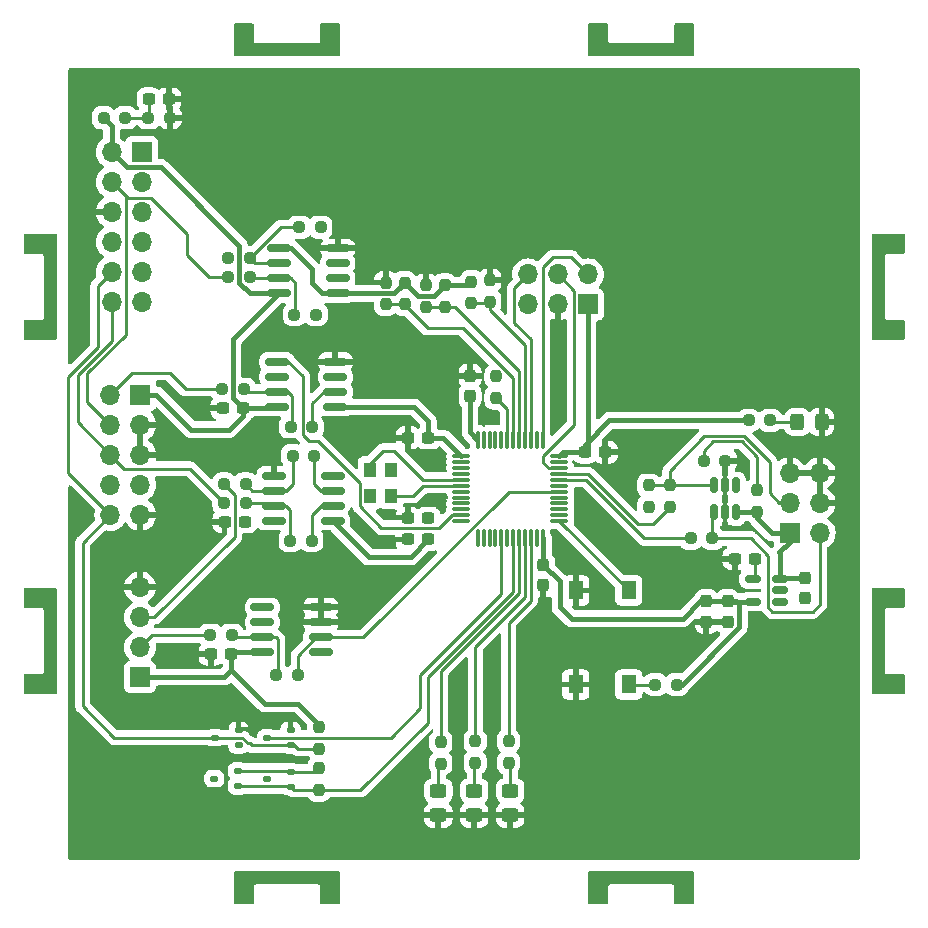
<source format=gbr>
%TF.GenerationSoftware,KiCad,Pcbnew,8.0.0*%
%TF.CreationDate,2024-11-18T17:54:36+03:00*%
%TF.ProjectId,box_bottom,626f785f-626f-4747-946f-6d2e6b696361,rev?*%
%TF.SameCoordinates,Original*%
%TF.FileFunction,Copper,L1,Top*%
%TF.FilePolarity,Positive*%
%FSLAX46Y46*%
G04 Gerber Fmt 4.6, Leading zero omitted, Abs format (unit mm)*
G04 Created by KiCad (PCBNEW 8.0.0) date 2024-11-18 17:54:36*
%MOMM*%
%LPD*%
G01*
G04 APERTURE LIST*
G04 Aperture macros list*
%AMRoundRect*
0 Rectangle with rounded corners*
0 $1 Rounding radius*
0 $2 $3 $4 $5 $6 $7 $8 $9 X,Y pos of 4 corners*
0 Add a 4 corners polygon primitive as box body*
4,1,4,$2,$3,$4,$5,$6,$7,$8,$9,$2,$3,0*
0 Add four circle primitives for the rounded corners*
1,1,$1+$1,$2,$3*
1,1,$1+$1,$4,$5*
1,1,$1+$1,$6,$7*
1,1,$1+$1,$8,$9*
0 Add four rect primitives between the rounded corners*
20,1,$1+$1,$2,$3,$4,$5,0*
20,1,$1+$1,$4,$5,$6,$7,0*
20,1,$1+$1,$6,$7,$8,$9,0*
20,1,$1+$1,$8,$9,$2,$3,0*%
G04 Aperture macros list end*
%TA.AperFunction,SMDPad,CuDef*%
%ADD10RoundRect,0.112500X0.237500X-0.112500X0.237500X0.112500X-0.237500X0.112500X-0.237500X-0.112500X0*%
%TD*%
%TA.AperFunction,SMDPad,CuDef*%
%ADD11RoundRect,0.150000X0.150000X-0.512500X0.150000X0.512500X-0.150000X0.512500X-0.150000X-0.512500X0*%
%TD*%
%TA.AperFunction,SMDPad,CuDef*%
%ADD12RoundRect,0.237500X-0.300000X-0.237500X0.300000X-0.237500X0.300000X0.237500X-0.300000X0.237500X0*%
%TD*%
%TA.AperFunction,SMDPad,CuDef*%
%ADD13RoundRect,0.237500X0.250000X0.237500X-0.250000X0.237500X-0.250000X-0.237500X0.250000X-0.237500X0*%
%TD*%
%TA.AperFunction,ComponentPad*%
%ADD14R,1.700000X1.700000*%
%TD*%
%TA.AperFunction,ComponentPad*%
%ADD15O,1.700000X1.700000*%
%TD*%
%TA.AperFunction,SMDPad,CuDef*%
%ADD16RoundRect,0.237500X0.237500X-0.250000X0.237500X0.250000X-0.237500X0.250000X-0.237500X-0.250000X0*%
%TD*%
%TA.AperFunction,SMDPad,CuDef*%
%ADD17RoundRect,0.237500X-0.237500X0.250000X-0.237500X-0.250000X0.237500X-0.250000X0.237500X0.250000X0*%
%TD*%
%TA.AperFunction,SMDPad,CuDef*%
%ADD18R,1.300000X1.550000*%
%TD*%
%TA.AperFunction,SMDPad,CuDef*%
%ADD19RoundRect,0.237500X-0.250000X-0.237500X0.250000X-0.237500X0.250000X0.237500X-0.250000X0.237500X0*%
%TD*%
%TA.AperFunction,SMDPad,CuDef*%
%ADD20RoundRect,0.237500X0.300000X0.237500X-0.300000X0.237500X-0.300000X-0.237500X0.300000X-0.237500X0*%
%TD*%
%TA.AperFunction,SMDPad,CuDef*%
%ADD21RoundRect,0.150000X0.825000X0.150000X-0.825000X0.150000X-0.825000X-0.150000X0.825000X-0.150000X0*%
%TD*%
%TA.AperFunction,SMDPad,CuDef*%
%ADD22RoundRect,0.237500X0.237500X-0.300000X0.237500X0.300000X-0.237500X0.300000X-0.237500X-0.300000X0*%
%TD*%
%TA.AperFunction,SMDPad,CuDef*%
%ADD23RoundRect,0.237500X-0.237500X0.300000X-0.237500X-0.300000X0.237500X-0.300000X0.237500X0.300000X0*%
%TD*%
%TA.AperFunction,SMDPad,CuDef*%
%ADD24RoundRect,0.150000X0.512500X0.150000X-0.512500X0.150000X-0.512500X-0.150000X0.512500X-0.150000X0*%
%TD*%
%TA.AperFunction,SMDPad,CuDef*%
%ADD25RoundRect,0.250000X0.450000X-0.325000X0.450000X0.325000X-0.450000X0.325000X-0.450000X-0.325000X0*%
%TD*%
%TA.AperFunction,SMDPad,CuDef*%
%ADD26RoundRect,0.075000X-0.662500X-0.075000X0.662500X-0.075000X0.662500X0.075000X-0.662500X0.075000X0*%
%TD*%
%TA.AperFunction,SMDPad,CuDef*%
%ADD27RoundRect,0.075000X-0.075000X-0.662500X0.075000X-0.662500X0.075000X0.662500X-0.075000X0.662500X0*%
%TD*%
%TA.AperFunction,SMDPad,CuDef*%
%ADD28R,1.000000X1.300000*%
%TD*%
%TA.AperFunction,SMDPad,CuDef*%
%ADD29RoundRect,0.250000X0.325000X0.450000X-0.325000X0.450000X-0.325000X-0.450000X0.325000X-0.450000X0*%
%TD*%
%TA.AperFunction,Conductor*%
%ADD30C,0.400000*%
%TD*%
%TA.AperFunction,Conductor*%
%ADD31C,0.250000*%
%TD*%
G04 APERTURE END LIST*
D10*
%TO.P,Q3,1,G*%
%TO.N,/PWR_BR*%
X202800000Y-132850000D03*
%TO.P,Q3,2,S*%
%TO.N,Net-(Q3-S)*%
X202800000Y-131550000D03*
%TO.P,Q3,3,D*%
%TO.N,+3V3BM*%
X200800000Y-132200000D03*
%TD*%
D11*
%TO.P,U5,1,IO1*%
%TO.N,Net-(R10-R1)*%
X238650001Y-109600000D03*
%TO.P,U5,2,GND*%
%TO.N,PGND*%
X239600000Y-109600000D03*
%TO.P,U5,3,IO2*%
%TO.N,/5VUSB*%
X240549999Y-109600000D03*
%TO.P,U5,4,IO3*%
%TO.N,unconnected-(U5-IO3-Pad4)*%
X240549999Y-107325000D03*
%TO.P,U5,5,GND*%
%TO.N,PGND*%
X239600000Y-107325000D03*
%TO.P,U5,6,IO4*%
%TO.N,Net-(R11-R2)*%
X238650001Y-107325000D03*
%TD*%
D12*
%TO.P,C10,1,C1*%
%TO.N,+3V3BM*%
X227737500Y-104500000D03*
%TO.P,C10,2,C2*%
%TO.N,PGND*%
X229462500Y-104500000D03*
%TD*%
D13*
%TO.P,SB5,1,J1*%
%TO.N,/iRXD*%
X204800000Y-104799999D03*
%TO.P,SB5,2,J2*%
%TO.N,Net-(R8-R2)*%
X202975000Y-104799999D03*
%TD*%
D14*
%TO.P,X4,1,1*%
%TO.N,/xPWR*%
X190090000Y-99650000D03*
D15*
%TO.P,X4,2,2*%
%TO.N,/xTMS*%
X187550000Y-99650000D03*
%TO.P,X4,3,3*%
%TO.N,PGND*%
X190090000Y-102190000D03*
%TO.P,X4,4,4*%
%TO.N,/xTCK*%
X187550000Y-102190000D03*
%TO.P,X4,5,5*%
%TO.N,PGND*%
X190090000Y-104730000D03*
%TO.P,X4,6,6*%
%TO.N,/xTDO*%
X187550000Y-104730000D03*
%TO.P,X4,7,7*%
%TO.N,unconnected-(X4-Pad7)*%
X190090000Y-107270000D03*
%TO.P,X4,8,8*%
%TO.N,/xTDI*%
X187550000Y-107270000D03*
%TO.P,X4,9,9*%
%TO.N,PGND*%
X190090000Y-109810000D03*
%TO.P,X4,10,10*%
%TO.N,/xRST*%
X187550000Y-109810000D03*
%TD*%
D16*
%TO.P,R11,1,R1*%
%TO.N,Net-(R11-R1)*%
X233112500Y-109138756D03*
%TO.P,R11,2,R2*%
%TO.N,Net-(R11-R2)*%
X233112500Y-107313756D03*
%TD*%
D10*
%TO.P,Q1,1,G*%
%TO.N,/xRST*%
X202800000Y-129337500D03*
%TO.P,Q1,2,S*%
%TO.N,PGND*%
X202800000Y-128037500D03*
%TO.P,Q1,3,D*%
%TO.N,/iRST_SENSE*%
X200800000Y-128687500D03*
%TD*%
D17*
%TO.P,SB12,1,J1*%
%TO.N,+3V3BM*%
X212464235Y-90144314D03*
%TO.P,SB12,2,J2*%
%TO.N,Net-(SB12-J2)*%
X212464235Y-91969314D03*
%TD*%
D13*
%TO.P,SB1,1,J1*%
%TO.N,/iTXD*%
X203425000Y-123400000D03*
%TO.P,SB1,2,J2*%
%TO.N,Net-(R4-R2)*%
X201600000Y-123400000D03*
%TD*%
D18*
%TO.P,SW1,1,CMN*%
%TO.N,/BMBTN*%
X231450000Y-116220000D03*
X231450000Y-124180000D03*
%TO.P,SW1,2,NO*%
%TO.N,PGND*%
X226950000Y-116220000D03*
X226950000Y-124180000D03*
%TD*%
D19*
%TO.P,R7,1,R1*%
%TO.N,/xTDO*%
X197175000Y-108800000D03*
%TO.P,R7,2,R2*%
%TO.N,Net-(R7-R2)*%
X199000000Y-108800000D03*
%TD*%
D20*
%TO.P,C12,1,C1*%
%TO.N,Net-(C12-C1)*%
X242137499Y-113525003D03*
%TO.P,C12,2,C2*%
%TO.N,PGND*%
X240412497Y-113525003D03*
%TD*%
D21*
%TO.P,U2,1,VCCA*%
%TO.N,+3V3BM*%
X206800000Y-91070000D03*
%TO.P,U2,2,A1*%
%TO.N,/iTCK*%
X206800000Y-89800000D03*
%TO.P,U2,3,A2*%
%TO.N,/iTDI*%
X206800000Y-88530000D03*
%TO.P,U2,4,GND*%
%TO.N,PGND*%
X206800000Y-87260000D03*
%TO.P,U2,5,DIR*%
%TO.N,+3V3BM*%
X201850000Y-87260000D03*
%TO.P,U2,6,B2*%
%TO.N,Net-(R6-R2)*%
X201850000Y-88530000D03*
%TO.P,U2,7,B1*%
%TO.N,Net-(R5-R2)*%
X201850000Y-89800000D03*
%TO.P,U2,8,VCCB*%
%TO.N,/xPWR*%
X201850000Y-91070000D03*
%TD*%
%TO.P,U3,1,VCCA*%
%TO.N,+3V3BM*%
X206362500Y-110305000D03*
%TO.P,U3,2,A1*%
%TO.N,/iTDO*%
X206362500Y-109035000D03*
%TO.P,U3,3,A2*%
%TO.N,/iRXD*%
X206362500Y-107765000D03*
%TO.P,U3,4,GND*%
%TO.N,PGND*%
X206362500Y-106495000D03*
%TO.P,U3,5,DIR*%
X201412500Y-106495000D03*
%TO.P,U3,6,B2*%
%TO.N,Net-(R8-R2)*%
X201412500Y-107765000D03*
%TO.P,U3,7,B1*%
%TO.N,Net-(R7-R2)*%
X201412500Y-109035000D03*
%TO.P,U3,8,VCCB*%
%TO.N,/xPWR*%
X201412500Y-110305000D03*
%TD*%
D16*
%TO.P,R17,1,R1*%
%TO.N,Net-(D2-A)*%
X215531572Y-130869860D03*
%TO.P,R17,2,R2*%
%TO.N,/LED0*%
X215531572Y-129044860D03*
%TD*%
D19*
%TO.P,R4,1,R1*%
%TO.N,/xTXD*%
X196000001Y-119999999D03*
%TO.P,R4,2,R2*%
%TO.N,Net-(R4-R2)*%
X197825001Y-119999999D03*
%TD*%
D22*
%TO.P,C9,1,C1*%
%TO.N,+3V3BM*%
X218000000Y-99762501D03*
%TO.P,C9,2,C2*%
%TO.N,PGND*%
X218000000Y-98037499D03*
%TD*%
D16*
%TO.P,R19,1,R1*%
%TO.N,Net-(D4-A)*%
X221259137Y-130799149D03*
%TO.P,R19,2,R2*%
%TO.N,/LED2*%
X221259137Y-128974149D03*
%TD*%
D19*
%TO.P,R8,1,R1*%
%TO.N,/xRXD*%
X197175000Y-107200000D03*
%TO.P,R8,2,R2*%
%TO.N,Net-(R8-R2)*%
X199000000Y-107200000D03*
%TD*%
D17*
%TO.P,R3,1,R1*%
%TO.N,/xPWR*%
X205200000Y-127775000D03*
%TO.P,R3,2,R2*%
%TO.N,/xRST*%
X205200000Y-129600000D03*
%TD*%
D20*
%TO.P,C6,1,C1*%
%TO.N,+3V3BM*%
X214462501Y-111900000D03*
%TO.P,C6,2,C2*%
%TO.N,PGND*%
X212737499Y-111900000D03*
%TD*%
%TO.P,C8,1,C1*%
%TO.N,+3V3BM*%
X214462501Y-103300000D03*
%TO.P,C8,2,C2*%
%TO.N,PGND*%
X212737499Y-103300000D03*
%TD*%
D13*
%TO.P,SB4,1,J1*%
%TO.N,/iTDO*%
X204600000Y-112000000D03*
%TO.P,SB4,2,J2*%
%TO.N,Net-(R7-R2)*%
X202775000Y-112000000D03*
%TD*%
D12*
%TO.P,C3,1,C1*%
%TO.N,PGND*%
X197062499Y-100765000D03*
%TO.P,C3,2,C2*%
%TO.N,/xPWR*%
X198787501Y-100765000D03*
%TD*%
D21*
%TO.P,U1,1,VCCA*%
%TO.N,+3V3BM*%
X205368463Y-121459038D03*
%TO.P,U1,2,A1*%
%TO.N,/iTXD*%
X205368463Y-120189038D03*
%TO.P,U1,3,A2*%
%TO.N,PGND*%
X205368463Y-118919038D03*
%TO.P,U1,4,GND*%
X205368463Y-117649038D03*
%TO.P,U1,5,DIR*%
%TO.N,+3V3BM*%
X200418463Y-117649038D03*
%TO.P,U1,6,B2*%
%TO.N,unconnected-(U1-B2-Pad6)*%
X200418463Y-118919038D03*
%TO.P,U1,7,B1*%
%TO.N,Net-(R4-R2)*%
X200418463Y-120189038D03*
%TO.P,U1,8,VCCB*%
%TO.N,/xPWR*%
X200418463Y-121459038D03*
%TD*%
D23*
%TO.P,C14,1,C1*%
%TO.N,+3V3BM*%
X238000000Y-117137499D03*
%TO.P,C14,2,C2*%
%TO.N,PGND*%
X238000000Y-118862501D03*
%TD*%
D16*
%TO.P,SB9,1,J1*%
%TO.N,Net-(SB8-J2)*%
X219676724Y-91763921D03*
%TO.P,SB9,2,J2*%
%TO.N,PGND*%
X219676724Y-89938921D03*
%TD*%
%TO.P,SB11,1,J1*%
%TO.N,Net-(SB10-J2)*%
X214258347Y-92188185D03*
%TO.P,SB11,2,J2*%
%TO.N,PGND*%
X214258347Y-90363185D03*
%TD*%
D23*
%TO.P,C11,1,C1*%
%TO.N,/5VUSB*%
X246400000Y-115137499D03*
%TO.P,C11,2,C2*%
%TO.N,PGND*%
X246400000Y-116862501D03*
%TD*%
D14*
%TO.P,X1,1,Pin_1*%
%TO.N,/5VUSB*%
X245060000Y-111340000D03*
D15*
%TO.P,X1,2,Pin_2*%
%TO.N,Net-(R10-R1)*%
X247600000Y-111340000D03*
%TO.P,X1,3,Pin_3*%
%TO.N,Net-(R11-R2)*%
X245060000Y-108800000D03*
%TO.P,X1,4,Pin_4*%
%TO.N,PGND*%
X247600000Y-108800000D03*
%TO.P,X1,5,Pin_5*%
X245060000Y-106260001D03*
%TO.P,X1,6,Pin_6*%
X247600000Y-106260000D03*
%TD*%
D19*
%TO.P,R6,1,R1*%
%TO.N,/xTDI*%
X197537500Y-88060000D03*
%TO.P,R6,2,R2*%
%TO.N,Net-(R6-R2)*%
X199362500Y-88060000D03*
%TD*%
D10*
%TO.P,Q2,1,G*%
%TO.N,/iRST*%
X198400000Y-129337500D03*
%TO.P,Q2,2,S*%
%TO.N,PGND*%
X198400000Y-128037500D03*
%TO.P,Q2,3,D*%
%TO.N,/xRST*%
X196400000Y-128687500D03*
%TD*%
D24*
%TO.P,U7,1,VIN*%
%TO.N,/5VUSB*%
X244242498Y-117155001D03*
%TO.P,U7,2,GND*%
%TO.N,PGND*%
X244242498Y-116205002D03*
%TO.P,U7,3,ENA*%
%TO.N,/5VUSB*%
X244242498Y-115255003D03*
%TO.P,U7,4,BYP*%
%TO.N,Net-(C12-C1)*%
X241967498Y-115255003D03*
%TO.P,U7,5,VO*%
%TO.N,+3V3BM*%
X241967498Y-117155001D03*
%TD*%
D12*
%TO.P,C5,1,C1*%
%TO.N,/TPWR*%
X190799999Y-74600000D03*
%TO.P,C5,2,C2*%
%TO.N,PGND*%
X192525001Y-74600000D03*
%TD*%
D19*
%TO.P,R9,1,R1*%
%TO.N,/xTMS*%
X197012500Y-99165000D03*
%TO.P,R9,2,R2*%
%TO.N,Net-(R9-R2)*%
X198837500Y-99165000D03*
%TD*%
D12*
%TO.P,C1,1,C1*%
%TO.N,PGND*%
X196050000Y-121600000D03*
%TO.P,C1,2,C2*%
%TO.N,/xPWR*%
X197775002Y-121600000D03*
%TD*%
D16*
%TO.P,R18,1,R1*%
%TO.N,Net-(D3-A)*%
X218430710Y-130799149D03*
%TO.P,R18,2,R2*%
%TO.N,/LED1*%
X218430710Y-128974149D03*
%TD*%
D23*
%TO.P,C13,1,C1*%
%TO.N,+3V3BM*%
X239800003Y-117137499D03*
%TO.P,C13,2,C2*%
%TO.N,PGND*%
X239800003Y-118862501D03*
%TD*%
D17*
%TO.P,SB10,1,J1*%
%TO.N,+3V3BM*%
X215858347Y-90363185D03*
%TO.P,SB10,2,J2*%
%TO.N,Net-(SB10-J2)*%
X215858347Y-92188185D03*
%TD*%
D25*
%TO.P,D3,1,K*%
%TO.N,PGND*%
X218359999Y-135224999D03*
%TO.P,D3,2,A*%
%TO.N,Net-(D3-A)*%
X218359999Y-133175001D03*
%TD*%
D10*
%TO.P,Q4,1,G*%
%TO.N,/PWR_BR*%
X198335919Y-132789038D03*
%TO.P,Q4,2,S*%
%TO.N,Net-(Q3-S)*%
X198335919Y-131489038D03*
%TO.P,Q4,3,D*%
%TO.N,/xPWR*%
X196335919Y-132139038D03*
%TD*%
D16*
%TO.P,SB7,1,J1*%
%TO.N,Net-(SB7-J1)*%
X220200000Y-99912500D03*
%TO.P,SB7,2,J2*%
%TO.N,/iTDO*%
X220200000Y-98087500D03*
%TD*%
D25*
%TO.P,D2,1,K*%
%TO.N,PGND*%
X215319998Y-135224999D03*
%TO.P,D2,2,A*%
%TO.N,Net-(D2-A)*%
X215319998Y-133175001D03*
%TD*%
D21*
%TO.P,U4,1,VCCA*%
%TO.N,+3V3BM*%
X206600000Y-100670000D03*
%TO.P,U4,2,A1*%
%TO.N,/iTMS*%
X206600000Y-99400000D03*
%TO.P,U4,3,A2*%
%TO.N,unconnected-(U4-A2-Pad3)*%
X206600000Y-98130000D03*
%TO.P,U4,4,GND*%
%TO.N,PGND*%
X206600000Y-96860000D03*
%TO.P,U4,5,DIR*%
%TO.N,/iTMS_DIR*%
X201650000Y-96860000D03*
%TO.P,U4,6,B2*%
%TO.N,unconnected-(U4-B2-Pad6)*%
X201650000Y-98130000D03*
%TO.P,U4,7,B1*%
%TO.N,Net-(R9-R2)*%
X201650000Y-99400000D03*
%TO.P,U4,8,VCCB*%
%TO.N,/xPWR*%
X201650000Y-100670000D03*
%TD*%
D14*
%TO.P,X3,1,1*%
%TO.N,/SWDPWR*%
X190200000Y-79100000D03*
D15*
%TO.P,X3,2,2*%
%TO.N,/xPWR*%
X187660000Y-79100000D03*
%TO.P,X3,3,3*%
%TO.N,/SWDCLK*%
X190200000Y-81640000D03*
%TO.P,X3,4,4*%
%TO.N,/xTCK*%
X187660000Y-81640000D03*
%TO.P,X3,5,5*%
%TO.N,PGND*%
X190200000Y-84180000D03*
%TO.P,X3,6,6*%
X187660000Y-84180000D03*
%TO.P,X3,7,7*%
%TO.N,/SWDIO*%
X190200000Y-86720000D03*
%TO.P,X3,8,8*%
%TO.N,/xTMS*%
X187660000Y-86720000D03*
%TO.P,X3,9,9*%
%TO.N,/SWDRST*%
X190200000Y-89260000D03*
%TO.P,X3,10,10*%
%TO.N,/xRST*%
X187660000Y-89260000D03*
%TO.P,X3,11,11*%
%TO.N,/SWO*%
X190200000Y-91800000D03*
%TO.P,X3,12,12*%
%TO.N,/xTDO*%
X187660000Y-91800000D03*
%TD*%
D25*
%TO.P,D4,1,K*%
%TO.N,PGND*%
X221400000Y-135224999D03*
%TO.P,D4,2,A*%
%TO.N,Net-(D4-A)*%
X221400000Y-133175001D03*
%TD*%
D16*
%TO.P,R15,1,R1*%
%TO.N,/PWR_BR*%
X205200000Y-133112500D03*
%TO.P,R15,2,R2*%
%TO.N,Net-(Q3-S)*%
X205200000Y-131287500D03*
%TD*%
%TO.P,R1,1,R1*%
%TO.N,/5VUSB*%
X242312500Y-109538756D03*
%TO.P,R1,2,R2*%
%TO.N,/VBUS*%
X242312500Y-107713756D03*
%TD*%
%TO.P,SB13,1,J1*%
%TO.N,Net-(SB12-J2)*%
X210864234Y-91969314D03*
%TO.P,SB13,2,J2*%
%TO.N,PGND*%
X210864234Y-90144314D03*
%TD*%
D23*
%TO.P,C7,1,C1*%
%TO.N,+3V3BM*%
X224200000Y-114037499D03*
%TO.P,C7,2,C2*%
%TO.N,PGND*%
X224200000Y-115762501D03*
%TD*%
D19*
%TO.P,R2,1,R1*%
%TO.N,/VBUS*%
X237799999Y-105226256D03*
%TO.P,R2,2,R2*%
%TO.N,PGND*%
X239624999Y-105226256D03*
%TD*%
%TO.P,R13,1,R1*%
%TO.N,/xPWR*%
X186975000Y-76200000D03*
%TO.P,R13,2,R2*%
%TO.N,/TPWR*%
X188800000Y-76200000D03*
%TD*%
%TO.P,R5,1,R1*%
%TO.N,/xTCK*%
X197537500Y-89660000D03*
%TO.P,R5,2,R2*%
%TO.N,Net-(R5-R2)*%
X199362500Y-89660000D03*
%TD*%
D13*
%TO.P,R10,1,R1*%
%TO.N,Net-(R10-R1)*%
X238512500Y-111800000D03*
%TO.P,R10,2,R2*%
%TO.N,/UD-*%
X236687500Y-111800000D03*
%TD*%
%TO.P,R16,1,R1*%
%TO.N,Net-(D1-A)*%
X243408463Y-101815761D03*
%TO.P,R16,2,R2*%
%TO.N,+3V3BM*%
X241583463Y-101815761D03*
%TD*%
%TO.P,SB6,1,J1*%
%TO.N,/iTMS*%
X204637500Y-102365000D03*
%TO.P,SB6,2,J2*%
%TO.N,Net-(R9-R2)*%
X202812500Y-102365000D03*
%TD*%
D12*
%TO.P,C2,1,C1*%
%TO.N,PGND*%
X197224999Y-110400000D03*
%TO.P,C2,2,C2*%
%TO.N,/xPWR*%
X198950001Y-110400000D03*
%TD*%
D14*
%TO.P,X5,1*%
%TO.N,+3V3BM*%
X228000000Y-92000000D03*
D15*
%TO.P,X5,2*%
%TO.N,/JSWCLK*%
X228000000Y-89460000D03*
%TO.P,X5,3*%
%TO.N,PGND*%
X225460000Y-92000000D03*
%TO.P,X5,4*%
%TO.N,/JSWDIO*%
X225460000Y-89460000D03*
%TO.P,X5,5*%
%TO.N,/JRST*%
X222920001Y-92000000D03*
%TO.P,X5,6*%
%TO.N,/JSWO*%
X222920000Y-89460000D03*
%TD*%
D26*
%TO.P,U6,1,VBAT*%
%TO.N,+3V3BM*%
X217237500Y-104850000D03*
%TO.P,U6,2,PC13*%
%TO.N,unconnected-(U6-PC13-Pad2)*%
X217237500Y-105350000D03*
%TO.P,U6,3,PC14/OSC32I*%
%TO.N,unconnected-(U6-PC14{slash}OSC32I-Pad3)*%
X217237500Y-105850000D03*
%TO.P,U6,4,PC15/OSC32O*%
%TO.N,unconnected-(U6-PC15{slash}OSC32O-Pad4)*%
X217237500Y-106350000D03*
%TO.P,U6,5,PD0/XI*%
%TO.N,Net-(U6-PD0{slash}XI)*%
X217237500Y-106850000D03*
%TO.P,U6,6,PD1/XO*%
%TO.N,Net-(U6-PD1{slash}XO)*%
X217237500Y-107350000D03*
%TO.P,U6,7,nRST*%
%TO.N,/JRST*%
X217237500Y-107850000D03*
%TO.P,U6,8,VSSA*%
%TO.N,PGND*%
X217237500Y-108350000D03*
%TO.P,U6,9,VDDA*%
%TO.N,+3V3BM*%
X217237500Y-108850000D03*
%TO.P,U6,10,PA0*%
%TO.N,unconnected-(U6-PA0-Pad10)*%
X217237500Y-109350000D03*
%TO.P,U6,11,PA1*%
%TO.N,/iTMS_DIR*%
X217237500Y-109850000D03*
%TO.P,U6,12,PA2*%
%TO.N,/iRST*%
X217237500Y-110350000D03*
D27*
%TO.P,U6,13,PA3*%
%TO.N,/iTDI*%
X218650000Y-111762500D03*
%TO.P,U6,14,PA4*%
%TO.N,/iTMS*%
X219150000Y-111762500D03*
%TO.P,U6,15,PA5*%
%TO.N,/iTCK*%
X219650000Y-111762500D03*
%TO.P,U6,16,PA6*%
%TO.N,/iTDO*%
X220150000Y-111762500D03*
%TO.P,U6,17,PA7*%
%TO.N,/iRST_SENSE*%
X220650000Y-111762500D03*
%TO.P,U6,18,PB0*%
%TO.N,/TPWR*%
X221150000Y-111762500D03*
%TO.P,U6,19,PB1*%
%TO.N,/PWR_BR*%
X221650000Y-111762500D03*
%TO.P,U6,20,PB2*%
%TO.N,/LED0*%
X222150000Y-111762500D03*
%TO.P,U6,21,PB10*%
%TO.N,/LED1*%
X222650000Y-111762500D03*
%TO.P,U6,22,PB11*%
%TO.N,/LED2*%
X223150000Y-111762500D03*
%TO.P,U6,23,VSS*%
%TO.N,PGND*%
X223650000Y-111762500D03*
%TO.P,U6,24,VDD*%
%TO.N,+3V3BM*%
X224150000Y-111762500D03*
D26*
%TO.P,U6,25,PB12*%
%TO.N,/BMBTN*%
X225562500Y-110350000D03*
%TO.P,U6,26,PB13*%
%TO.N,/VBUS*%
X225562500Y-109850000D03*
%TO.P,U6,27,PB14*%
%TO.N,unconnected-(U6-PB14-Pad27)*%
X225562500Y-109350000D03*
%TO.P,U6,28,PB15*%
%TO.N,unconnected-(U6-PB15-Pad28)*%
X225562500Y-108850000D03*
%TO.P,U6,29,PA8*%
%TO.N,Net-(R11-R1)*%
X225562500Y-108350000D03*
%TO.P,U6,30,PA9*%
%TO.N,/iTXD*%
X225562500Y-107850000D03*
%TO.P,U6,31,PA10*%
%TO.N,/iRXD*%
X225562500Y-107350000D03*
%TO.P,U6,32,PA11*%
%TO.N,/UD-*%
X225562500Y-106850000D03*
%TO.P,U6,33,PA12*%
%TO.N,/UD+*%
X225562500Y-106350000D03*
%TO.P,U6,34,PA13/SWDIO*%
%TO.N,/JSWDIO*%
X225562500Y-105850000D03*
%TO.P,U6,35,VSS*%
%TO.N,PGND*%
X225562500Y-105350000D03*
%TO.P,U6,36,VDD*%
%TO.N,+3V3BM*%
X225562500Y-104850000D03*
D27*
%TO.P,U6,37,PA14/SWCLK*%
%TO.N,/JSWCLK*%
X224150000Y-103437500D03*
%TO.P,U6,38,PA15/JTDI*%
%TO.N,unconnected-(U6-PA15{slash}JTDI-Pad38)*%
X223650000Y-103437500D03*
%TO.P,U6,39,JTDO/PB3*%
%TO.N,/JSWO*%
X223150000Y-103437500D03*
%TO.P,U6,40,JRST/PB4*%
%TO.N,Net-(SB8-J2)*%
X222650000Y-103437500D03*
%TO.P,U6,41,PB5*%
%TO.N,Net-(SB10-J2)*%
X222150000Y-103437500D03*
%TO.P,U6,42,PB6*%
%TO.N,Net-(SB12-J2)*%
X221650000Y-103437500D03*
%TO.P,U6,43,PB7*%
%TO.N,Net-(SB7-J1)*%
X221150000Y-103437500D03*
%TO.P,U6,44,PH3/BOOT0*%
%TO.N,PGND*%
X220650000Y-103437500D03*
%TO.P,U6,45,PB8*%
%TO.N,unconnected-(U6-PB8-Pad45)*%
X220150000Y-103437500D03*
%TO.P,U6,46,PB9*%
%TO.N,unconnected-(U6-PB9-Pad46)*%
X219650000Y-103437500D03*
%TO.P,U6,47,VSS*%
%TO.N,PGND*%
X219150000Y-103437500D03*
%TO.P,U6,48,VDD*%
%TO.N,+3V3BM*%
X218650000Y-103437500D03*
%TD*%
D19*
%TO.P,R14,1,R1*%
%TO.N,/TPWR*%
X190775000Y-76200000D03*
%TO.P,R14,2,R2*%
%TO.N,PGND*%
X192600000Y-76200000D03*
%TD*%
D13*
%TO.P,SB2,1,J1*%
%TO.N,/iTCK*%
X204962500Y-92860000D03*
%TO.P,SB2,2,J2*%
%TO.N,Net-(R5-R2)*%
X203137500Y-92860000D03*
%TD*%
D20*
%TO.P,C4,1,C1*%
%TO.N,/JRST*%
X214462501Y-110100000D03*
%TO.P,C4,2,C2*%
%TO.N,PGND*%
X212737499Y-110100000D03*
%TD*%
D16*
%TO.P,R12,1,R1*%
%TO.N,/UD+*%
X234912499Y-109138756D03*
%TO.P,R12,2,R2*%
%TO.N,Net-(R11-R2)*%
X234912499Y-107313756D03*
%TD*%
D17*
%TO.P,SB8,1,J1*%
%TO.N,+3V3BM*%
X218121089Y-90080342D03*
%TO.P,SB8,2,J2*%
%TO.N,Net-(SB8-J2)*%
X218121089Y-91905342D03*
%TD*%
D14*
%TO.P,X2,1*%
%TO.N,/xPWR*%
X190068464Y-123554037D03*
D15*
%TO.P,X2,2*%
%TO.N,/xTXD*%
X190068464Y-121014037D03*
%TO.P,X2,3*%
%TO.N,/xRXD*%
X190068464Y-118474038D03*
%TO.P,X2,4*%
%TO.N,PGND*%
X190068464Y-115934037D03*
%TD*%
D13*
%TO.P,R20,1,R1*%
%TO.N,+3V3BM*%
X235512500Y-124200000D03*
%TO.P,R20,2,R2*%
%TO.N,/BMBTN*%
X233687500Y-124200000D03*
%TD*%
D28*
%TO.P,Y1,1,Q1*%
%TO.N,Net-(U6-PD0{slash}XI)*%
X209499999Y-106000000D03*
%TO.P,Y1,2,CMN*%
%TO.N,PGND*%
X209499999Y-108200000D03*
%TO.P,Y1,3,Q2*%
%TO.N,Net-(U6-PD1{slash}XO)*%
X211300001Y-108200000D03*
%TO.P,Y1,4*%
%TO.N,N/C*%
X211300001Y-106000000D03*
%TD*%
D13*
%TO.P,SB3,1,J1*%
%TO.N,/iTDI*%
X205362500Y-85460000D03*
%TO.P,SB3,2,J2*%
%TO.N,Net-(R6-R2)*%
X203537500Y-85460000D03*
%TD*%
D29*
%TO.P,D1,1,K*%
%TO.N,PGND*%
X247763602Y-101956064D03*
%TO.P,D1,2,A*%
%TO.N,Net-(D1-A)*%
X245713604Y-101956064D03*
%TD*%
D30*
%TO.N,/xPWR*%
X191840000Y-80390000D02*
X188950000Y-80390000D01*
X198787501Y-100765000D02*
X197950000Y-99927499D01*
X190068464Y-123554037D02*
X197195967Y-123554037D01*
X197950000Y-94970000D02*
X201850000Y-91070000D01*
X203400000Y-125800000D02*
X200600000Y-125800000D01*
X188950000Y-80390000D02*
X187660000Y-79100000D01*
X187660000Y-79100000D02*
X187660000Y-76885000D01*
X198475000Y-87025000D02*
X191840000Y-80390000D01*
X198475000Y-90168142D02*
X198475000Y-87025000D01*
X197600000Y-102600000D02*
X198787501Y-101412499D01*
X194400000Y-102600000D02*
X197600000Y-102600000D01*
X199376858Y-91070000D02*
X198475000Y-90168142D01*
X197775002Y-122975002D02*
X197775002Y-121600000D01*
X190090000Y-99650000D02*
X191450000Y-99650000D01*
X205200000Y-127600000D02*
X203400000Y-125800000D01*
X197950000Y-99927499D02*
X197950000Y-94970000D01*
X197915964Y-121459038D02*
X197775002Y-121600000D01*
X197195967Y-123554037D02*
X197775002Y-122975002D01*
X200418463Y-121459038D02*
X197915964Y-121459038D01*
X198787501Y-100765000D02*
X201555000Y-100765000D01*
X201850000Y-91070000D02*
X199376858Y-91070000D01*
X205200000Y-127775000D02*
X205200000Y-127600000D01*
X198787501Y-101412499D02*
X198787501Y-100765000D01*
X191450000Y-99650000D02*
X194400000Y-102600000D01*
X200600000Y-125800000D02*
X197775002Y-122975002D01*
X201555000Y-100765000D02*
X201650000Y-100670000D01*
X187660000Y-76885000D02*
X186975000Y-76200000D01*
D31*
%TO.N,/TPWR*%
X190799999Y-76175001D02*
X190775000Y-76200000D01*
X190799999Y-74600000D02*
X190799999Y-76175001D01*
X188800000Y-76200000D02*
X190775000Y-76200000D01*
D30*
%TO.N,+3V3BM*%
X206600000Y-100670000D02*
X213270000Y-100670000D01*
X240537499Y-117137499D02*
X239800003Y-117137499D01*
X226600000Y-118600000D02*
X225600000Y-117600000D01*
X224200000Y-114037499D02*
X224200000Y-111762500D01*
X237462501Y-117137499D02*
X236000000Y-118600000D01*
X238000000Y-117137499D02*
X237462501Y-117137499D01*
X206362500Y-110305000D02*
X209457500Y-113400000D01*
X212464235Y-90144314D02*
X213570606Y-91250685D01*
X227737500Y-104500000D02*
X225862500Y-104500000D01*
X240800000Y-117400000D02*
X240800000Y-119308146D01*
X213270000Y-100670000D02*
X214462501Y-101862501D01*
X239817505Y-117155001D02*
X239800003Y-117137499D01*
X240800000Y-119308146D02*
X235908146Y-124200000D01*
X228000000Y-92000000D02*
X228000000Y-104237500D01*
X214462501Y-103300000D02*
X215737500Y-103300000D01*
X212464235Y-90144314D02*
X211538549Y-91070000D01*
X204600000Y-89000000D02*
X204600000Y-90200000D01*
X235908146Y-124200000D02*
X235512500Y-124200000D01*
X228000000Y-104237500D02*
X227737500Y-104500000D01*
X214970847Y-91250685D02*
X215858347Y-90363185D01*
X227737500Y-103862500D02*
X227737500Y-104500000D01*
X229784239Y-101815761D02*
X227737500Y-103862500D01*
X216141190Y-90080342D02*
X215858347Y-90363185D01*
X205470000Y-91070000D02*
X206800000Y-91070000D01*
X217838246Y-90363185D02*
X218121089Y-90080342D01*
X238000000Y-117137499D02*
X239800003Y-117137499D01*
X213570606Y-91250685D02*
X214970847Y-91250685D01*
X225600000Y-117600000D02*
X225600000Y-115437499D01*
X215858347Y-90363185D02*
X217838246Y-90363185D01*
X204600000Y-90200000D02*
X205470000Y-91070000D01*
X211538549Y-91070000D02*
X206800000Y-91070000D01*
X215737500Y-103300000D02*
X217237500Y-104800000D01*
X241583463Y-101815761D02*
X229784239Y-101815761D01*
X218000000Y-102837500D02*
X218000000Y-99762501D01*
X225862500Y-104500000D02*
X225562500Y-104800000D01*
X202860000Y-87260000D02*
X204600000Y-89000000D01*
X218600000Y-103437500D02*
X218000000Y-102837500D01*
X236000000Y-118600000D02*
X226600000Y-118600000D01*
X214462501Y-101862501D02*
X214462501Y-103300000D01*
X209457500Y-113400000D02*
X212962501Y-113400000D01*
X201850000Y-87260000D02*
X202860000Y-87260000D01*
X212962501Y-113400000D02*
X214462501Y-111900000D01*
X225600000Y-115437499D02*
X224200000Y-114037499D01*
X241967498Y-117155001D02*
X239817505Y-117155001D01*
X240800000Y-117400000D02*
X240537499Y-117137499D01*
%TO.N,/5VUSB*%
X243540000Y-111340000D02*
X245060000Y-111340000D01*
X244360002Y-115137499D02*
X244242498Y-115255003D01*
X240549999Y-109600000D02*
X242251256Y-109600000D01*
X244242498Y-113042498D02*
X244242498Y-115255003D01*
X242312500Y-109538756D02*
X242312500Y-110112500D01*
X244200000Y-113000000D02*
X244242498Y-113042498D01*
X242251256Y-109600000D02*
X242312500Y-109538756D01*
X242312500Y-110112500D02*
X243540000Y-111340000D01*
X245060000Y-112140000D02*
X244200000Y-113000000D01*
X245060000Y-111340000D02*
X245060000Y-112140000D01*
X246400000Y-115137499D02*
X244360002Y-115137499D01*
D31*
%TO.N,Net-(C12-C1)*%
X242137499Y-115085002D02*
X241967498Y-115255003D01*
X242137499Y-113525003D02*
X242137499Y-115085002D01*
%TO.N,/iRST_SENSE*%
X220650000Y-116550000D02*
X220650000Y-111762500D01*
X213800000Y-126200000D02*
X213800000Y-123400000D01*
X211312500Y-128687500D02*
X213800000Y-126200000D01*
X213800000Y-123400000D02*
X220650000Y-116550000D01*
X200800000Y-128687500D02*
X211312500Y-128687500D01*
%TO.N,/xRST*%
X199365664Y-129165664D02*
X199537500Y-129337500D01*
X203400000Y-129600000D02*
X205200000Y-129600000D01*
X203137500Y-129337500D02*
X203400000Y-129600000D01*
X184000000Y-106260000D02*
X184000000Y-98127208D01*
X186485000Y-90435000D02*
X187660000Y-89260000D01*
X187887500Y-128687500D02*
X196400000Y-128687500D01*
X196400000Y-128687500D02*
X198721836Y-128687500D01*
X186485000Y-95642208D02*
X186485000Y-90435000D01*
X187550000Y-109810000D02*
X184000000Y-106260000D01*
X184000000Y-98127208D02*
X186485000Y-95642208D01*
X185200000Y-126000000D02*
X187887500Y-128687500D01*
X185200000Y-112160000D02*
X185200000Y-126000000D01*
X198721836Y-128687500D02*
X199200000Y-129165664D01*
X199200000Y-129165664D02*
X199365664Y-129165664D01*
X199537500Y-129337500D02*
X202800000Y-129337500D01*
X202800000Y-129337500D02*
X203137500Y-129337500D01*
X187550000Y-109810000D02*
X185200000Y-112160000D01*
%TO.N,Net-(Q3-S)*%
X202739038Y-131489038D02*
X202800000Y-131550000D01*
X202800000Y-131550000D02*
X204937500Y-131550000D01*
X198335919Y-131489038D02*
X202739038Y-131489038D01*
X204937500Y-131550000D02*
X205200000Y-131287500D01*
%TO.N,/PWR_BR*%
X205200000Y-133112500D02*
X203062500Y-133112500D01*
X205200000Y-133112500D02*
X208687500Y-133112500D01*
X202800000Y-132850000D02*
X202550000Y-132850000D01*
X202489038Y-132789038D02*
X198335919Y-132789038D01*
X214400000Y-123563604D02*
X221650000Y-116313604D01*
X208687500Y-133112500D02*
X214400000Y-127400000D01*
X203062500Y-133112500D02*
X202800000Y-132850000D01*
X221650000Y-116313604D02*
X221650000Y-111762500D01*
X214400000Y-127400000D02*
X214400000Y-123563604D01*
X202550000Y-132850000D02*
X202489038Y-132789038D01*
%TO.N,/VBUS*%
X242312500Y-104912500D02*
X241000000Y-103600000D01*
X241000000Y-103600000D02*
X238600000Y-103600000D01*
X237800000Y-104400000D02*
X237799999Y-105226256D01*
X242312500Y-107713756D02*
X242312500Y-104912500D01*
X238600000Y-103600000D02*
X237800000Y-104400000D01*
%TO.N,/xTXD*%
X191082501Y-120000000D02*
X196000001Y-119999999D01*
X190068464Y-121014037D02*
X191082501Y-120000000D01*
%TO.N,Net-(R4-R2)*%
X198014040Y-120189038D02*
X197825001Y-119999999D01*
X200418463Y-120189038D02*
X198014040Y-120189038D01*
X201718463Y-120318463D02*
X201589038Y-120189038D01*
X201718463Y-123281537D02*
X201718463Y-120318463D01*
X201589038Y-120189038D02*
X200418463Y-120189038D01*
X201600000Y-123400000D02*
X201718463Y-123281537D01*
%TO.N,/xTCK*%
X188835000Y-94565000D02*
X188835000Y-82815000D01*
X189020000Y-83000000D02*
X191000000Y-83000000D01*
X194000000Y-87800000D02*
X195860000Y-89660000D01*
X187660000Y-81640000D02*
X188510000Y-82490000D01*
X185600000Y-100240000D02*
X185600000Y-97800000D01*
X188835000Y-82815000D02*
X188510000Y-82490000D01*
X191000000Y-83000000D02*
X194000000Y-86000000D01*
X194000000Y-86000000D02*
X194000000Y-87800000D01*
X187550000Y-102190000D02*
X185600000Y-100240000D01*
X195860000Y-89660000D02*
X197537500Y-89660000D01*
X188510000Y-82490000D02*
X189020000Y-83000000D01*
X185600000Y-97800000D02*
X188835000Y-94565000D01*
%TO.N,Net-(R5-R2)*%
X199502500Y-89800000D02*
X199362500Y-89660000D01*
X203137500Y-92860000D02*
X203150000Y-92847500D01*
X202800000Y-89800000D02*
X201850000Y-89800000D01*
X203150000Y-92847500D02*
X203150000Y-90150000D01*
X203150000Y-90150000D02*
X202800000Y-89800000D01*
X201850000Y-89800000D02*
X199502500Y-89800000D01*
%TO.N,Net-(R6-R2)*%
X199832500Y-88530000D02*
X199362500Y-88060000D01*
X201850000Y-88530000D02*
X199832500Y-88530000D01*
X201962500Y-85460000D02*
X203537500Y-85460000D01*
X199362500Y-88060000D02*
X201962500Y-85460000D01*
%TO.N,/xTDO*%
X187660000Y-91800000D02*
X187660000Y-95103604D01*
X184800000Y-97963604D02*
X184800000Y-101980000D01*
X197175000Y-108800000D02*
X194280000Y-105905000D01*
X188725000Y-105905000D02*
X187550000Y-104730000D01*
X187660000Y-95103604D02*
X184800000Y-97963604D01*
X194280000Y-105905000D02*
X188725000Y-105905000D01*
X184800000Y-101980000D02*
X187550000Y-104730000D01*
%TO.N,Net-(R7-R2)*%
X202775000Y-109422501D02*
X202387499Y-109035000D01*
X201035000Y-109035000D02*
X200800000Y-108800000D01*
X202387499Y-109035000D02*
X201412500Y-109035000D01*
X201412500Y-109035000D02*
X201035000Y-109035000D01*
X202775000Y-112000000D02*
X202775000Y-109422501D01*
X200800000Y-108800000D02*
X199000000Y-108800000D01*
%TO.N,/xRXD*%
X198087499Y-111657084D02*
X198087499Y-108112499D01*
X198087499Y-108112499D02*
X197175000Y-107200000D01*
X190068464Y-118474038D02*
X191270545Y-118474038D01*
X191270545Y-118474038D02*
X198087499Y-111657084D01*
%TO.N,Net-(R8-R2)*%
X201412500Y-107765000D02*
X199565000Y-107765000D01*
X202387499Y-107765000D02*
X201412500Y-107765000D01*
X199565000Y-107765000D02*
X199000000Y-107200000D01*
X202975000Y-104799999D02*
X202975000Y-107177499D01*
X202975000Y-107177499D02*
X202387499Y-107765000D01*
%TO.N,/xTMS*%
X192600000Y-97800000D02*
X193965000Y-99165000D01*
X193965000Y-99165000D02*
X197012500Y-99165000D01*
X189400000Y-97800000D02*
X192600000Y-97800000D01*
X187550000Y-99650000D02*
X189400000Y-97800000D01*
%TO.N,Net-(R9-R2)*%
X202624999Y-99400000D02*
X202950000Y-99725001D01*
X201650000Y-99400000D02*
X202624999Y-99400000D01*
X201650000Y-99400000D02*
X199072500Y-99400000D01*
X199072500Y-99400000D02*
X198837500Y-99165000D01*
X202950000Y-99725001D02*
X202950000Y-102227500D01*
X202950000Y-102227500D02*
X202812500Y-102365000D01*
%TO.N,/UD-*%
X227813604Y-106850000D02*
X232763604Y-111800000D01*
X232763604Y-111800000D02*
X236687500Y-111800000D01*
X225562500Y-106850000D02*
X227813604Y-106850000D01*
%TO.N,Net-(R10-R1)*%
X243254998Y-117654998D02*
X243254998Y-113302926D01*
X247000000Y-118000000D02*
X243600000Y-118000000D01*
X238512500Y-111800000D02*
X238512500Y-109737501D01*
X247600000Y-117400000D02*
X247000000Y-118000000D01*
X238512500Y-109737501D02*
X238650001Y-109600000D01*
X247600000Y-111340000D02*
X247600000Y-117400000D01*
X241752072Y-111800000D02*
X238512500Y-111800000D01*
X243254998Y-113302926D02*
X241752072Y-111800000D01*
X243600000Y-118000000D02*
X243254998Y-117654998D01*
%TO.N,Net-(R11-R2)*%
X241186396Y-103150000D02*
X243400000Y-105363604D01*
X237850000Y-103150000D02*
X241186396Y-103150000D01*
X244200000Y-108800000D02*
X245060000Y-108800000D01*
X234912499Y-107313756D02*
X234912499Y-106087501D01*
X238638757Y-107313756D02*
X238650001Y-107325000D01*
X243400000Y-105363604D02*
X243400000Y-108000000D01*
X233112500Y-107313756D02*
X234912499Y-107313756D01*
X234912499Y-106087501D02*
X237850000Y-103150000D01*
X234912499Y-107313756D02*
X238638757Y-107313756D01*
X243400000Y-108000000D02*
X244200000Y-108800000D01*
%TO.N,/UD+*%
X233451255Y-110600000D02*
X234912499Y-109138756D01*
X225562500Y-106350000D02*
X227950000Y-106350000D01*
X227950000Y-106350000D02*
X232200000Y-110600000D01*
X232200000Y-110600000D02*
X233451255Y-110600000D01*
%TO.N,/LED0*%
X215531572Y-123068428D02*
X215531572Y-129044860D01*
X222150000Y-116450000D02*
X215531572Y-123068428D01*
X222150000Y-111762500D02*
X222150000Y-116450000D01*
%TO.N,/LED1*%
X218430710Y-121030710D02*
X218430710Y-128974149D01*
X222650000Y-111762500D02*
X222650000Y-116750000D01*
X218400000Y-121000000D02*
X218430710Y-121030710D01*
X222650000Y-116750000D02*
X218400000Y-121000000D01*
%TO.N,/LED2*%
X221259137Y-118940863D02*
X221259137Y-128974149D01*
X223150000Y-111762500D02*
X223125000Y-111787500D01*
X223125000Y-111787500D02*
X223125000Y-117075000D01*
X223125000Y-117075000D02*
X221259137Y-118940863D01*
%TO.N,/BMBTN*%
X231470000Y-124200000D02*
X231450000Y-124180000D01*
X231450000Y-116220000D02*
X231432500Y-116220000D01*
X233687500Y-124200000D02*
X231470000Y-124200000D01*
X231432500Y-116220000D02*
X225562500Y-110350000D01*
%TO.N,/iTXD*%
X221257236Y-107850000D02*
X225562500Y-107850000D01*
X205368463Y-120189038D02*
X208918198Y-120189038D01*
X203425000Y-123400000D02*
X203425000Y-121751593D01*
X208918198Y-120189038D02*
X221257236Y-107850000D01*
X203425000Y-121751593D02*
X204987555Y-120189038D01*
X204987555Y-120189038D02*
X205368463Y-120189038D01*
%TO.N,/iTDO*%
X204600000Y-109822501D02*
X205387501Y-109035000D01*
X204600000Y-112000000D02*
X204600000Y-109822501D01*
X205387501Y-109035000D02*
X206362500Y-109035000D01*
%TO.N,/iRXD*%
X204800000Y-107177499D02*
X205387501Y-107765000D01*
X205387501Y-107765000D02*
X206362500Y-107765000D01*
X204800000Y-104799999D02*
X204800000Y-107177499D01*
%TO.N,/iTMS*%
X206600000Y-99400000D02*
X205625001Y-99400000D01*
X205625001Y-99400000D02*
X204637500Y-100387501D01*
X204637500Y-100387501D02*
X204637500Y-102365000D01*
%TO.N,Net-(SB7-J1)*%
X221150000Y-100862500D02*
X220200000Y-99912500D01*
X221150000Y-103437500D02*
X221150000Y-100862500D01*
%TO.N,Net-(SB8-J2)*%
X219676724Y-91763921D02*
X219676724Y-92476724D01*
X222650000Y-95450000D02*
X222650000Y-103437500D01*
X218121089Y-91905342D02*
X219535303Y-91905342D01*
X219535303Y-91905342D02*
X219676724Y-91763921D01*
X219676724Y-92476724D02*
X222650000Y-95450000D01*
%TO.N,Net-(SB10-J2)*%
X216690261Y-92188185D02*
X222150000Y-97647924D01*
X222150000Y-97647924D02*
X222150000Y-103437500D01*
X215858347Y-92188185D02*
X216690261Y-92188185D01*
X214258347Y-92188185D02*
X215858347Y-92188185D01*
%TO.N,Net-(SB12-J2)*%
X212464235Y-91969314D02*
X210864234Y-91969314D01*
X212464235Y-92064235D02*
X212464235Y-91969314D01*
X217402076Y-94000000D02*
X214400000Y-94000000D01*
X221650000Y-103437500D02*
X221650000Y-98247924D01*
X221650000Y-98247924D02*
X217402076Y-94000000D01*
X214400000Y-94000000D02*
X212464235Y-92064235D01*
%TO.N,/iTMS_DIR*%
X216432236Y-109850000D02*
X217237500Y-109850000D01*
X205118408Y-103600000D02*
X208674999Y-107156591D01*
X208674999Y-107156591D02*
X208674999Y-109074999D01*
X215382236Y-110900000D02*
X216432236Y-109850000D01*
X208674999Y-109074999D02*
X210500000Y-110900000D01*
X202624999Y-96860000D02*
X203825000Y-98060001D01*
X201650000Y-96860000D02*
X202624999Y-96860000D01*
X204400000Y-103600000D02*
X205118408Y-103600000D01*
X203825000Y-103025000D02*
X204400000Y-103600000D01*
X203825000Y-98060001D02*
X203825000Y-103025000D01*
X210500000Y-110900000D02*
X215382236Y-110900000D01*
%TO.N,Net-(U6-PD0{slash}XI)*%
X211600000Y-104400000D02*
X210600000Y-104400000D01*
X217237500Y-106850000D02*
X214050000Y-106850000D01*
X210600000Y-104400000D02*
X209499999Y-105500001D01*
X214050000Y-106850000D02*
X211600000Y-104400000D01*
X209499999Y-105500001D02*
X209499999Y-106000000D01*
%TO.N,/JSWO*%
X223150000Y-94950000D02*
X221745001Y-93545001D01*
X221745001Y-90634999D02*
X222920000Y-89460000D01*
X221745001Y-93545001D02*
X221745001Y-90634999D01*
X223150000Y-103437500D02*
X223150000Y-94950000D01*
%TO.N,Net-(U6-PD1{slash}XO)*%
X213200000Y-108200000D02*
X211300001Y-108200000D01*
X217237500Y-107350000D02*
X214050000Y-107350000D01*
X214050000Y-107350000D02*
X213200000Y-108200000D01*
%TO.N,/JSWDIO*%
X224200000Y-105400000D02*
X224650000Y-105850000D01*
X224650000Y-105850000D02*
X225562500Y-105850000D01*
X225460000Y-89460000D02*
X226825000Y-90825000D01*
X224200000Y-104800000D02*
X224200000Y-105400000D01*
X226825000Y-102175000D02*
X224200000Y-104800000D01*
X226825000Y-90825000D02*
X226825000Y-102175000D01*
%TO.N,/JSWCLK*%
X224150000Y-92250000D02*
X224150000Y-103437500D01*
X225000000Y-88000000D02*
X224200000Y-88800000D01*
X226540000Y-88000000D02*
X225000000Y-88000000D01*
X228000000Y-89460000D02*
X226540000Y-88000000D01*
X224200000Y-92200000D02*
X224150000Y-92250000D01*
X224200000Y-88800000D02*
X224200000Y-92200000D01*
%TO.N,Net-(D1-A)*%
X245713604Y-101956064D02*
X243548766Y-101956064D01*
X243548766Y-101956064D02*
X243408463Y-101815761D01*
%TO.N,Net-(D2-A)*%
X215319998Y-131081434D02*
X215531572Y-130869860D01*
X215319998Y-133175001D02*
X215319998Y-131081434D01*
%TO.N,Net-(D3-A)*%
X218359999Y-130869860D02*
X218430710Y-130799149D01*
X218359999Y-133175001D02*
X218359999Y-130869860D01*
%TO.N,Net-(D4-A)*%
X221400000Y-130940012D02*
X221259137Y-130799149D01*
X221400000Y-133175001D02*
X221400000Y-130940012D01*
%TD*%
%TA.AperFunction,Conductor*%
%TO.N,PGND*%
G36*
X250943039Y-72019685D02*
G01*
X250988794Y-72072489D01*
X251000000Y-72124000D01*
X251000000Y-138876000D01*
X250980315Y-138943039D01*
X250927511Y-138988794D01*
X250876000Y-139000000D01*
X184124000Y-139000000D01*
X184056961Y-138980315D01*
X184011206Y-138927511D01*
X184000000Y-138876000D01*
X184000000Y-135474999D01*
X214119999Y-135474999D01*
X214119999Y-135599985D01*
X214130492Y-135702696D01*
X214185639Y-135869118D01*
X214185641Y-135869123D01*
X214277682Y-136018344D01*
X214401652Y-136142314D01*
X214550873Y-136234355D01*
X214550878Y-136234357D01*
X214717300Y-136289504D01*
X214717307Y-136289505D01*
X214820017Y-136299998D01*
X215069997Y-136299998D01*
X215069998Y-136299997D01*
X215069998Y-135474999D01*
X215569998Y-135474999D01*
X215569998Y-136299998D01*
X215819970Y-136299998D01*
X215819984Y-136299997D01*
X215922695Y-136289504D01*
X216089117Y-136234357D01*
X216089122Y-136234355D01*
X216238343Y-136142314D01*
X216362313Y-136018344D01*
X216454354Y-135869123D01*
X216454356Y-135869118D01*
X216509503Y-135702696D01*
X216509504Y-135702689D01*
X216519997Y-135599985D01*
X216519998Y-135599972D01*
X216519998Y-135474999D01*
X217160000Y-135474999D01*
X217160000Y-135599985D01*
X217170493Y-135702696D01*
X217225640Y-135869118D01*
X217225642Y-135869123D01*
X217317683Y-136018344D01*
X217441653Y-136142314D01*
X217590874Y-136234355D01*
X217590879Y-136234357D01*
X217757301Y-136289504D01*
X217757308Y-136289505D01*
X217860018Y-136299998D01*
X218109998Y-136299998D01*
X218109999Y-136299997D01*
X218109999Y-135474999D01*
X218609999Y-135474999D01*
X218609999Y-136299998D01*
X218859971Y-136299998D01*
X218859985Y-136299997D01*
X218962696Y-136289504D01*
X219129118Y-136234357D01*
X219129123Y-136234355D01*
X219278344Y-136142314D01*
X219402314Y-136018344D01*
X219494355Y-135869123D01*
X219494357Y-135869118D01*
X219549504Y-135702696D01*
X219549505Y-135702689D01*
X219559998Y-135599985D01*
X219559999Y-135599972D01*
X219559999Y-135474999D01*
X220200001Y-135474999D01*
X220200001Y-135599985D01*
X220210494Y-135702696D01*
X220265641Y-135869118D01*
X220265643Y-135869123D01*
X220357684Y-136018344D01*
X220481654Y-136142314D01*
X220630875Y-136234355D01*
X220630880Y-136234357D01*
X220797302Y-136289504D01*
X220797309Y-136289505D01*
X220900019Y-136299998D01*
X221149999Y-136299998D01*
X221150000Y-136299997D01*
X221150000Y-135474999D01*
X221650000Y-135474999D01*
X221650000Y-136299998D01*
X221899972Y-136299998D01*
X221899986Y-136299997D01*
X222002697Y-136289504D01*
X222169119Y-136234357D01*
X222169124Y-136234355D01*
X222318345Y-136142314D01*
X222442315Y-136018344D01*
X222534356Y-135869123D01*
X222534358Y-135869118D01*
X222589505Y-135702696D01*
X222589506Y-135702689D01*
X222599999Y-135599985D01*
X222600000Y-135599972D01*
X222600000Y-135474999D01*
X221650000Y-135474999D01*
X221150000Y-135474999D01*
X220200001Y-135474999D01*
X219559999Y-135474999D01*
X218609999Y-135474999D01*
X218109999Y-135474999D01*
X217160000Y-135474999D01*
X216519998Y-135474999D01*
X215569998Y-135474999D01*
X215069998Y-135474999D01*
X214119999Y-135474999D01*
X184000000Y-135474999D01*
X184000000Y-132313431D01*
X195485419Y-132313431D01*
X195485420Y-132313453D01*
X195488153Y-132348190D01*
X195488153Y-132348193D01*
X195488154Y-132348194D01*
X195531364Y-132496925D01*
X195531365Y-132496926D01*
X195610201Y-132630232D01*
X195610208Y-132630241D01*
X195719715Y-132739748D01*
X195719719Y-132739751D01*
X195719721Y-132739753D01*
X195853032Y-132818593D01*
X196001763Y-132861803D01*
X196036514Y-132864538D01*
X196635323Y-132864537D01*
X196670075Y-132861803D01*
X196818806Y-132818593D01*
X196952117Y-132739753D01*
X197061634Y-132630236D01*
X197140474Y-132496925D01*
X197183684Y-132348194D01*
X197186419Y-132313443D01*
X197186418Y-131964634D01*
X197183684Y-131929882D01*
X197140474Y-131781151D01*
X197061634Y-131647840D01*
X197061632Y-131647838D01*
X197061629Y-131647834D01*
X196952122Y-131538327D01*
X196952113Y-131538320D01*
X196871030Y-131490368D01*
X196818806Y-131459483D01*
X196670075Y-131416273D01*
X196670072Y-131416272D01*
X196670070Y-131416272D01*
X196639314Y-131413852D01*
X196635324Y-131413538D01*
X196635323Y-131413538D01*
X196036525Y-131413538D01*
X196036503Y-131413539D01*
X196001766Y-131416272D01*
X196001763Y-131416273D01*
X195853032Y-131459483D01*
X195853030Y-131459483D01*
X195853030Y-131459484D01*
X195719724Y-131538320D01*
X195719715Y-131538327D01*
X195610208Y-131647834D01*
X195610201Y-131647843D01*
X195531365Y-131781149D01*
X195531364Y-131781151D01*
X195514598Y-131838861D01*
X195488153Y-131929885D01*
X195488153Y-131929887D01*
X195485419Y-131964627D01*
X195485419Y-132313431D01*
X184000000Y-132313431D01*
X184000000Y-107443952D01*
X184019685Y-107376913D01*
X184072489Y-107331158D01*
X184141647Y-107321214D01*
X184205203Y-107350239D01*
X184211681Y-107356271D01*
X186209762Y-109354352D01*
X186243247Y-109415675D01*
X186241856Y-109474126D01*
X186214938Y-109574586D01*
X186214936Y-109574596D01*
X186194341Y-109809999D01*
X186194341Y-109810000D01*
X186214936Y-110045403D01*
X186214938Y-110045413D01*
X186241856Y-110145872D01*
X186240193Y-110215722D01*
X186209762Y-110265646D01*
X185502492Y-110972917D01*
X184801270Y-111674139D01*
X184801267Y-111674142D01*
X184762097Y-111713312D01*
X184714142Y-111761266D01*
X184699930Y-111782535D01*
X184685814Y-111803663D01*
X184661844Y-111839535D01*
X184645687Y-111863715D01*
X184645685Y-111863718D01*
X184615883Y-111935670D01*
X184615883Y-111935671D01*
X184598535Y-111977550D01*
X184597561Y-111982450D01*
X184597562Y-111982451D01*
X184576832Y-112086672D01*
X184574500Y-112098395D01*
X184574500Y-126061611D01*
X184598535Y-126182444D01*
X184598540Y-126182461D01*
X184645685Y-126296281D01*
X184645691Y-126296292D01*
X184677644Y-126344110D01*
X184677645Y-126344114D01*
X184677646Y-126344114D01*
X184714138Y-126398728D01*
X184714144Y-126398736D01*
X184805586Y-126490178D01*
X184805608Y-126490198D01*
X187398516Y-129083106D01*
X187398545Y-129083137D01*
X187488763Y-129173355D01*
X187488766Y-129173357D01*
X187488767Y-129173358D01*
X187530536Y-129201267D01*
X187591215Y-129241812D01*
X187657896Y-129269431D01*
X187657898Y-129269433D01*
X187705043Y-129288961D01*
X187705048Y-129288963D01*
X187729781Y-129293882D01*
X187764631Y-129300815D01*
X187764663Y-129300820D01*
X187764674Y-129300823D01*
X187825891Y-129312999D01*
X187825892Y-129313000D01*
X187825893Y-129313000D01*
X187825894Y-129313000D01*
X195791789Y-129313000D01*
X195854909Y-129330267D01*
X195917113Y-129367055D01*
X196065844Y-129410265D01*
X196100595Y-129413000D01*
X196699404Y-129412999D01*
X196734156Y-129410265D01*
X196882887Y-129367055D01*
X196945090Y-129330267D01*
X197008211Y-129313000D01*
X197425501Y-129313000D01*
X197492540Y-129332685D01*
X197538295Y-129385489D01*
X197549501Y-129437000D01*
X197549501Y-129511916D01*
X197552234Y-129546652D01*
X197552234Y-129546655D01*
X197552235Y-129546656D01*
X197595445Y-129695387D01*
X197595446Y-129695388D01*
X197674282Y-129828694D01*
X197674289Y-129828703D01*
X197783796Y-129938210D01*
X197783805Y-129938217D01*
X197785068Y-129938964D01*
X197917113Y-130017055D01*
X198065844Y-130060265D01*
X198100595Y-130063000D01*
X198699404Y-130062999D01*
X198734156Y-130060265D01*
X198882887Y-130017055D01*
X199016198Y-129938215D01*
X199062185Y-129892228D01*
X199123508Y-129858742D01*
X199193199Y-129863726D01*
X199218760Y-129876808D01*
X199241208Y-129891808D01*
X199241212Y-129891810D01*
X199241215Y-129891812D01*
X199307896Y-129919431D01*
X199307898Y-129919433D01*
X199353230Y-129938210D01*
X199355048Y-129938963D01*
X199374820Y-129942895D01*
X199392657Y-129946444D01*
X199392677Y-129946447D01*
X199392699Y-129946452D01*
X199475891Y-129962999D01*
X199475892Y-129963000D01*
X199475893Y-129963000D01*
X199475894Y-129963000D01*
X202191789Y-129963000D01*
X202254909Y-129980267D01*
X202317113Y-130017055D01*
X202465844Y-130060265D01*
X202500595Y-130063000D01*
X202929440Y-130062999D01*
X202996479Y-130082683D01*
X202998330Y-130083896D01*
X203004917Y-130088297D01*
X203052490Y-130120084D01*
X203103714Y-130154312D01*
X203103715Y-130154312D01*
X203103716Y-130154313D01*
X203115056Y-130159010D01*
X203184207Y-130187652D01*
X203217548Y-130201463D01*
X203277971Y-130213481D01*
X203338393Y-130225500D01*
X203338394Y-130225500D01*
X204257809Y-130225500D01*
X204324848Y-130245185D01*
X204363348Y-130284404D01*
X204379659Y-130310849D01*
X204379660Y-130310850D01*
X204424879Y-130356070D01*
X204458363Y-130417393D01*
X204453378Y-130487085D01*
X204424879Y-130531430D01*
X204379661Y-130576648D01*
X204289093Y-130723481D01*
X204289092Y-130723484D01*
X204254713Y-130827234D01*
X204250647Y-130839504D01*
X204210874Y-130896949D01*
X204146358Y-130923772D01*
X204132941Y-130924500D01*
X203408211Y-130924500D01*
X203345090Y-130907232D01*
X203282887Y-130870445D01*
X203134156Y-130827235D01*
X203134153Y-130827234D01*
X203134151Y-130827234D01*
X203103395Y-130824814D01*
X203099405Y-130824500D01*
X203099404Y-130824500D01*
X202500606Y-130824500D01*
X202500584Y-130824501D01*
X202465846Y-130827234D01*
X202357832Y-130858615D01*
X202323238Y-130863538D01*
X198944130Y-130863538D01*
X198881009Y-130846270D01*
X198818806Y-130809483D01*
X198670075Y-130766273D01*
X198670072Y-130766272D01*
X198670070Y-130766272D01*
X198639314Y-130763852D01*
X198635324Y-130763538D01*
X198635323Y-130763538D01*
X198036525Y-130763538D01*
X198036503Y-130763539D01*
X198001766Y-130766272D01*
X198001763Y-130766273D01*
X197853032Y-130809483D01*
X197853030Y-130809483D01*
X197853030Y-130809484D01*
X197719724Y-130888320D01*
X197719715Y-130888327D01*
X197610208Y-130997834D01*
X197610201Y-130997843D01*
X197531365Y-131131149D01*
X197531364Y-131131151D01*
X197498291Y-131244988D01*
X197488153Y-131279885D01*
X197488153Y-131279887D01*
X197485419Y-131314627D01*
X197485419Y-131663431D01*
X197485420Y-131663453D01*
X197488153Y-131698190D01*
X197488153Y-131698193D01*
X197488154Y-131698194D01*
X197531364Y-131846925D01*
X197539902Y-131861362D01*
X197610201Y-131980232D01*
X197610208Y-131980241D01*
X197681324Y-132051357D01*
X197714809Y-132112680D01*
X197709825Y-132182372D01*
X197681324Y-132226719D01*
X197610208Y-132297834D01*
X197610201Y-132297843D01*
X197534339Y-132426120D01*
X197531364Y-132431151D01*
X197512255Y-132496925D01*
X197488153Y-132579885D01*
X197488153Y-132579887D01*
X197485419Y-132614627D01*
X197485419Y-132963431D01*
X197485420Y-132963453D01*
X197488153Y-132998190D01*
X197488153Y-132998193D01*
X197488154Y-132998194D01*
X197531364Y-133146925D01*
X197531365Y-133146926D01*
X197610201Y-133280232D01*
X197610208Y-133280241D01*
X197719715Y-133389748D01*
X197719719Y-133389751D01*
X197719721Y-133389753D01*
X197853032Y-133468593D01*
X198001763Y-133511803D01*
X198036514Y-133514538D01*
X198635323Y-133514537D01*
X198670075Y-133511803D01*
X198818806Y-133468593D01*
X198881009Y-133431805D01*
X198944130Y-133414538D01*
X202096262Y-133414538D01*
X202163301Y-133434223D01*
X202182850Y-133449976D01*
X202183800Y-133450713D01*
X202183802Y-133450715D01*
X202317113Y-133529555D01*
X202465844Y-133572765D01*
X202500595Y-133575500D01*
X202591941Y-133575499D01*
X202658979Y-133595183D01*
X202660831Y-133596397D01*
X202714989Y-133632584D01*
X202714990Y-133632584D01*
X202766214Y-133666812D01*
X202846707Y-133700152D01*
X202880048Y-133713963D01*
X202940471Y-133725981D01*
X203000893Y-133738000D01*
X203000894Y-133738000D01*
X204257809Y-133738000D01*
X204324848Y-133757685D01*
X204363348Y-133796904D01*
X204377184Y-133819337D01*
X204379660Y-133823350D01*
X204501650Y-133945340D01*
X204648484Y-134035908D01*
X204812247Y-134090174D01*
X204913323Y-134100500D01*
X205486676Y-134100499D01*
X205486684Y-134100498D01*
X205486687Y-134100498D01*
X205562907Y-134092712D01*
X205587753Y-134090174D01*
X205751516Y-134035908D01*
X205898350Y-133945340D01*
X206020340Y-133823350D01*
X206036652Y-133796904D01*
X206088600Y-133750179D01*
X206142191Y-133738000D01*
X208749107Y-133738000D01*
X208809529Y-133725981D01*
X208869952Y-133713963D01*
X208869955Y-133713961D01*
X208869958Y-133713961D01*
X208903287Y-133700154D01*
X208903286Y-133700154D01*
X208903292Y-133700152D01*
X208983786Y-133666812D01*
X209035009Y-133632584D01*
X209086233Y-133598358D01*
X209173358Y-133511233D01*
X209173359Y-133511231D01*
X209180425Y-133504165D01*
X209180428Y-133504161D01*
X214694391Y-127990198D01*
X214755714Y-127956713D01*
X214825406Y-127961697D01*
X214881339Y-128003569D01*
X214905756Y-128069033D01*
X214906072Y-128077879D01*
X214906072Y-128097878D01*
X214886387Y-128164917D01*
X214847172Y-128203415D01*
X214833222Y-128212020D01*
X214833221Y-128212020D01*
X214711233Y-128334008D01*
X214620665Y-128480841D01*
X214620663Y-128480846D01*
X214566398Y-128644607D01*
X214556072Y-128745675D01*
X214556072Y-129344029D01*
X214556073Y-129344047D01*
X214566397Y-129445112D01*
X214597233Y-129538167D01*
X214620664Y-129608876D01*
X214674024Y-129695387D01*
X214711233Y-129755711D01*
X214825201Y-129869679D01*
X214858686Y-129931002D01*
X214853702Y-130000694D01*
X214825201Y-130045041D01*
X214711233Y-130159008D01*
X214620665Y-130305841D01*
X214620664Y-130305844D01*
X214566398Y-130469607D01*
X214566398Y-130469608D01*
X214566397Y-130469608D01*
X214556072Y-130570675D01*
X214556072Y-131169029D01*
X214556073Y-131169047D01*
X214566397Y-131270112D01*
X214566398Y-131270115D01*
X214597233Y-131363167D01*
X214620664Y-131433876D01*
X214676036Y-131523648D01*
X214694498Y-131588744D01*
X214694498Y-132027984D01*
X214674813Y-132095023D01*
X214622009Y-132140778D01*
X214609508Y-132145687D01*
X214576379Y-132156666D01*
X214550664Y-132165187D01*
X214550661Y-132165188D01*
X214401340Y-132257290D01*
X214277287Y-132381343D01*
X214185185Y-132530664D01*
X214185184Y-132530667D01*
X214129999Y-132697204D01*
X214129999Y-132697205D01*
X214129998Y-132697205D01*
X214119498Y-132799984D01*
X214119498Y-133550002D01*
X214119499Y-133550020D01*
X214129998Y-133652797D01*
X214129999Y-133652800D01*
X214185183Y-133819332D01*
X214185185Y-133819337D01*
X214277287Y-133968658D01*
X214401342Y-134092713D01*
X214404651Y-134094754D01*
X214406443Y-134096746D01*
X214407009Y-134097194D01*
X214406932Y-134097290D01*
X214451376Y-134146701D01*
X214462599Y-134215664D01*
X214434756Y-134279746D01*
X214404663Y-134305825D01*
X214401657Y-134307678D01*
X214277682Y-134431653D01*
X214185641Y-134580874D01*
X214185639Y-134580879D01*
X214130492Y-134747301D01*
X214130491Y-134747308D01*
X214119998Y-134850012D01*
X214119998Y-134974999D01*
X216519997Y-134974999D01*
X216519997Y-134850027D01*
X216519996Y-134850012D01*
X216509503Y-134747301D01*
X216454356Y-134580879D01*
X216454354Y-134580874D01*
X216362313Y-134431653D01*
X216238342Y-134307682D01*
X216238339Y-134307680D01*
X216235337Y-134305828D01*
X216233711Y-134304020D01*
X216232675Y-134303201D01*
X216232815Y-134303023D01*
X216188616Y-134253878D01*
X216177397Y-134184914D01*
X216205244Y-134120834D01*
X216235346Y-134094752D01*
X216238654Y-134092713D01*
X216362710Y-133968657D01*
X216454812Y-133819335D01*
X216509997Y-133652798D01*
X216520498Y-133550010D01*
X216520497Y-132799993D01*
X216514343Y-132739753D01*
X216509997Y-132697204D01*
X216509996Y-132697201D01*
X216454812Y-132530667D01*
X216362710Y-132381345D01*
X216238654Y-132257289D01*
X216121245Y-132184871D01*
X216089334Y-132165188D01*
X216089333Y-132165187D01*
X216089332Y-132165187D01*
X216030491Y-132145689D01*
X215973049Y-132105917D01*
X215946226Y-132041401D01*
X215945498Y-132027984D01*
X215945498Y-131928401D01*
X215965183Y-131861362D01*
X216017987Y-131815607D01*
X216030484Y-131810699D01*
X216083088Y-131793268D01*
X216229922Y-131702700D01*
X216351912Y-131580710D01*
X216442480Y-131433876D01*
X216496746Y-131270113D01*
X216507072Y-131169037D01*
X216507071Y-130570684D01*
X216499848Y-130499979D01*
X216496746Y-130469607D01*
X216488178Y-130443750D01*
X216442480Y-130305844D01*
X216351912Y-130159010D01*
X216237943Y-130045041D01*
X216204458Y-129983718D01*
X216209442Y-129914026D01*
X216237943Y-129869679D01*
X216290482Y-129817140D01*
X216351912Y-129755710D01*
X216442480Y-129608876D01*
X216496746Y-129445113D01*
X216507072Y-129344037D01*
X216507071Y-128745684D01*
X216499848Y-128674979D01*
X216496746Y-128644606D01*
X216473315Y-128573897D01*
X216442480Y-128480844D01*
X216351912Y-128334010D01*
X216229922Y-128212020D01*
X216215972Y-128203415D01*
X216169249Y-128151465D01*
X216157072Y-128097878D01*
X216157072Y-123378880D01*
X216176757Y-123311841D01*
X216193391Y-123291199D01*
X217593529Y-121891061D01*
X217654852Y-121857576D01*
X217724544Y-121862560D01*
X217780477Y-121904432D01*
X217804894Y-121969896D01*
X217805210Y-121978742D01*
X217805210Y-128027167D01*
X217785525Y-128094206D01*
X217746310Y-128132704D01*
X217732360Y-128141309D01*
X217732359Y-128141309D01*
X217610371Y-128263297D01*
X217519803Y-128410130D01*
X217519802Y-128410133D01*
X217465536Y-128573896D01*
X217465536Y-128573897D01*
X217465535Y-128573897D01*
X217455210Y-128674964D01*
X217455210Y-129273318D01*
X217455211Y-129273336D01*
X217465535Y-129374401D01*
X217519802Y-129538164D01*
X217519803Y-129538167D01*
X217610371Y-129685000D01*
X217724339Y-129798968D01*
X217757824Y-129860291D01*
X217752840Y-129929983D01*
X217724339Y-129974330D01*
X217610371Y-130088297D01*
X217519803Y-130235130D01*
X217519802Y-130235133D01*
X217465536Y-130398896D01*
X217465536Y-130398897D01*
X217465535Y-130398897D01*
X217455210Y-130499964D01*
X217455210Y-131098318D01*
X217455211Y-131098336D01*
X217465535Y-131199401D01*
X217492206Y-131279887D01*
X217519802Y-131363165D01*
X217579211Y-131459483D01*
X217610371Y-131510000D01*
X217698180Y-131597809D01*
X217731665Y-131659132D01*
X217734499Y-131685490D01*
X217734499Y-132027984D01*
X217714814Y-132095023D01*
X217662010Y-132140778D01*
X217649509Y-132145687D01*
X217616380Y-132156666D01*
X217590665Y-132165187D01*
X217590662Y-132165188D01*
X217441341Y-132257290D01*
X217317288Y-132381343D01*
X217225186Y-132530664D01*
X217225185Y-132530667D01*
X217170000Y-132697204D01*
X217170000Y-132697205D01*
X217169999Y-132697205D01*
X217159499Y-132799984D01*
X217159499Y-133550002D01*
X217159500Y-133550020D01*
X217169999Y-133652797D01*
X217170000Y-133652800D01*
X217225184Y-133819332D01*
X217225186Y-133819337D01*
X217317288Y-133968658D01*
X217441343Y-134092713D01*
X217444652Y-134094754D01*
X217446444Y-134096746D01*
X217447010Y-134097194D01*
X217446933Y-134097290D01*
X217491377Y-134146701D01*
X217502600Y-134215664D01*
X217474757Y-134279746D01*
X217444664Y-134305825D01*
X217441658Y-134307678D01*
X217317683Y-134431653D01*
X217225642Y-134580874D01*
X217225640Y-134580879D01*
X217170493Y-134747301D01*
X217170492Y-134747308D01*
X217159999Y-134850012D01*
X217159999Y-134974999D01*
X219559998Y-134974999D01*
X219559998Y-134850027D01*
X219559997Y-134850012D01*
X219549504Y-134747301D01*
X219494357Y-134580879D01*
X219494355Y-134580874D01*
X219402314Y-134431653D01*
X219278343Y-134307682D01*
X219278340Y-134307680D01*
X219275338Y-134305828D01*
X219273712Y-134304020D01*
X219272676Y-134303201D01*
X219272816Y-134303023D01*
X219228617Y-134253878D01*
X219217398Y-134184914D01*
X219245245Y-134120834D01*
X219275347Y-134094752D01*
X219278655Y-134092713D01*
X219402711Y-133968657D01*
X219494813Y-133819335D01*
X219549998Y-133652798D01*
X219560499Y-133550010D01*
X219560498Y-132799993D01*
X219554344Y-132739753D01*
X219549998Y-132697204D01*
X219549997Y-132697201D01*
X219494813Y-132530667D01*
X219402711Y-132381345D01*
X219278655Y-132257289D01*
X219161246Y-132184871D01*
X219129335Y-132165188D01*
X219129334Y-132165187D01*
X219129333Y-132165187D01*
X219070492Y-132145689D01*
X219013050Y-132105917D01*
X218986227Y-132041401D01*
X218985499Y-132027984D01*
X218985499Y-131789745D01*
X219005184Y-131722706D01*
X219044400Y-131684207D01*
X219129060Y-131631989D01*
X219251050Y-131509999D01*
X219341618Y-131363165D01*
X219395884Y-131199402D01*
X219406210Y-131098326D01*
X219406209Y-130499973D01*
X219404892Y-130487085D01*
X219395884Y-130398896D01*
X219381692Y-130356069D01*
X219341618Y-130235133D01*
X219251050Y-130088299D01*
X219137081Y-129974330D01*
X219103596Y-129913007D01*
X219108580Y-129843315D01*
X219137081Y-129798968D01*
X219180339Y-129755710D01*
X219251050Y-129684999D01*
X219341618Y-129538165D01*
X219395884Y-129374402D01*
X219406210Y-129273326D01*
X219406209Y-128674973D01*
X219395884Y-128573896D01*
X219341618Y-128410133D01*
X219251050Y-128263299D01*
X219129060Y-128141309D01*
X219115896Y-128133189D01*
X219115110Y-128132704D01*
X219068387Y-128080754D01*
X219056210Y-128027167D01*
X219056210Y-121279742D01*
X219075895Y-121212703D01*
X219092529Y-121192061D01*
X220421956Y-119862634D01*
X220483279Y-119829149D01*
X220552971Y-119834133D01*
X220608904Y-119876005D01*
X220633321Y-119941469D01*
X220633637Y-119950315D01*
X220633637Y-128027167D01*
X220613952Y-128094206D01*
X220574737Y-128132704D01*
X220560787Y-128141309D01*
X220560786Y-128141309D01*
X220438798Y-128263297D01*
X220348230Y-128410130D01*
X220348229Y-128410133D01*
X220293963Y-128573896D01*
X220293963Y-128573897D01*
X220293962Y-128573897D01*
X220283637Y-128674964D01*
X220283637Y-129273318D01*
X220283638Y-129273336D01*
X220293962Y-129374401D01*
X220348229Y-129538164D01*
X220348230Y-129538167D01*
X220438798Y-129685000D01*
X220552766Y-129798968D01*
X220586251Y-129860291D01*
X220581267Y-129929983D01*
X220552766Y-129974330D01*
X220438798Y-130088297D01*
X220348230Y-130235130D01*
X220348229Y-130235133D01*
X220293963Y-130398896D01*
X220293963Y-130398897D01*
X220293962Y-130398897D01*
X220283637Y-130499964D01*
X220283637Y-131098318D01*
X220283638Y-131098336D01*
X220293962Y-131199401D01*
X220320633Y-131279887D01*
X220348229Y-131363165D01*
X220438797Y-131509999D01*
X220560787Y-131631989D01*
X220707621Y-131722557D01*
X220707622Y-131722557D01*
X220713768Y-131726348D01*
X220712334Y-131728671D01*
X220755318Y-131766488D01*
X220774500Y-131832739D01*
X220774500Y-132027984D01*
X220754815Y-132095023D01*
X220702011Y-132140778D01*
X220689510Y-132145687D01*
X220656381Y-132156666D01*
X220630666Y-132165187D01*
X220630663Y-132165188D01*
X220481342Y-132257290D01*
X220357289Y-132381343D01*
X220265187Y-132530664D01*
X220265186Y-132530667D01*
X220210001Y-132697204D01*
X220210001Y-132697205D01*
X220210000Y-132697205D01*
X220199500Y-132799984D01*
X220199500Y-133550002D01*
X220199501Y-133550020D01*
X220210000Y-133652797D01*
X220210001Y-133652800D01*
X220265185Y-133819332D01*
X220265187Y-133819337D01*
X220357289Y-133968658D01*
X220481344Y-134092713D01*
X220484653Y-134094754D01*
X220486445Y-134096746D01*
X220487011Y-134097194D01*
X220486934Y-134097290D01*
X220531378Y-134146701D01*
X220542601Y-134215664D01*
X220514758Y-134279746D01*
X220484665Y-134305825D01*
X220481659Y-134307678D01*
X220357684Y-134431653D01*
X220265643Y-134580874D01*
X220265641Y-134580879D01*
X220210494Y-134747301D01*
X220210493Y-134747308D01*
X220200000Y-134850012D01*
X220200000Y-134974999D01*
X222599999Y-134974999D01*
X222599999Y-134850027D01*
X222599998Y-134850012D01*
X222589505Y-134747301D01*
X222534358Y-134580879D01*
X222534356Y-134580874D01*
X222442315Y-134431653D01*
X222318344Y-134307682D01*
X222318341Y-134307680D01*
X222315339Y-134305828D01*
X222313713Y-134304020D01*
X222312677Y-134303201D01*
X222312817Y-134303023D01*
X222268618Y-134253878D01*
X222257399Y-134184914D01*
X222285246Y-134120834D01*
X222315348Y-134094752D01*
X222318656Y-134092713D01*
X222442712Y-133968657D01*
X222534814Y-133819335D01*
X222589999Y-133652798D01*
X222600500Y-133550010D01*
X222600499Y-132799993D01*
X222594345Y-132739753D01*
X222589999Y-132697204D01*
X222589998Y-132697201D01*
X222534814Y-132530667D01*
X222442712Y-132381345D01*
X222318656Y-132257289D01*
X222201247Y-132184871D01*
X222169336Y-132165188D01*
X222169335Y-132165187D01*
X222169334Y-132165187D01*
X222110493Y-132145689D01*
X222053051Y-132105917D01*
X222026228Y-132041401D01*
X222025500Y-132027984D01*
X222025500Y-131615338D01*
X222045185Y-131548299D01*
X222061819Y-131527657D01*
X222065830Y-131523646D01*
X222079477Y-131509999D01*
X222170045Y-131363165D01*
X222224311Y-131199402D01*
X222234637Y-131098326D01*
X222234636Y-130499973D01*
X222233319Y-130487085D01*
X222224311Y-130398896D01*
X222210119Y-130356069D01*
X222170045Y-130235133D01*
X222079477Y-130088299D01*
X221965508Y-129974330D01*
X221932023Y-129913007D01*
X221937007Y-129843315D01*
X221965508Y-129798968D01*
X222008766Y-129755710D01*
X222079477Y-129684999D01*
X222170045Y-129538165D01*
X222224311Y-129374402D01*
X222234637Y-129273326D01*
X222234636Y-128674973D01*
X222224311Y-128573896D01*
X222170045Y-128410133D01*
X222079477Y-128263299D01*
X221957487Y-128141309D01*
X221944323Y-128133189D01*
X221943537Y-128132704D01*
X221896814Y-128080754D01*
X221884637Y-128027167D01*
X221884637Y-124430000D01*
X225800000Y-124430000D01*
X225800000Y-125002844D01*
X225806401Y-125062372D01*
X225806403Y-125062379D01*
X225856645Y-125197086D01*
X225856649Y-125197093D01*
X225942809Y-125312187D01*
X225942812Y-125312190D01*
X226057906Y-125398350D01*
X226057913Y-125398354D01*
X226192620Y-125448596D01*
X226192627Y-125448598D01*
X226252155Y-125454999D01*
X226252172Y-125455000D01*
X226700000Y-125455000D01*
X226700000Y-124430000D01*
X227200000Y-124430000D01*
X227200000Y-125455000D01*
X227647828Y-125455000D01*
X227647844Y-125454999D01*
X227707372Y-125448598D01*
X227707379Y-125448596D01*
X227842086Y-125398354D01*
X227842093Y-125398350D01*
X227957187Y-125312190D01*
X227957190Y-125312187D01*
X228043350Y-125197093D01*
X228043354Y-125197086D01*
X228093596Y-125062379D01*
X228093598Y-125062372D01*
X228099999Y-125002844D01*
X228100000Y-125002827D01*
X228100000Y-124430000D01*
X227200000Y-124430000D01*
X226700000Y-124430000D01*
X225800000Y-124430000D01*
X221884637Y-124430000D01*
X221884637Y-123930000D01*
X225800000Y-123930000D01*
X226700000Y-123930000D01*
X226700000Y-122905000D01*
X227200000Y-122905000D01*
X227200000Y-123930000D01*
X228100000Y-123930000D01*
X228100000Y-123357172D01*
X228099999Y-123357155D01*
X228093598Y-123297627D01*
X228093596Y-123297620D01*
X228043354Y-123162913D01*
X228043350Y-123162906D01*
X227957190Y-123047812D01*
X227957187Y-123047809D01*
X227842093Y-122961649D01*
X227842086Y-122961645D01*
X227707379Y-122911403D01*
X227707372Y-122911401D01*
X227647844Y-122905000D01*
X227200000Y-122905000D01*
X226700000Y-122905000D01*
X226252155Y-122905000D01*
X226192627Y-122911401D01*
X226192620Y-122911403D01*
X226057913Y-122961645D01*
X226057906Y-122961649D01*
X225942812Y-123047809D01*
X225942809Y-123047812D01*
X225856649Y-123162906D01*
X225856645Y-123162913D01*
X225806403Y-123297620D01*
X225806401Y-123297627D01*
X225800000Y-123357155D01*
X225800000Y-123930000D01*
X221884637Y-123930000D01*
X221884637Y-119251314D01*
X221904322Y-119184275D01*
X221920951Y-119163638D01*
X223523729Y-117560860D01*
X223523733Y-117560858D01*
X223610858Y-117473733D01*
X223663017Y-117395672D01*
X223679312Y-117371285D01*
X223708838Y-117300003D01*
X223726463Y-117257452D01*
X223750500Y-117136606D01*
X223750500Y-116920677D01*
X223770185Y-116853638D01*
X223822989Y-116807883D01*
X223887104Y-116797319D01*
X223913353Y-116800000D01*
X223950000Y-116800000D01*
X223950000Y-115636501D01*
X223969685Y-115569462D01*
X224022489Y-115523707D01*
X224074000Y-115512501D01*
X224326000Y-115512501D01*
X224393039Y-115532186D01*
X224438794Y-115584990D01*
X224450000Y-115636501D01*
X224450000Y-116800000D01*
X224486640Y-116800000D01*
X224486654Y-116799999D01*
X224587652Y-116789681D01*
X224736496Y-116740360D01*
X224806325Y-116737958D01*
X224866366Y-116773690D01*
X224897559Y-116836210D01*
X224899500Y-116858066D01*
X224899500Y-117531006D01*
X224899500Y-117668994D01*
X224899500Y-117668996D01*
X224899499Y-117668996D01*
X224926418Y-117804322D01*
X224926421Y-117804332D01*
X224979222Y-117931807D01*
X225055887Y-118046545D01*
X226153454Y-119144112D01*
X226268192Y-119220777D01*
X226395667Y-119273578D01*
X226395672Y-119273580D01*
X226395676Y-119273580D01*
X226395677Y-119273581D01*
X226531003Y-119300500D01*
X226531006Y-119300500D01*
X236068996Y-119300500D01*
X236160040Y-119282389D01*
X236204328Y-119273580D01*
X236268069Y-119247177D01*
X236331807Y-119220777D01*
X236331808Y-119220776D01*
X236331811Y-119220775D01*
X236446543Y-119144114D01*
X236478156Y-119112501D01*
X237025001Y-119112501D01*
X237025001Y-119211655D01*
X237035319Y-119312653D01*
X237089546Y-119476301D01*
X237089551Y-119476312D01*
X237180052Y-119623035D01*
X237180055Y-119623039D01*
X237301961Y-119744945D01*
X237301965Y-119744948D01*
X237448688Y-119835449D01*
X237448699Y-119835454D01*
X237612347Y-119889681D01*
X237713352Y-119900000D01*
X237750000Y-119900000D01*
X237750000Y-119112501D01*
X237025001Y-119112501D01*
X236478156Y-119112501D01*
X236941837Y-118648819D01*
X237003159Y-118615335D01*
X237029517Y-118612501D01*
X239926003Y-118612501D01*
X239993042Y-118632186D01*
X240038797Y-118684990D01*
X240050003Y-118736501D01*
X240050003Y-118988501D01*
X240030318Y-119055540D01*
X239977514Y-119101295D01*
X239926003Y-119112501D01*
X238250000Y-119112501D01*
X238250000Y-119900000D01*
X238286640Y-119900000D01*
X238286654Y-119899999D01*
X238387652Y-119889681D01*
X238551300Y-119835454D01*
X238551311Y-119835449D01*
X238698033Y-119744949D01*
X238812319Y-119630663D01*
X238873642Y-119597178D01*
X238943334Y-119602162D01*
X238987682Y-119630663D01*
X239101963Y-119744944D01*
X239135842Y-119765841D01*
X239182566Y-119817789D01*
X239193789Y-119886752D01*
X239165945Y-119950834D01*
X239158426Y-119959061D01*
X235927116Y-123190371D01*
X235865793Y-123223856D01*
X235826834Y-123226048D01*
X235811679Y-123224500D01*
X235213330Y-123224500D01*
X235213312Y-123224501D01*
X235112247Y-123234825D01*
X234948484Y-123289092D01*
X234948481Y-123289093D01*
X234801648Y-123379661D01*
X234687681Y-123493629D01*
X234626358Y-123527114D01*
X234556666Y-123522130D01*
X234512319Y-123493629D01*
X234398351Y-123379661D01*
X234398350Y-123379660D01*
X234288398Y-123311841D01*
X234251518Y-123289093D01*
X234251513Y-123289091D01*
X234250069Y-123288612D01*
X234087753Y-123234826D01*
X234087751Y-123234825D01*
X233986678Y-123224500D01*
X233388330Y-123224500D01*
X233388312Y-123224501D01*
X233287247Y-123234825D01*
X233123484Y-123289092D01*
X233123481Y-123289093D01*
X232976648Y-123379661D01*
X232854660Y-123501649D01*
X232854659Y-123501651D01*
X232846058Y-123515596D01*
X232794110Y-123562321D01*
X232740519Y-123574500D01*
X232724499Y-123574500D01*
X232657460Y-123554815D01*
X232611705Y-123502011D01*
X232600499Y-123450500D01*
X232600499Y-123357129D01*
X232600498Y-123357123D01*
X232600497Y-123357116D01*
X232594091Y-123297517D01*
X232590948Y-123289091D01*
X232543797Y-123162671D01*
X232543793Y-123162664D01*
X232457547Y-123047455D01*
X232457544Y-123047452D01*
X232342335Y-122961206D01*
X232342328Y-122961202D01*
X232207482Y-122910908D01*
X232207483Y-122910908D01*
X232147883Y-122904501D01*
X232147881Y-122904500D01*
X232147873Y-122904500D01*
X232147864Y-122904500D01*
X230752129Y-122904500D01*
X230752123Y-122904501D01*
X230692516Y-122910908D01*
X230557671Y-122961202D01*
X230557664Y-122961206D01*
X230442455Y-123047452D01*
X230442452Y-123047455D01*
X230356206Y-123162664D01*
X230356202Y-123162671D01*
X230305908Y-123297517D01*
X230301514Y-123338394D01*
X230299501Y-123357123D01*
X230299500Y-123357135D01*
X230299500Y-125002870D01*
X230299501Y-125002876D01*
X230305908Y-125062483D01*
X230356202Y-125197328D01*
X230356206Y-125197335D01*
X230442452Y-125312544D01*
X230442455Y-125312547D01*
X230557664Y-125398793D01*
X230557671Y-125398797D01*
X230692517Y-125449091D01*
X230692516Y-125449091D01*
X230699444Y-125449835D01*
X230752127Y-125455500D01*
X232147872Y-125455499D01*
X232207483Y-125449091D01*
X232342331Y-125398796D01*
X232457546Y-125312546D01*
X232543796Y-125197331D01*
X232594091Y-125062483D01*
X232600500Y-125002873D01*
X232600500Y-124949500D01*
X232620185Y-124882461D01*
X232672989Y-124836706D01*
X232724500Y-124825500D01*
X232740519Y-124825500D01*
X232807558Y-124845185D01*
X232846058Y-124884404D01*
X232854660Y-124898350D01*
X232976650Y-125020340D01*
X233123484Y-125110908D01*
X233287247Y-125165174D01*
X233388323Y-125175500D01*
X233986676Y-125175499D01*
X233986684Y-125175498D01*
X233986687Y-125175498D01*
X234042030Y-125169844D01*
X234087753Y-125165174D01*
X234251516Y-125110908D01*
X234398350Y-125020340D01*
X234512319Y-124906371D01*
X234573642Y-124872886D01*
X234643334Y-124877870D01*
X234687681Y-124906371D01*
X234801650Y-125020340D01*
X234948484Y-125110908D01*
X235112247Y-125165174D01*
X235213323Y-125175500D01*
X235811676Y-125175499D01*
X235811684Y-125175498D01*
X235811687Y-125175498D01*
X235867030Y-125169844D01*
X235912753Y-125165174D01*
X236076516Y-125110908D01*
X236223350Y-125020340D01*
X236345340Y-124898350D01*
X236435908Y-124751516D01*
X236470584Y-124646868D01*
X236500605Y-124598196D01*
X241344114Y-119754689D01*
X241420775Y-119639957D01*
X241473580Y-119512475D01*
X241481849Y-119470903D01*
X241488534Y-119437294D01*
X241500500Y-119377141D01*
X241500500Y-118079501D01*
X241520185Y-118012462D01*
X241572989Y-117966707D01*
X241624500Y-117955501D01*
X242545684Y-117955501D01*
X242545692Y-117955501D01*
X242582567Y-117952599D01*
X242594985Y-117948991D01*
X242664854Y-117949188D01*
X242723525Y-117987127D01*
X242732686Y-117999175D01*
X242769138Y-118053729D01*
X242769139Y-118053730D01*
X242769140Y-118053731D01*
X242856265Y-118140856D01*
X242856266Y-118140856D01*
X242863333Y-118147923D01*
X242863332Y-118147923D01*
X242863336Y-118147926D01*
X243201263Y-118485855D01*
X243201267Y-118485858D01*
X243303710Y-118554309D01*
X243303711Y-118554309D01*
X243303715Y-118554312D01*
X243347816Y-118572579D01*
X243417548Y-118601463D01*
X243437597Y-118605451D01*
X243471196Y-118612134D01*
X243538392Y-118625501D01*
X243538394Y-118625501D01*
X243667721Y-118625501D01*
X243667741Y-118625500D01*
X247061607Y-118625500D01*
X247122029Y-118613481D01*
X247182452Y-118601463D01*
X247182455Y-118601461D01*
X247182458Y-118601461D01*
X247215787Y-118587654D01*
X247215786Y-118587654D01*
X247215792Y-118587652D01*
X247296286Y-118554312D01*
X247364637Y-118508640D01*
X247398733Y-118485858D01*
X247485858Y-118398733D01*
X247485859Y-118398731D01*
X247492925Y-118391665D01*
X247492928Y-118391661D01*
X247998729Y-117885860D01*
X247998733Y-117885858D01*
X248085858Y-117798733D01*
X248130573Y-117731813D01*
X248130574Y-117731812D01*
X248154309Y-117696291D01*
X248154309Y-117696289D01*
X248154312Y-117696286D01*
X248187652Y-117615792D01*
X248187653Y-117615791D01*
X248201460Y-117582460D01*
X248201460Y-117582458D01*
X248201463Y-117582452D01*
X248218758Y-117495500D01*
X248225500Y-117461607D01*
X248225500Y-117338393D01*
X248225500Y-112615226D01*
X248245185Y-112548187D01*
X248278374Y-112513654D01*
X248471401Y-112378495D01*
X248638495Y-112211401D01*
X248774035Y-112017830D01*
X248873903Y-111803663D01*
X248935063Y-111575408D01*
X248955659Y-111340000D01*
X248953396Y-111314140D01*
X248947535Y-111247147D01*
X248935063Y-111104592D01*
X248873903Y-110876337D01*
X248774035Y-110662171D01*
X248767374Y-110652657D01*
X248638494Y-110468597D01*
X248471402Y-110301506D01*
X248471401Y-110301505D01*
X248285405Y-110171269D01*
X248241781Y-110116692D01*
X248234588Y-110047193D01*
X248266110Y-109984839D01*
X248285405Y-109968119D01*
X248471082Y-109838105D01*
X248638105Y-109671082D01*
X248773600Y-109477578D01*
X248873429Y-109263492D01*
X248873432Y-109263486D01*
X248930636Y-109050000D01*
X248033012Y-109050000D01*
X248065925Y-108992993D01*
X248100000Y-108865826D01*
X248100000Y-108734174D01*
X248065925Y-108607007D01*
X248033012Y-108550000D01*
X248930636Y-108550000D01*
X248930635Y-108549999D01*
X248873432Y-108336513D01*
X248873429Y-108336507D01*
X248773600Y-108122422D01*
X248773599Y-108122420D01*
X248638113Y-107928926D01*
X248638108Y-107928920D01*
X248471082Y-107761894D01*
X248284968Y-107631575D01*
X248241344Y-107576998D01*
X248234151Y-107507499D01*
X248265673Y-107445145D01*
X248284968Y-107428425D01*
X248471082Y-107298105D01*
X248638105Y-107131082D01*
X248773600Y-106937578D01*
X248873429Y-106723492D01*
X248873432Y-106723486D01*
X248930636Y-106510000D01*
X248033012Y-106510000D01*
X248065925Y-106452993D01*
X248100000Y-106325826D01*
X248100000Y-106194174D01*
X248065925Y-106067007D01*
X248033012Y-106010000D01*
X248930636Y-106010000D01*
X248930635Y-106009999D01*
X248873432Y-105796513D01*
X248873429Y-105796507D01*
X248773600Y-105582422D01*
X248773599Y-105582420D01*
X248638113Y-105388926D01*
X248638108Y-105388920D01*
X248471082Y-105221894D01*
X248277578Y-105086399D01*
X248063492Y-104986570D01*
X248063486Y-104986567D01*
X247850000Y-104929364D01*
X247850000Y-105826988D01*
X247792993Y-105794075D01*
X247665826Y-105760000D01*
X247534174Y-105760000D01*
X247407007Y-105794075D01*
X247350000Y-105826988D01*
X247350000Y-104929364D01*
X247349999Y-104929364D01*
X247136513Y-104986567D01*
X247136507Y-104986570D01*
X246922422Y-105086399D01*
X246922420Y-105086400D01*
X246728926Y-105221886D01*
X246728920Y-105221891D01*
X246561891Y-105388920D01*
X246561890Y-105388922D01*
X246431574Y-105575032D01*
X246376997Y-105618656D01*
X246307498Y-105625849D01*
X246245144Y-105594327D01*
X246228424Y-105575031D01*
X246098113Y-105388927D01*
X246098108Y-105388921D01*
X245931082Y-105221895D01*
X245737578Y-105086400D01*
X245523492Y-104986571D01*
X245523486Y-104986568D01*
X245310000Y-104929365D01*
X245310000Y-105826989D01*
X245252993Y-105794076D01*
X245125826Y-105760001D01*
X244994174Y-105760001D01*
X244867007Y-105794076D01*
X244810000Y-105826989D01*
X244810000Y-104929365D01*
X244809999Y-104929365D01*
X244596513Y-104986568D01*
X244596507Y-104986571D01*
X244382422Y-105086400D01*
X244382420Y-105086401D01*
X244184487Y-105224996D01*
X244183226Y-105223196D01*
X244127865Y-105247420D01*
X244058874Y-105236374D01*
X244006806Y-105189783D01*
X243997617Y-105171868D01*
X243965757Y-105094950D01*
X243954314Y-105067324D01*
X243954312Y-105067319D01*
X243926894Y-105026286D01*
X243885858Y-104964871D01*
X243885856Y-104964868D01*
X243795637Y-104874649D01*
X243795606Y-104874620D01*
X241912559Y-102991573D01*
X241879074Y-102930250D01*
X241884058Y-102860558D01*
X241925930Y-102804625D01*
X241977554Y-102784473D01*
X241977100Y-102782351D01*
X241983714Y-102780935D01*
X241983716Y-102780935D01*
X242147479Y-102726669D01*
X242294313Y-102636101D01*
X242408282Y-102522132D01*
X242469605Y-102488647D01*
X242539297Y-102493631D01*
X242583644Y-102522132D01*
X242697613Y-102636101D01*
X242844447Y-102726669D01*
X243008210Y-102780935D01*
X243109286Y-102791261D01*
X243707639Y-102791260D01*
X243707647Y-102791259D01*
X243707650Y-102791259D01*
X243762993Y-102785605D01*
X243808716Y-102780935D01*
X243972479Y-102726669D01*
X244119313Y-102636101D01*
X244137531Y-102617883D01*
X244198854Y-102584398D01*
X244225212Y-102581564D01*
X244566587Y-102581564D01*
X244633626Y-102601249D01*
X244679381Y-102654053D01*
X244684290Y-102666553D01*
X244703790Y-102725397D01*
X244703791Y-102725400D01*
X244730379Y-102768506D01*
X244795892Y-102874720D01*
X244919948Y-102998776D01*
X245069270Y-103090878D01*
X245235807Y-103146063D01*
X245338595Y-103156564D01*
X246088612Y-103156563D01*
X246088620Y-103156562D01*
X246088623Y-103156562D01*
X246144906Y-103150812D01*
X246191401Y-103146063D01*
X246357938Y-103090878D01*
X246507260Y-102998776D01*
X246631316Y-102874720D01*
X246633355Y-102871413D01*
X246635346Y-102869622D01*
X246635797Y-102869053D01*
X246635894Y-102869129D01*
X246685299Y-102824688D01*
X246754261Y-102813462D01*
X246818344Y-102841301D01*
X246844431Y-102871403D01*
X246846283Y-102874405D01*
X246846285Y-102874408D01*
X246970256Y-102998379D01*
X247119477Y-103090420D01*
X247119482Y-103090422D01*
X247285904Y-103145569D01*
X247285911Y-103145570D01*
X247388621Y-103156063D01*
X247513601Y-103156063D01*
X247513602Y-103156062D01*
X247513602Y-102206064D01*
X248013602Y-102206064D01*
X248013602Y-103156063D01*
X248138574Y-103156063D01*
X248138588Y-103156062D01*
X248241299Y-103145569D01*
X248407721Y-103090422D01*
X248407726Y-103090420D01*
X248556947Y-102998379D01*
X248680917Y-102874409D01*
X248772958Y-102725188D01*
X248772960Y-102725183D01*
X248828107Y-102558761D01*
X248828108Y-102558754D01*
X248838601Y-102456050D01*
X248838602Y-102456037D01*
X248838602Y-102206064D01*
X248013602Y-102206064D01*
X247513602Y-102206064D01*
X247513602Y-100756064D01*
X248013602Y-100756064D01*
X248013602Y-101706064D01*
X248838601Y-101706064D01*
X248838601Y-101456092D01*
X248838600Y-101456077D01*
X248828107Y-101353366D01*
X248772960Y-101186944D01*
X248772958Y-101186939D01*
X248680917Y-101037718D01*
X248556947Y-100913748D01*
X248407726Y-100821707D01*
X248407721Y-100821705D01*
X248241299Y-100766558D01*
X248241292Y-100766557D01*
X248138588Y-100756064D01*
X248013602Y-100756064D01*
X247513602Y-100756064D01*
X247388629Y-100756064D01*
X247388614Y-100756065D01*
X247285904Y-100766558D01*
X247119482Y-100821705D01*
X247119477Y-100821707D01*
X246970256Y-100913748D01*
X246846281Y-101037723D01*
X246844428Y-101040729D01*
X246842620Y-101042354D01*
X246841804Y-101043387D01*
X246841627Y-101043247D01*
X246792475Y-101087448D01*
X246723511Y-101098663D01*
X246659432Y-101070813D01*
X246633357Y-101040717D01*
X246631316Y-101037408D01*
X246507261Y-100913353D01*
X246507260Y-100913352D01*
X246381703Y-100835908D01*
X246357940Y-100821251D01*
X246357935Y-100821249D01*
X246349413Y-100818425D01*
X246191401Y-100766065D01*
X246191399Y-100766064D01*
X246088614Y-100755564D01*
X245338602Y-100755564D01*
X245338584Y-100755565D01*
X245235807Y-100766064D01*
X245235804Y-100766065D01*
X245069272Y-100821249D01*
X245069267Y-100821251D01*
X244919946Y-100913353D01*
X244795893Y-101037406D01*
X244703791Y-101186727D01*
X244703790Y-101186730D01*
X244690133Y-101227946D01*
X244684293Y-101245569D01*
X244644520Y-101303013D01*
X244580004Y-101329836D01*
X244566587Y-101330564D01*
X244441793Y-101330564D01*
X244374754Y-101310879D01*
X244338080Y-101268900D01*
X244335662Y-101270392D01*
X244331871Y-101264246D01*
X244331871Y-101264245D01*
X244241303Y-101117411D01*
X244119313Y-100995421D01*
X244028092Y-100939156D01*
X243972481Y-100904854D01*
X243972476Y-100904852D01*
X243971032Y-100904373D01*
X243808716Y-100850587D01*
X243808714Y-100850586D01*
X243707641Y-100840261D01*
X243109293Y-100840261D01*
X243109275Y-100840262D01*
X243008210Y-100850586D01*
X242844447Y-100904853D01*
X242844444Y-100904854D01*
X242697611Y-100995422D01*
X242583644Y-101109390D01*
X242522321Y-101142875D01*
X242452629Y-101137891D01*
X242408282Y-101109390D01*
X242294314Y-100995422D01*
X242294313Y-100995421D01*
X242203092Y-100939156D01*
X242147481Y-100904854D01*
X242147476Y-100904852D01*
X242146032Y-100904373D01*
X241983716Y-100850587D01*
X241983714Y-100850586D01*
X241882641Y-100840261D01*
X241284293Y-100840261D01*
X241284275Y-100840262D01*
X241183210Y-100850586D01*
X241019447Y-100904853D01*
X241019444Y-100904854D01*
X240872611Y-100995422D01*
X240789092Y-101078942D01*
X240727769Y-101112427D01*
X240701411Y-101115261D01*
X229715243Y-101115261D01*
X229579916Y-101142179D01*
X229579906Y-101142182D01*
X229452431Y-101194983D01*
X229337693Y-101271648D01*
X229337692Y-101271649D01*
X228912181Y-101697161D01*
X228850858Y-101730646D01*
X228781166Y-101725662D01*
X228725233Y-101683790D01*
X228700816Y-101618326D01*
X228700500Y-101609480D01*
X228700500Y-93474499D01*
X228720185Y-93407460D01*
X228772989Y-93361705D01*
X228824500Y-93350499D01*
X228897871Y-93350499D01*
X228897872Y-93350499D01*
X228957483Y-93344091D01*
X229092331Y-93293796D01*
X229207546Y-93207546D01*
X229293796Y-93092331D01*
X229344091Y-92957483D01*
X229350500Y-92897873D01*
X229350499Y-91102128D01*
X229344091Y-91042517D01*
X229325563Y-90992842D01*
X229293797Y-90907671D01*
X229293793Y-90907664D01*
X229207547Y-90792455D01*
X229207544Y-90792452D01*
X229092335Y-90706206D01*
X229092328Y-90706202D01*
X228960917Y-90657189D01*
X228904983Y-90615318D01*
X228880566Y-90549853D01*
X228895418Y-90481580D01*
X228916563Y-90453332D01*
X229038495Y-90331401D01*
X229174035Y-90137830D01*
X229273903Y-89923663D01*
X229335063Y-89695408D01*
X229355659Y-89460000D01*
X229355621Y-89459571D01*
X229349057Y-89384546D01*
X229335063Y-89224592D01*
X229273903Y-88996337D01*
X229174035Y-88782171D01*
X229157357Y-88758351D01*
X229038494Y-88588597D01*
X228871402Y-88421506D01*
X228871395Y-88421501D01*
X228677834Y-88285967D01*
X228677830Y-88285965D01*
X228659518Y-88277426D01*
X228463663Y-88186097D01*
X228463659Y-88186096D01*
X228463655Y-88186094D01*
X228235413Y-88124938D01*
X228235403Y-88124936D01*
X228000001Y-88104341D01*
X227999999Y-88104341D01*
X227764596Y-88124936D01*
X227764586Y-88124938D01*
X227664126Y-88151856D01*
X227594276Y-88150193D01*
X227544352Y-88119762D01*
X227030198Y-87605608D01*
X227030178Y-87605586D01*
X226938736Y-87514144D01*
X226938732Y-87514141D01*
X226881192Y-87475694D01*
X226836287Y-87445689D01*
X226836286Y-87445688D01*
X226836283Y-87445686D01*
X226836280Y-87445685D01*
X226755792Y-87412347D01*
X226722453Y-87398537D01*
X226712427Y-87396543D01*
X226662029Y-87386518D01*
X226601610Y-87374500D01*
X226601607Y-87374500D01*
X226601606Y-87374500D01*
X225061607Y-87374500D01*
X224938393Y-87374500D01*
X224938389Y-87374500D01*
X224877971Y-87386518D01*
X224817548Y-87398537D01*
X224817543Y-87398538D01*
X224784207Y-87412347D01*
X224770397Y-87418067D01*
X224748169Y-87427274D01*
X224703713Y-87445688D01*
X224693557Y-87452475D01*
X224693449Y-87452547D01*
X224601268Y-87514140D01*
X224574499Y-87540910D01*
X224514142Y-87601267D01*
X224514139Y-87601270D01*
X223807630Y-88307778D01*
X223746307Y-88341263D01*
X223676615Y-88336279D01*
X223648826Y-88321672D01*
X223597831Y-88285965D01*
X223597829Y-88285964D01*
X223490746Y-88236031D01*
X223383663Y-88186097D01*
X223383659Y-88186096D01*
X223383655Y-88186094D01*
X223155413Y-88124938D01*
X223155403Y-88124936D01*
X222920001Y-88104341D01*
X222919999Y-88104341D01*
X222684596Y-88124936D01*
X222684586Y-88124938D01*
X222456344Y-88186094D01*
X222456335Y-88186098D01*
X222242171Y-88285964D01*
X222242169Y-88285965D01*
X222048597Y-88421505D01*
X221881505Y-88588597D01*
X221745965Y-88782169D01*
X221745964Y-88782171D01*
X221646098Y-88996335D01*
X221646094Y-88996344D01*
X221584938Y-89224586D01*
X221584936Y-89224596D01*
X221564341Y-89459999D01*
X221564341Y-89460000D01*
X221584936Y-89695403D01*
X221584938Y-89695413D01*
X221611856Y-89795872D01*
X221610193Y-89865722D01*
X221579762Y-89915646D01*
X221459143Y-90036266D01*
X221346270Y-90149139D01*
X221346268Y-90149141D01*
X221306488Y-90188921D01*
X221259143Y-90236265D01*
X221234997Y-90272403D01*
X221190690Y-90338711D01*
X221190686Y-90338718D01*
X221164697Y-90401464D01*
X221146133Y-90446282D01*
X221146131Y-90446288D01*
X221143539Y-90452544D01*
X221143538Y-90452546D01*
X221143538Y-90452548D01*
X221120948Y-90566123D01*
X221120673Y-90567504D01*
X221120671Y-90567510D01*
X221119501Y-90573390D01*
X221119501Y-92735549D01*
X221099816Y-92802588D01*
X221047012Y-92848343D01*
X220977854Y-92858287D01*
X220914298Y-92829262D01*
X220907820Y-92823230D01*
X220590159Y-92505569D01*
X220556674Y-92444246D01*
X220561658Y-92374554D01*
X220572300Y-92352793D01*
X220587632Y-92327937D01*
X220641898Y-92164174D01*
X220652224Y-92063098D01*
X220652223Y-91464745D01*
X220641898Y-91363668D01*
X220587632Y-91199905D01*
X220497064Y-91053071D01*
X220382741Y-90938748D01*
X220349256Y-90877425D01*
X220354240Y-90807733D01*
X220382741Y-90763385D01*
X220496672Y-90649454D01*
X220587172Y-90502732D01*
X220587177Y-90502721D01*
X220641404Y-90339073D01*
X220651723Y-90238075D01*
X220651724Y-90238062D01*
X220651724Y-90188921D01*
X219550724Y-90188921D01*
X219483685Y-90169236D01*
X219437930Y-90116432D01*
X219426724Y-90064921D01*
X219426724Y-88951421D01*
X219926724Y-88951421D01*
X219926724Y-89688921D01*
X220651723Y-89688921D01*
X220651723Y-89639781D01*
X220651722Y-89639766D01*
X220641404Y-89538768D01*
X220587177Y-89375120D01*
X220587172Y-89375109D01*
X220496671Y-89228386D01*
X220496668Y-89228382D01*
X220374762Y-89106476D01*
X220374758Y-89106473D01*
X220228035Y-89015972D01*
X220228024Y-89015967D01*
X220064376Y-88961740D01*
X219963378Y-88951421D01*
X219926724Y-88951421D01*
X219426724Y-88951421D01*
X219390085Y-88951421D01*
X219390067Y-88951422D01*
X219289071Y-88961740D01*
X219125423Y-89015967D01*
X219125412Y-89015972D01*
X218978689Y-89106473D01*
X218900037Y-89185125D01*
X218838713Y-89218609D01*
X218769022Y-89213625D01*
X218747259Y-89202981D01*
X218672613Y-89156938D01*
X218672607Y-89156935D01*
X218672605Y-89156934D01*
X218508842Y-89102668D01*
X218508840Y-89102667D01*
X218407767Y-89092342D01*
X217834419Y-89092342D01*
X217834401Y-89092343D01*
X217733336Y-89102667D01*
X217569573Y-89156934D01*
X217569570Y-89156935D01*
X217422737Y-89247503D01*
X217300750Y-89369490D01*
X217277660Y-89406925D01*
X217210181Y-89516326D01*
X217199874Y-89547432D01*
X217189847Y-89577690D01*
X217150074Y-89635134D01*
X217085558Y-89661957D01*
X217072141Y-89662685D01*
X216765552Y-89662685D01*
X216698513Y-89643000D01*
X216677871Y-89626366D01*
X216587733Y-89536228D01*
X216473007Y-89459571D01*
X216472997Y-89459566D01*
X216345518Y-89406762D01*
X216264756Y-89390697D01*
X216249960Y-89386790D01*
X216247588Y-89386004D01*
X216246101Y-89385511D01*
X216246089Y-89385509D01*
X216236668Y-89384546D01*
X216225095Y-89382808D01*
X216210184Y-89379843D01*
X216196937Y-89379843D01*
X216184335Y-89379201D01*
X216167359Y-89377466D01*
X216145025Y-89375185D01*
X215571677Y-89375185D01*
X215571659Y-89375186D01*
X215470594Y-89385510D01*
X215306831Y-89439777D01*
X215306828Y-89439778D01*
X215159995Y-89530346D01*
X215145672Y-89544669D01*
X215084348Y-89578153D01*
X215014656Y-89573167D01*
X214970312Y-89544667D01*
X214956385Y-89530740D01*
X214956381Y-89530737D01*
X214809658Y-89440236D01*
X214809647Y-89440231D01*
X214645999Y-89386004D01*
X214545001Y-89375685D01*
X214508347Y-89375685D01*
X214508347Y-90426185D01*
X214488662Y-90493224D01*
X214435858Y-90538979D01*
X214384347Y-90550185D01*
X214132347Y-90550185D01*
X214065308Y-90530500D01*
X214019553Y-90477696D01*
X214008347Y-90426185D01*
X214008347Y-89375685D01*
X213971708Y-89375685D01*
X213971690Y-89375686D01*
X213870694Y-89386004D01*
X213707046Y-89440231D01*
X213707035Y-89440236D01*
X213560312Y-89530737D01*
X213537767Y-89553282D01*
X213476443Y-89586766D01*
X213406751Y-89581780D01*
X213350819Y-89539908D01*
X213344548Y-89530696D01*
X213344332Y-89530346D01*
X213284575Y-89433464D01*
X213162585Y-89311474D01*
X213069142Y-89253838D01*
X213015753Y-89220907D01*
X213015748Y-89220905D01*
X213008819Y-89218609D01*
X212851988Y-89166640D01*
X212851986Y-89166639D01*
X212750913Y-89156314D01*
X212177565Y-89156314D01*
X212177547Y-89156315D01*
X212076482Y-89166639D01*
X211912719Y-89220906D01*
X211912716Y-89220907D01*
X211765883Y-89311475D01*
X211751562Y-89325797D01*
X211690239Y-89359282D01*
X211620547Y-89354298D01*
X211576200Y-89325797D01*
X211562272Y-89311869D01*
X211562268Y-89311866D01*
X211415545Y-89221365D01*
X211415534Y-89221360D01*
X211251886Y-89167133D01*
X211150888Y-89156814D01*
X211114234Y-89156814D01*
X211114234Y-90245500D01*
X211094549Y-90312539D01*
X211041745Y-90358294D01*
X210990234Y-90369500D01*
X208345673Y-90369500D01*
X208278634Y-90349815D01*
X208232879Y-90297011D01*
X208222935Y-90227853D01*
X208226597Y-90210905D01*
X208272597Y-90052573D01*
X208272598Y-90052567D01*
X208275499Y-90015701D01*
X208275500Y-90015694D01*
X208275500Y-89894314D01*
X209889234Y-89894314D01*
X210614234Y-89894314D01*
X210614234Y-89156814D01*
X210577595Y-89156814D01*
X210577577Y-89156815D01*
X210476581Y-89167133D01*
X210312933Y-89221360D01*
X210312922Y-89221365D01*
X210166199Y-89311866D01*
X210166195Y-89311869D01*
X210044289Y-89433775D01*
X210044286Y-89433779D01*
X209953785Y-89580502D01*
X209953780Y-89580513D01*
X209899553Y-89744161D01*
X209889234Y-89845159D01*
X209889234Y-89894314D01*
X208275500Y-89894314D01*
X208275500Y-89584306D01*
X208272598Y-89547431D01*
X208270412Y-89539908D01*
X208226745Y-89389606D01*
X208226744Y-89389603D01*
X208226744Y-89389602D01*
X208143081Y-89248135D01*
X208143078Y-89248132D01*
X208138298Y-89241969D01*
X208140750Y-89240066D01*
X208114155Y-89191421D01*
X208119104Y-89121726D01*
X208139940Y-89089304D01*
X208138298Y-89088031D01*
X208143075Y-89081870D01*
X208143081Y-89081865D01*
X208226744Y-88940398D01*
X208272598Y-88782569D01*
X208275500Y-88745694D01*
X208275500Y-88314306D01*
X208272598Y-88277431D01*
X208226744Y-88119602D01*
X208143081Y-87978135D01*
X208143078Y-87978132D01*
X208138298Y-87971969D01*
X208140635Y-87970155D01*
X208113798Y-87921050D01*
X208118756Y-87851356D01*
X208139554Y-87818998D01*
X208137903Y-87817717D01*
X208142686Y-87811550D01*
X208226281Y-87670198D01*
X208272100Y-87512486D01*
X208272295Y-87510001D01*
X208272295Y-87510000D01*
X205327705Y-87510000D01*
X205327704Y-87510001D01*
X205327899Y-87512486D01*
X205373718Y-87670198D01*
X205457314Y-87811552D01*
X205462100Y-87817722D01*
X205459640Y-87819629D01*
X205486210Y-87868288D01*
X205481226Y-87937980D01*
X205460162Y-87970781D01*
X205461699Y-87971974D01*
X205456915Y-87978140D01*
X205373255Y-88119603D01*
X205373254Y-88119606D01*
X205327402Y-88277426D01*
X205327401Y-88277432D01*
X205324500Y-88314298D01*
X205324500Y-88434480D01*
X205304815Y-88501519D01*
X205252011Y-88547274D01*
X205182853Y-88557218D01*
X205119297Y-88528193D01*
X205112819Y-88522161D01*
X203306546Y-86715888D01*
X203306542Y-86715885D01*
X203226797Y-86662601D01*
X203181992Y-86608989D01*
X203173285Y-86539664D01*
X203203439Y-86476636D01*
X203262882Y-86439917D01*
X203295681Y-86435499D01*
X203836676Y-86435499D01*
X203836684Y-86435498D01*
X203836687Y-86435498D01*
X203892030Y-86429844D01*
X203937753Y-86425174D01*
X204101516Y-86370908D01*
X204248350Y-86280340D01*
X204362319Y-86166371D01*
X204423642Y-86132886D01*
X204493334Y-86137870D01*
X204537681Y-86166371D01*
X204651650Y-86280340D01*
X204798484Y-86370908D01*
X204962247Y-86425174D01*
X205063323Y-86435500D01*
X205430899Y-86435499D01*
X205497937Y-86455183D01*
X205543692Y-86507987D01*
X205553636Y-86577146D01*
X205524611Y-86640701D01*
X205518580Y-86647180D01*
X205457318Y-86708442D01*
X205457314Y-86708447D01*
X205373718Y-86849801D01*
X205327899Y-87007513D01*
X205327704Y-87009998D01*
X205327705Y-87010000D01*
X206550000Y-87010000D01*
X206550000Y-86460000D01*
X207050000Y-86460000D01*
X207050000Y-87010000D01*
X208272295Y-87010000D01*
X208272295Y-87009998D01*
X208272100Y-87007513D01*
X208226281Y-86849801D01*
X208142685Y-86708447D01*
X208142678Y-86708438D01*
X208026561Y-86592321D01*
X208026552Y-86592314D01*
X207885196Y-86508717D01*
X207885193Y-86508716D01*
X207727495Y-86462900D01*
X207727489Y-86462899D01*
X207690649Y-86460000D01*
X207050000Y-86460000D01*
X206550000Y-86460000D01*
X206193052Y-86460000D01*
X206126013Y-86440315D01*
X206080258Y-86387511D01*
X206070314Y-86318353D01*
X206099339Y-86254797D01*
X206105371Y-86248319D01*
X206130919Y-86222771D01*
X206195340Y-86158350D01*
X206285908Y-86011516D01*
X206340174Y-85847753D01*
X206350500Y-85746677D01*
X206350499Y-85173324D01*
X206340174Y-85072247D01*
X206285908Y-84908484D01*
X206195340Y-84761650D01*
X206073350Y-84639660D01*
X205976786Y-84580099D01*
X205926518Y-84549093D01*
X205926513Y-84549091D01*
X205885842Y-84535614D01*
X205762753Y-84494826D01*
X205762751Y-84494825D01*
X205661678Y-84484500D01*
X205063330Y-84484500D01*
X205063312Y-84484501D01*
X204962247Y-84494825D01*
X204798484Y-84549092D01*
X204798481Y-84549093D01*
X204651648Y-84639661D01*
X204537681Y-84753629D01*
X204476358Y-84787114D01*
X204406666Y-84782130D01*
X204362319Y-84753629D01*
X204248351Y-84639661D01*
X204248350Y-84639660D01*
X204151786Y-84580099D01*
X204101518Y-84549093D01*
X204101513Y-84549091D01*
X204060842Y-84535614D01*
X203937753Y-84494826D01*
X203937751Y-84494825D01*
X203836678Y-84484500D01*
X203238330Y-84484500D01*
X203238312Y-84484501D01*
X203137247Y-84494825D01*
X202973484Y-84549092D01*
X202973481Y-84549093D01*
X202826648Y-84639661D01*
X202704660Y-84761649D01*
X202704659Y-84761651D01*
X202696058Y-84775596D01*
X202644110Y-84822321D01*
X202590519Y-84834500D01*
X201900889Y-84834500D01*
X201840471Y-84846518D01*
X201797243Y-84855116D01*
X201780046Y-84858537D01*
X201666216Y-84905687D01*
X201666207Y-84905692D01*
X201563768Y-84974140D01*
X201520205Y-85017703D01*
X201476642Y-85061267D01*
X199489728Y-87048181D01*
X199428405Y-87081666D01*
X199402047Y-87084500D01*
X199299500Y-87084500D01*
X199232461Y-87064815D01*
X199186706Y-87012011D01*
X199175500Y-86960500D01*
X199175500Y-86956004D01*
X199148581Y-86820677D01*
X199148580Y-86820676D01*
X199148580Y-86820672D01*
X199148578Y-86820667D01*
X199095777Y-86693192D01*
X199019112Y-86578454D01*
X192286545Y-79845887D01*
X192171807Y-79769222D01*
X192044332Y-79716421D01*
X192044322Y-79716418D01*
X191908996Y-79689500D01*
X191908994Y-79689500D01*
X191908993Y-79689500D01*
X191674500Y-79689500D01*
X191607461Y-79669815D01*
X191561706Y-79617011D01*
X191550500Y-79565500D01*
X191550499Y-78202129D01*
X191550498Y-78202123D01*
X191544091Y-78142516D01*
X191493797Y-78007671D01*
X191493793Y-78007664D01*
X191407547Y-77892455D01*
X191407544Y-77892452D01*
X191292335Y-77806206D01*
X191292328Y-77806202D01*
X191157482Y-77755908D01*
X191157483Y-77755908D01*
X191097883Y-77749501D01*
X191097881Y-77749500D01*
X191097873Y-77749500D01*
X191097864Y-77749500D01*
X189302129Y-77749500D01*
X189302123Y-77749501D01*
X189242516Y-77755908D01*
X189107671Y-77806202D01*
X189107664Y-77806206D01*
X188992455Y-77892452D01*
X188992452Y-77892455D01*
X188906206Y-78007664D01*
X188906203Y-78007669D01*
X188857189Y-78139083D01*
X188815317Y-78195016D01*
X188749853Y-78219433D01*
X188681580Y-78204581D01*
X188653326Y-78183430D01*
X188531404Y-78061508D01*
X188531401Y-78061505D01*
X188531396Y-78061501D01*
X188531393Y-78061499D01*
X188413376Y-77978861D01*
X188369751Y-77924284D01*
X188360500Y-77877287D01*
X188360500Y-77298478D01*
X188380185Y-77231439D01*
X188432989Y-77185684D01*
X188497103Y-77175120D01*
X188500823Y-77175500D01*
X189099176Y-77175499D01*
X189099184Y-77175498D01*
X189099187Y-77175498D01*
X189154530Y-77169844D01*
X189200253Y-77165174D01*
X189364016Y-77110908D01*
X189510850Y-77020340D01*
X189632840Y-76898350D01*
X189641442Y-76884404D01*
X189693390Y-76837679D01*
X189746981Y-76825500D01*
X189828019Y-76825500D01*
X189895058Y-76845185D01*
X189933558Y-76884404D01*
X189942160Y-76898350D01*
X190064150Y-77020340D01*
X190210984Y-77110908D01*
X190374747Y-77165174D01*
X190475823Y-77175500D01*
X191074176Y-77175499D01*
X191074184Y-77175498D01*
X191074187Y-77175498D01*
X191129530Y-77169844D01*
X191175253Y-77165174D01*
X191339016Y-77110908D01*
X191485850Y-77020340D01*
X191600175Y-76906014D01*
X191661494Y-76872532D01*
X191731186Y-76877516D01*
X191775534Y-76906017D01*
X191889461Y-77019944D01*
X191889465Y-77019947D01*
X192036188Y-77110448D01*
X192036199Y-77110453D01*
X192199847Y-77164680D01*
X192300851Y-77174999D01*
X192349999Y-77174998D01*
X192350000Y-77174998D01*
X192350000Y-76450000D01*
X192850000Y-76450000D01*
X192850000Y-77174999D01*
X192899140Y-77174999D01*
X192899154Y-77174998D01*
X193000152Y-77164680D01*
X193163800Y-77110453D01*
X193163811Y-77110448D01*
X193310534Y-77019947D01*
X193310538Y-77019944D01*
X193432444Y-76898038D01*
X193432447Y-76898034D01*
X193522948Y-76751311D01*
X193522953Y-76751300D01*
X193577180Y-76587652D01*
X193587499Y-76486654D01*
X193587500Y-76486641D01*
X193587500Y-76450000D01*
X192850000Y-76450000D01*
X192350000Y-76450000D01*
X192350000Y-75618000D01*
X192313681Y-75581681D01*
X192315753Y-75579608D01*
X192286207Y-75545511D01*
X192275001Y-75494000D01*
X192275001Y-74850000D01*
X192775001Y-74850000D01*
X192775001Y-75182000D01*
X192811320Y-75218319D01*
X192809247Y-75220391D01*
X192838794Y-75254489D01*
X192850000Y-75306000D01*
X192850000Y-75950000D01*
X193587499Y-75950000D01*
X193587499Y-75913360D01*
X193587498Y-75913345D01*
X193577180Y-75812347D01*
X193522953Y-75648699D01*
X193522948Y-75648688D01*
X193432447Y-75501965D01*
X193432444Y-75501961D01*
X193405664Y-75475181D01*
X193372179Y-75413858D01*
X193377163Y-75344166D01*
X193403100Y-75303813D01*
X193402965Y-75303706D01*
X193404056Y-75302325D01*
X193405676Y-75299806D01*
X193407449Y-75298032D01*
X193497949Y-75151311D01*
X193497954Y-75151300D01*
X193552181Y-74987652D01*
X193562500Y-74886654D01*
X193562501Y-74886641D01*
X193562501Y-74850000D01*
X192775001Y-74850000D01*
X192275001Y-74850000D01*
X192275001Y-73625000D01*
X192775001Y-73625000D01*
X192775001Y-74350000D01*
X193562500Y-74350000D01*
X193562500Y-74313360D01*
X193562499Y-74313345D01*
X193552181Y-74212347D01*
X193497954Y-74048699D01*
X193497949Y-74048688D01*
X193407448Y-73901965D01*
X193407445Y-73901961D01*
X193285539Y-73780055D01*
X193285535Y-73780052D01*
X193138812Y-73689551D01*
X193138801Y-73689546D01*
X192975153Y-73635319D01*
X192874155Y-73625000D01*
X192775001Y-73625000D01*
X192275001Y-73625000D01*
X192275001Y-73624999D01*
X192175861Y-73625000D01*
X192175845Y-73625001D01*
X192074848Y-73635319D01*
X191911200Y-73689546D01*
X191911189Y-73689551D01*
X191764466Y-73780052D01*
X191750532Y-73793986D01*
X191689208Y-73827469D01*
X191619516Y-73822483D01*
X191575172Y-73793983D01*
X191560850Y-73779661D01*
X191560849Y-73779660D01*
X191469628Y-73723395D01*
X191414017Y-73689093D01*
X191414012Y-73689091D01*
X191412568Y-73688612D01*
X191250252Y-73634826D01*
X191250250Y-73634825D01*
X191149177Y-73624500D01*
X190450829Y-73624500D01*
X190450811Y-73624501D01*
X190349746Y-73634825D01*
X190185983Y-73689092D01*
X190185980Y-73689093D01*
X190039147Y-73779661D01*
X189917160Y-73901648D01*
X189826592Y-74048481D01*
X189826590Y-74048486D01*
X189799218Y-74131088D01*
X189772325Y-74212247D01*
X189772325Y-74212248D01*
X189772324Y-74212248D01*
X189761999Y-74313315D01*
X189761999Y-74886669D01*
X189762000Y-74886687D01*
X189772324Y-74987752D01*
X189808608Y-75097249D01*
X189826591Y-75151516D01*
X189911449Y-75289093D01*
X189917160Y-75298351D01*
X189943627Y-75324818D01*
X189977112Y-75386141D01*
X189972128Y-75455833D01*
X189946437Y-75495814D01*
X189946644Y-75495978D01*
X189944981Y-75498081D01*
X189943641Y-75500167D01*
X189942165Y-75501643D01*
X189942161Y-75501648D01*
X189933556Y-75515599D01*
X189881608Y-75562322D01*
X189828019Y-75574500D01*
X189746981Y-75574500D01*
X189679942Y-75554815D01*
X189641442Y-75515596D01*
X189633034Y-75501965D01*
X189632840Y-75501650D01*
X189510850Y-75379660D01*
X189364016Y-75289092D01*
X189200253Y-75234826D01*
X189200251Y-75234825D01*
X189099178Y-75224500D01*
X188500830Y-75224500D01*
X188500812Y-75224501D01*
X188399747Y-75234825D01*
X188235984Y-75289092D01*
X188235981Y-75289093D01*
X188089148Y-75379661D01*
X187975181Y-75493629D01*
X187913858Y-75527114D01*
X187844166Y-75522130D01*
X187799819Y-75493629D01*
X187685851Y-75379661D01*
X187685850Y-75379660D01*
X187539016Y-75289092D01*
X187375253Y-75234826D01*
X187375251Y-75234825D01*
X187274178Y-75224500D01*
X186675830Y-75224500D01*
X186675812Y-75224501D01*
X186574747Y-75234825D01*
X186410984Y-75289092D01*
X186410981Y-75289093D01*
X186264148Y-75379661D01*
X186142161Y-75501648D01*
X186051593Y-75648481D01*
X186051591Y-75648486D01*
X186024219Y-75731088D01*
X185997326Y-75812247D01*
X185997326Y-75812248D01*
X185997325Y-75812248D01*
X185987000Y-75913315D01*
X185987000Y-76486669D01*
X185987001Y-76486687D01*
X185997325Y-76587752D01*
X186033609Y-76697249D01*
X186051592Y-76751516D01*
X186142160Y-76898350D01*
X186264150Y-77020340D01*
X186410984Y-77110908D01*
X186574747Y-77165174D01*
X186675823Y-77175500D01*
X186835500Y-77175499D01*
X186902539Y-77195183D01*
X186948294Y-77247987D01*
X186959500Y-77299499D01*
X186959500Y-77877288D01*
X186939815Y-77944327D01*
X186906624Y-77978863D01*
X186788594Y-78061508D01*
X186621505Y-78228597D01*
X186485965Y-78422169D01*
X186485964Y-78422171D01*
X186386098Y-78636335D01*
X186386094Y-78636344D01*
X186324938Y-78864586D01*
X186324936Y-78864596D01*
X186304341Y-79099999D01*
X186304341Y-79100000D01*
X186324936Y-79335403D01*
X186324938Y-79335413D01*
X186386094Y-79563655D01*
X186386096Y-79563659D01*
X186386097Y-79563663D01*
X186481951Y-79769222D01*
X186485965Y-79777830D01*
X186485967Y-79777834D01*
X186621501Y-79971395D01*
X186621506Y-79971402D01*
X186788597Y-80138493D01*
X186788603Y-80138498D01*
X186974158Y-80268425D01*
X187017783Y-80323002D01*
X187024977Y-80392500D01*
X186993454Y-80454855D01*
X186974158Y-80471575D01*
X186788597Y-80601505D01*
X186621505Y-80768597D01*
X186485965Y-80962169D01*
X186485964Y-80962171D01*
X186386098Y-81176335D01*
X186386094Y-81176344D01*
X186324938Y-81404586D01*
X186324936Y-81404596D01*
X186304341Y-81639999D01*
X186304341Y-81640000D01*
X186324936Y-81875403D01*
X186324938Y-81875413D01*
X186386094Y-82103655D01*
X186386096Y-82103659D01*
X186386097Y-82103663D01*
X186485965Y-82317829D01*
X186485965Y-82317830D01*
X186485967Y-82317834D01*
X186572844Y-82441906D01*
X186621041Y-82510739D01*
X186621501Y-82511395D01*
X186621506Y-82511402D01*
X186788597Y-82678493D01*
X186788603Y-82678498D01*
X186974594Y-82808730D01*
X187018219Y-82863307D01*
X187025413Y-82932805D01*
X186993890Y-82995160D01*
X186974595Y-83011880D01*
X186788922Y-83141890D01*
X186788920Y-83141891D01*
X186621891Y-83308920D01*
X186621886Y-83308926D01*
X186486400Y-83502420D01*
X186486399Y-83502422D01*
X186386570Y-83716507D01*
X186386567Y-83716513D01*
X186329364Y-83929999D01*
X186329364Y-83930000D01*
X187226988Y-83930000D01*
X187194075Y-83987007D01*
X187160000Y-84114174D01*
X187160000Y-84245826D01*
X187194075Y-84372993D01*
X187226988Y-84430000D01*
X186329364Y-84430000D01*
X186386567Y-84643486D01*
X186386570Y-84643492D01*
X186486399Y-84857578D01*
X186621894Y-85051082D01*
X186788917Y-85218105D01*
X186974595Y-85348119D01*
X187018219Y-85402696D01*
X187025412Y-85472195D01*
X186993890Y-85534549D01*
X186974595Y-85551269D01*
X186788594Y-85681508D01*
X186621505Y-85848597D01*
X186485965Y-86042169D01*
X186485964Y-86042171D01*
X186386098Y-86256335D01*
X186386094Y-86256344D01*
X186324938Y-86484586D01*
X186324936Y-86484596D01*
X186304341Y-86719999D01*
X186304341Y-86720000D01*
X186324936Y-86955403D01*
X186324938Y-86955413D01*
X186386094Y-87183655D01*
X186386096Y-87183659D01*
X186386097Y-87183663D01*
X186469093Y-87361648D01*
X186485965Y-87397830D01*
X186485967Y-87397834D01*
X186621501Y-87591395D01*
X186621506Y-87591402D01*
X186788597Y-87758493D01*
X186788603Y-87758498D01*
X186974158Y-87888425D01*
X187017783Y-87943002D01*
X187024977Y-88012500D01*
X186993454Y-88074855D01*
X186974158Y-88091575D01*
X186788597Y-88221505D01*
X186621505Y-88388597D01*
X186485965Y-88582169D01*
X186485964Y-88582171D01*
X186386098Y-88796335D01*
X186386094Y-88796344D01*
X186324938Y-89024586D01*
X186324936Y-89024596D01*
X186304341Y-89259999D01*
X186304341Y-89260000D01*
X186324936Y-89495403D01*
X186324938Y-89495413D01*
X186351856Y-89595872D01*
X186350193Y-89665722D01*
X186319762Y-89715646D01*
X186190272Y-89845137D01*
X186086270Y-89949139D01*
X186086267Y-89949142D01*
X186042704Y-89992704D01*
X185999142Y-90036266D01*
X185973047Y-90075321D01*
X185973047Y-90075322D01*
X185930685Y-90138718D01*
X185930682Y-90138724D01*
X185922346Y-90158853D01*
X185922345Y-90158856D01*
X185883538Y-90252544D01*
X185883535Y-90252554D01*
X185875253Y-90294189D01*
X185875254Y-90294190D01*
X185860278Y-90369485D01*
X185860274Y-90369503D01*
X185859500Y-90373388D01*
X185859500Y-95331755D01*
X185839815Y-95398794D01*
X185823181Y-95419436D01*
X184211681Y-97030936D01*
X184150358Y-97064421D01*
X184080666Y-97059437D01*
X184024733Y-97017565D01*
X184000316Y-96952101D01*
X184000000Y-96943255D01*
X184000000Y-72124000D01*
X184019685Y-72056961D01*
X184072489Y-72011206D01*
X184124000Y-72000000D01*
X250876000Y-72000000D01*
X250943039Y-72019685D01*
G37*
%TD.AperFunction*%
%TA.AperFunction,Conductor*%
G36*
X194036587Y-106550185D02*
G01*
X194057229Y-106566819D01*
X196150681Y-108660271D01*
X196184166Y-108721594D01*
X196187000Y-108747952D01*
X196187000Y-109086668D01*
X196187001Y-109086687D01*
X196197325Y-109187752D01*
X196228507Y-109281851D01*
X196251255Y-109350500D01*
X196251592Y-109351515D01*
X196251593Y-109351518D01*
X196263786Y-109371286D01*
X196338639Y-109492642D01*
X196342161Y-109498351D01*
X196356482Y-109512672D01*
X196389967Y-109573995D01*
X196384983Y-109643687D01*
X196356482Y-109688034D01*
X196342554Y-109701961D01*
X196342551Y-109701965D01*
X196252050Y-109848688D01*
X196252045Y-109848699D01*
X196197818Y-110012347D01*
X196187499Y-110113345D01*
X196187499Y-110150000D01*
X197337999Y-110150000D01*
X197405038Y-110169685D01*
X197450793Y-110222489D01*
X197461999Y-110274000D01*
X197461999Y-111346631D01*
X197442314Y-111413670D01*
X197425680Y-111434312D01*
X191269838Y-117590153D01*
X191208515Y-117623638D01*
X191138823Y-117618654D01*
X191094476Y-117590154D01*
X191018811Y-117514489D01*
X190939865Y-117435543D01*
X190939861Y-117435540D01*
X190939860Y-117435539D01*
X190753869Y-117305307D01*
X190710244Y-117250730D01*
X190703050Y-117181232D01*
X190734573Y-117118877D01*
X190753868Y-117102157D01*
X190939546Y-116972142D01*
X191106569Y-116805119D01*
X191242064Y-116611615D01*
X191341893Y-116397529D01*
X191341896Y-116397523D01*
X191399100Y-116184037D01*
X190501476Y-116184037D01*
X190534389Y-116127030D01*
X190568464Y-115999863D01*
X190568464Y-115868211D01*
X190534389Y-115741044D01*
X190501476Y-115684037D01*
X191399100Y-115684037D01*
X191399099Y-115684036D01*
X191341896Y-115470550D01*
X191341893Y-115470544D01*
X191242064Y-115256459D01*
X191242063Y-115256457D01*
X191106577Y-115062963D01*
X191106572Y-115062957D01*
X190939546Y-114895931D01*
X190746042Y-114760436D01*
X190531956Y-114660607D01*
X190531950Y-114660604D01*
X190318464Y-114603401D01*
X190318464Y-115501025D01*
X190261457Y-115468112D01*
X190134290Y-115434037D01*
X190002638Y-115434037D01*
X189875471Y-115468112D01*
X189818464Y-115501025D01*
X189818464Y-114603401D01*
X189818463Y-114603401D01*
X189604977Y-114660604D01*
X189604971Y-114660607D01*
X189390886Y-114760436D01*
X189390884Y-114760437D01*
X189197390Y-114895923D01*
X189197384Y-114895928D01*
X189030355Y-115062957D01*
X189030350Y-115062963D01*
X188894864Y-115256457D01*
X188894863Y-115256459D01*
X188795034Y-115470544D01*
X188795031Y-115470550D01*
X188737828Y-115684036D01*
X188737828Y-115684037D01*
X189635452Y-115684037D01*
X189602539Y-115741044D01*
X189568464Y-115868211D01*
X189568464Y-115999863D01*
X189602539Y-116127030D01*
X189635452Y-116184037D01*
X188737828Y-116184037D01*
X188795031Y-116397523D01*
X188795034Y-116397529D01*
X188894863Y-116611615D01*
X189030358Y-116805119D01*
X189197381Y-116972142D01*
X189383060Y-117102157D01*
X189426685Y-117156734D01*
X189433877Y-117226233D01*
X189402355Y-117288587D01*
X189383059Y-117305307D01*
X189197061Y-117435543D01*
X189029969Y-117602635D01*
X188894429Y-117796207D01*
X188894428Y-117796209D01*
X188794562Y-118010373D01*
X188794558Y-118010382D01*
X188733402Y-118238624D01*
X188733400Y-118238634D01*
X188712805Y-118474037D01*
X188712805Y-118474038D01*
X188733400Y-118709441D01*
X188733402Y-118709451D01*
X188794558Y-118937693D01*
X188794560Y-118937697D01*
X188794561Y-118937701D01*
X188870699Y-119100979D01*
X188894429Y-119151868D01*
X188894431Y-119151872D01*
X189029965Y-119345433D01*
X189029970Y-119345440D01*
X189197061Y-119512531D01*
X189197067Y-119512536D01*
X189256338Y-119554038D01*
X189379040Y-119639955D01*
X189382621Y-119642462D01*
X189426246Y-119697039D01*
X189433440Y-119766537D01*
X189401917Y-119828892D01*
X189382622Y-119845612D01*
X189197058Y-119975545D01*
X189029969Y-120142634D01*
X188894429Y-120336206D01*
X188894428Y-120336208D01*
X188794562Y-120550372D01*
X188794558Y-120550381D01*
X188733402Y-120778623D01*
X188733400Y-120778633D01*
X188712805Y-121014036D01*
X188712805Y-121014037D01*
X188733400Y-121249440D01*
X188733402Y-121249450D01*
X188794558Y-121477692D01*
X188794560Y-121477696D01*
X188794561Y-121477700D01*
X188837201Y-121569141D01*
X188894429Y-121691867D01*
X188894431Y-121691871D01*
X189002745Y-121846558D01*
X189029965Y-121885433D01*
X189029970Y-121885439D01*
X189151894Y-122007363D01*
X189185379Y-122068686D01*
X189180395Y-122138378D01*
X189138523Y-122194311D01*
X189107547Y-122211226D01*
X188976133Y-122260240D01*
X188976128Y-122260243D01*
X188860919Y-122346489D01*
X188860916Y-122346492D01*
X188774670Y-122461701D01*
X188774666Y-122461708D01*
X188724372Y-122596554D01*
X188718724Y-122649092D01*
X188717965Y-122656160D01*
X188717964Y-122656172D01*
X188717964Y-124451907D01*
X188717965Y-124451913D01*
X188724372Y-124511520D01*
X188774666Y-124646365D01*
X188774670Y-124646372D01*
X188860916Y-124761581D01*
X188860919Y-124761584D01*
X188976128Y-124847830D01*
X188976135Y-124847834D01*
X189110981Y-124898128D01*
X189110980Y-124898128D01*
X189117908Y-124898872D01*
X189170591Y-124904537D01*
X190966336Y-124904536D01*
X191025947Y-124898128D01*
X191160795Y-124847833D01*
X191276010Y-124761583D01*
X191362260Y-124646368D01*
X191412555Y-124511520D01*
X191418964Y-124451910D01*
X191418964Y-124378537D01*
X191438649Y-124311498D01*
X191491453Y-124265743D01*
X191542964Y-124254537D01*
X197264963Y-124254537D01*
X197356007Y-124236426D01*
X197400295Y-124227617D01*
X197464036Y-124201214D01*
X197527774Y-124174814D01*
X197527775Y-124174813D01*
X197527778Y-124174812D01*
X197642510Y-124098151D01*
X197687320Y-124053340D01*
X197748641Y-124019854D01*
X197818333Y-124024837D01*
X197862683Y-124053339D01*
X200055886Y-126246542D01*
X200105625Y-126296281D01*
X200153458Y-126344114D01*
X200268182Y-126420771D01*
X200268186Y-126420773D01*
X200268189Y-126420775D01*
X200342866Y-126451707D01*
X200342867Y-126451707D01*
X200342869Y-126451709D01*
X200395666Y-126473578D01*
X200395671Y-126473580D01*
X200395680Y-126473581D01*
X200395681Y-126473582D01*
X200422545Y-126478925D01*
X200422551Y-126478926D01*
X200422591Y-126478934D01*
X200512937Y-126496905D01*
X200531006Y-126500500D01*
X200531007Y-126500500D01*
X203058481Y-126500500D01*
X203125520Y-126520185D01*
X203146162Y-126536819D01*
X204188181Y-127578837D01*
X204221666Y-127640160D01*
X204224500Y-127666518D01*
X204224500Y-127828427D01*
X204224501Y-127938000D01*
X204204817Y-128005039D01*
X204152013Y-128050794D01*
X204100501Y-128062000D01*
X203773999Y-128062000D01*
X203706960Y-128042315D01*
X203661205Y-127989511D01*
X203649999Y-127938000D01*
X203649999Y-127863158D01*
X203649998Y-127863135D01*
X203647266Y-127828421D01*
X203604093Y-127679818D01*
X203604092Y-127679815D01*
X203525317Y-127546614D01*
X203525311Y-127546605D01*
X203415894Y-127437188D01*
X203415885Y-127437182D01*
X203282684Y-127358407D01*
X203282681Y-127358406D01*
X203134084Y-127315234D01*
X203134073Y-127315232D01*
X203099359Y-127312500D01*
X203025000Y-127312500D01*
X203025000Y-127938000D01*
X203005315Y-128005039D01*
X202952511Y-128050794D01*
X202901000Y-128062000D01*
X202699000Y-128062000D01*
X202631961Y-128042315D01*
X202586206Y-127989511D01*
X202575000Y-127938000D01*
X202575000Y-127312500D01*
X202574999Y-127312499D01*
X202500659Y-127312500D01*
X202500635Y-127312501D01*
X202465921Y-127315233D01*
X202317318Y-127358406D01*
X202317315Y-127358407D01*
X202184114Y-127437182D01*
X202184105Y-127437188D01*
X202074688Y-127546605D01*
X202074682Y-127546614D01*
X201995907Y-127679815D01*
X201995906Y-127679818D01*
X201952734Y-127828415D01*
X201952732Y-127828427D01*
X201950000Y-127863139D01*
X201950000Y-127938000D01*
X201930315Y-128005039D01*
X201877511Y-128050794D01*
X201826000Y-128062000D01*
X201408211Y-128062000D01*
X201345090Y-128044732D01*
X201341003Y-128042315D01*
X201282887Y-128007945D01*
X201134156Y-127964735D01*
X201134153Y-127964734D01*
X201134151Y-127964734D01*
X201103395Y-127962314D01*
X201099405Y-127962000D01*
X201099404Y-127962000D01*
X200500606Y-127962000D01*
X200500584Y-127962001D01*
X200465847Y-127964734D01*
X200465844Y-127964735D01*
X200317113Y-128007945D01*
X200317111Y-128007945D01*
X200317111Y-128007946D01*
X200183805Y-128086782D01*
X200183796Y-128086789D01*
X200074289Y-128196296D01*
X200074282Y-128196305D01*
X200012683Y-128300465D01*
X199995445Y-128329613D01*
X199962372Y-128443450D01*
X199952234Y-128478347D01*
X199952234Y-128478349D01*
X199949500Y-128513089D01*
X199949500Y-128571500D01*
X199929815Y-128638539D01*
X199877011Y-128684294D01*
X199807853Y-128694238D01*
X199756610Y-128674602D01*
X199711719Y-128644607D01*
X199711717Y-128644606D01*
X199661950Y-128611352D01*
X199661951Y-128611352D01*
X199661949Y-128611351D01*
X199621703Y-128594681D01*
X199581456Y-128578011D01*
X199548116Y-128564201D01*
X199548108Y-128564199D01*
X199503882Y-128555402D01*
X199441971Y-128523018D01*
X199440392Y-128521466D01*
X199280714Y-128361788D01*
X199247229Y-128300465D01*
X199248273Y-128270003D01*
X199242640Y-128262500D01*
X199232790Y-128262500D01*
X199165751Y-128242815D01*
X199145109Y-128226181D01*
X199120569Y-128201641D01*
X199069345Y-128167415D01*
X199045475Y-128151465D01*
X199018122Y-128133188D01*
X199018119Y-128133186D01*
X199018116Y-128133185D01*
X198937628Y-128099847D01*
X198932874Y-128097878D01*
X198904288Y-128086037D01*
X198904284Y-128086036D01*
X198904280Y-128086035D01*
X198809524Y-128067186D01*
X198809515Y-128067186D01*
X198783443Y-128062000D01*
X198783442Y-128062000D01*
X198299000Y-128062000D01*
X198231961Y-128042315D01*
X198186206Y-127989511D01*
X198175000Y-127938000D01*
X198175000Y-127312500D01*
X198625000Y-127312500D01*
X198625000Y-127812500D01*
X199242640Y-127812500D01*
X199242641Y-127812498D01*
X199204093Y-127679818D01*
X199204092Y-127679815D01*
X199125317Y-127546614D01*
X199125311Y-127546605D01*
X199015894Y-127437188D01*
X199015885Y-127437182D01*
X198882684Y-127358407D01*
X198882681Y-127358406D01*
X198734084Y-127315234D01*
X198734073Y-127315232D01*
X198699359Y-127312500D01*
X198625000Y-127312500D01*
X198175000Y-127312500D01*
X198174999Y-127312499D01*
X198100659Y-127312500D01*
X198100635Y-127312501D01*
X198065921Y-127315233D01*
X197917318Y-127358406D01*
X197917315Y-127358407D01*
X197784114Y-127437182D01*
X197784105Y-127437188D01*
X197674688Y-127546605D01*
X197674682Y-127546614D01*
X197595907Y-127679815D01*
X197595906Y-127679818D01*
X197552734Y-127828415D01*
X197552732Y-127828427D01*
X197550000Y-127863139D01*
X197550000Y-127938000D01*
X197530315Y-128005039D01*
X197477511Y-128050794D01*
X197426000Y-128062000D01*
X197008211Y-128062000D01*
X196945090Y-128044732D01*
X196941003Y-128042315D01*
X196882887Y-128007945D01*
X196734156Y-127964735D01*
X196734153Y-127964734D01*
X196734151Y-127964734D01*
X196703395Y-127962314D01*
X196699405Y-127962000D01*
X196699404Y-127962000D01*
X196100606Y-127962000D01*
X196100584Y-127962001D01*
X196065847Y-127964734D01*
X196065844Y-127964735D01*
X195917113Y-128007945D01*
X195917111Y-128007945D01*
X195917111Y-128007946D01*
X195854910Y-128044732D01*
X195791789Y-128062000D01*
X188197952Y-128062000D01*
X188130913Y-128042315D01*
X188110271Y-128025681D01*
X185861819Y-125777229D01*
X185828334Y-125715906D01*
X185825500Y-125689548D01*
X185825500Y-112470451D01*
X185845185Y-112403412D01*
X185861814Y-112382775D01*
X187094353Y-111150235D01*
X187155674Y-111116752D01*
X187214125Y-111118143D01*
X187229005Y-111122130D01*
X187314592Y-111145063D01*
X187502918Y-111161539D01*
X187549999Y-111165659D01*
X187550000Y-111165659D01*
X187550001Y-111165659D01*
X187589234Y-111162226D01*
X187785408Y-111145063D01*
X188013663Y-111083903D01*
X188227830Y-110984035D01*
X188421401Y-110848495D01*
X188588495Y-110681401D01*
X188718730Y-110495405D01*
X188773307Y-110451781D01*
X188842805Y-110444587D01*
X188905160Y-110476110D01*
X188921879Y-110495405D01*
X189051890Y-110681078D01*
X189218917Y-110848105D01*
X189412421Y-110983600D01*
X189626507Y-111083429D01*
X189626516Y-111083433D01*
X189840000Y-111140634D01*
X189840000Y-110243012D01*
X189897007Y-110275925D01*
X190024174Y-110310000D01*
X190155826Y-110310000D01*
X190282993Y-110275925D01*
X190340000Y-110243012D01*
X190340000Y-111140633D01*
X190553483Y-111083433D01*
X190553492Y-111083429D01*
X190767578Y-110983600D01*
X190961082Y-110848105D01*
X191128105Y-110681082D01*
X191149869Y-110650000D01*
X196187500Y-110650000D01*
X196187500Y-110686654D01*
X196197818Y-110787652D01*
X196252045Y-110951300D01*
X196252050Y-110951311D01*
X196342551Y-111098034D01*
X196342554Y-111098038D01*
X196464460Y-111219944D01*
X196464464Y-111219947D01*
X196611187Y-111310448D01*
X196611198Y-111310453D01*
X196774846Y-111364680D01*
X196875850Y-111374999D01*
X196974999Y-111374998D01*
X196974999Y-110650000D01*
X196187500Y-110650000D01*
X191149869Y-110650000D01*
X191263600Y-110487578D01*
X191363429Y-110273492D01*
X191363432Y-110273486D01*
X191420636Y-110060000D01*
X190523012Y-110060000D01*
X190555925Y-110002993D01*
X190590000Y-109875826D01*
X190590000Y-109744174D01*
X190555925Y-109617007D01*
X190523012Y-109560000D01*
X191420636Y-109560000D01*
X191420635Y-109559999D01*
X191363432Y-109346513D01*
X191363429Y-109346507D01*
X191263600Y-109132422D01*
X191263599Y-109132420D01*
X191128113Y-108938926D01*
X191128108Y-108938920D01*
X190961078Y-108771890D01*
X190775405Y-108641879D01*
X190731780Y-108587302D01*
X190724588Y-108517804D01*
X190756110Y-108455449D01*
X190775406Y-108438730D01*
X190775842Y-108438425D01*
X190961401Y-108308495D01*
X191128495Y-108141401D01*
X191264035Y-107947830D01*
X191363903Y-107733663D01*
X191425063Y-107505408D01*
X191445659Y-107270000D01*
X191425063Y-107034592D01*
X191363903Y-106806337D01*
X191318948Y-106709931D01*
X191317537Y-106706905D01*
X191307045Y-106637827D01*
X191335565Y-106574043D01*
X191394041Y-106535804D01*
X191429919Y-106530500D01*
X193969548Y-106530500D01*
X194036587Y-106550185D01*
G37*
%TD.AperFunction*%
%TA.AperFunction,Conductor*%
G36*
X195120059Y-120645184D02*
G01*
X195158559Y-120684403D01*
X195167160Y-120698347D01*
X195167160Y-120698348D01*
X195181483Y-120712671D01*
X195214968Y-120773994D01*
X195209984Y-120843686D01*
X195181486Y-120888031D01*
X195167552Y-120901965D01*
X195077051Y-121048688D01*
X195077046Y-121048699D01*
X195022819Y-121212347D01*
X195012500Y-121313345D01*
X195012500Y-121350000D01*
X196176000Y-121350000D01*
X196243039Y-121369685D01*
X196288794Y-121422489D01*
X196300000Y-121474000D01*
X196300000Y-122574999D01*
X196399140Y-122574999D01*
X196399154Y-122574998D01*
X196500152Y-122564680D01*
X196663800Y-122510453D01*
X196663811Y-122510448D01*
X196810535Y-122419947D01*
X196824461Y-122406020D01*
X196885783Y-122372532D01*
X196955474Y-122377513D01*
X196999828Y-122406016D01*
X197014152Y-122420340D01*
X197015600Y-122421233D01*
X197016384Y-122422104D01*
X197019819Y-122424821D01*
X197019354Y-122425407D01*
X197062323Y-122473180D01*
X197074502Y-122526771D01*
X197074502Y-122633483D01*
X197054817Y-122700522D01*
X197038183Y-122721164D01*
X196942129Y-122817218D01*
X196880806Y-122850703D01*
X196854448Y-122853537D01*
X191542963Y-122853537D01*
X191475924Y-122833852D01*
X191430169Y-122781048D01*
X191418963Y-122729537D01*
X191418963Y-122656166D01*
X191418962Y-122656160D01*
X191418961Y-122656153D01*
X191412555Y-122596554D01*
X191409278Y-122587769D01*
X191362261Y-122461708D01*
X191362257Y-122461701D01*
X191276011Y-122346492D01*
X191276008Y-122346489D01*
X191160799Y-122260243D01*
X191160792Y-122260239D01*
X191029381Y-122211226D01*
X190973447Y-122169355D01*
X190949030Y-122103890D01*
X190963882Y-122035617D01*
X190985027Y-122007369D01*
X191106959Y-121885438D01*
X191131773Y-121850000D01*
X195012501Y-121850000D01*
X195012501Y-121886654D01*
X195022819Y-121987652D01*
X195077046Y-122151300D01*
X195077051Y-122151311D01*
X195167552Y-122298034D01*
X195167555Y-122298038D01*
X195289461Y-122419944D01*
X195289465Y-122419947D01*
X195436188Y-122510448D01*
X195436199Y-122510453D01*
X195599847Y-122564680D01*
X195700851Y-122574999D01*
X195800000Y-122574998D01*
X195800000Y-121850000D01*
X195012501Y-121850000D01*
X191131773Y-121850000D01*
X191242499Y-121691867D01*
X191342367Y-121477700D01*
X191403527Y-121249445D01*
X191424123Y-121014037D01*
X191403527Y-120778629D01*
X191403524Y-120778621D01*
X191402586Y-120773295D01*
X191404525Y-120772953D01*
X191405987Y-120711734D01*
X191445153Y-120653875D01*
X191509384Y-120626375D01*
X191524096Y-120625499D01*
X195053020Y-120625499D01*
X195120059Y-120645184D01*
G37*
%TD.AperFunction*%
%TA.AperFunction,Conductor*%
G36*
X200105333Y-110896501D02*
G01*
X200125163Y-110912610D01*
X200185629Y-110973076D01*
X200185633Y-110973079D01*
X200185635Y-110973081D01*
X200327102Y-111056744D01*
X200346157Y-111062280D01*
X200484926Y-111102597D01*
X200484929Y-111102597D01*
X200484931Y-111102598D01*
X200521806Y-111105500D01*
X201841129Y-111105500D01*
X201908168Y-111125185D01*
X201953923Y-111177989D01*
X201963867Y-111247147D01*
X201943690Y-111294108D01*
X201945952Y-111295503D01*
X201942161Y-111301648D01*
X201942160Y-111301650D01*
X201911130Y-111351956D01*
X201851593Y-111448481D01*
X201851591Y-111448486D01*
X201830463Y-111512247D01*
X201797326Y-111612247D01*
X201797326Y-111612248D01*
X201797325Y-111612248D01*
X201787000Y-111713315D01*
X201787000Y-112286669D01*
X201787001Y-112286687D01*
X201797325Y-112387752D01*
X201825536Y-112472886D01*
X201850276Y-112547546D01*
X201851592Y-112551515D01*
X201851593Y-112551518D01*
X201867801Y-112577795D01*
X201942160Y-112698350D01*
X202064150Y-112820340D01*
X202210984Y-112910908D01*
X202374747Y-112965174D01*
X202475823Y-112975500D01*
X203074176Y-112975499D01*
X203074184Y-112975498D01*
X203074187Y-112975498D01*
X203129530Y-112969844D01*
X203175253Y-112965174D01*
X203339016Y-112910908D01*
X203485850Y-112820340D01*
X203599819Y-112706371D01*
X203661142Y-112672886D01*
X203730834Y-112677870D01*
X203775181Y-112706371D01*
X203889150Y-112820340D01*
X204035984Y-112910908D01*
X204199747Y-112965174D01*
X204300823Y-112975500D01*
X204899176Y-112975499D01*
X204899184Y-112975498D01*
X204899187Y-112975498D01*
X204954530Y-112969844D01*
X205000253Y-112965174D01*
X205164016Y-112910908D01*
X205310850Y-112820340D01*
X205432840Y-112698350D01*
X205523408Y-112551516D01*
X205577674Y-112387753D01*
X205588000Y-112286677D01*
X205587999Y-111713324D01*
X205585974Y-111693504D01*
X205577674Y-111612247D01*
X205565468Y-111575413D01*
X205523408Y-111448484D01*
X205432840Y-111301650D01*
X205432838Y-111301648D01*
X205429048Y-111295503D01*
X205431570Y-111293947D01*
X205410461Y-111241582D01*
X205423520Y-111172944D01*
X205471614Y-111122261D01*
X205533871Y-111105500D01*
X206120981Y-111105500D01*
X206188020Y-111125185D01*
X206208662Y-111141819D01*
X209010953Y-113944111D01*
X209010954Y-113944112D01*
X209125692Y-114020777D01*
X209237349Y-114067026D01*
X209253172Y-114073580D01*
X209253176Y-114073580D01*
X209253177Y-114073581D01*
X209388503Y-114100500D01*
X209388506Y-114100500D01*
X213031497Y-114100500D01*
X213122541Y-114082389D01*
X213166829Y-114073580D01*
X213230570Y-114047177D01*
X213294308Y-114020777D01*
X213294309Y-114020776D01*
X213294312Y-114020775D01*
X213409044Y-113944114D01*
X214441338Y-112911817D01*
X214502661Y-112878333D01*
X214529019Y-112875499D01*
X214811671Y-112875499D01*
X214811677Y-112875499D01*
X214912754Y-112865174D01*
X215076517Y-112810908D01*
X215076522Y-112810904D01*
X215081226Y-112809346D01*
X215151054Y-112806944D01*
X215211096Y-112842675D01*
X215242290Y-112905195D01*
X215234730Y-112974655D01*
X215207912Y-113014733D01*
X208695427Y-119527219D01*
X208634104Y-119560704D01*
X208607746Y-119563538D01*
X206873574Y-119563538D01*
X206806535Y-119543853D01*
X206760780Y-119491049D01*
X206750836Y-119421891D01*
X206766842Y-119376417D01*
X206794744Y-119329236D01*
X206840563Y-119171524D01*
X206840758Y-119169039D01*
X206840758Y-119169038D01*
X203896168Y-119169038D01*
X203896167Y-119169039D01*
X203896362Y-119171524D01*
X203942181Y-119329236D01*
X204025777Y-119470590D01*
X204030563Y-119476760D01*
X204028103Y-119478667D01*
X204054673Y-119527326D01*
X204049689Y-119597018D01*
X204028625Y-119629819D01*
X204030162Y-119631012D01*
X204025378Y-119637178D01*
X203941718Y-119778641D01*
X203941717Y-119778644D01*
X203895865Y-119936464D01*
X203895864Y-119936470D01*
X203892963Y-119973336D01*
X203892963Y-120347677D01*
X203873278Y-120414716D01*
X203856644Y-120435358D01*
X203026269Y-121265733D01*
X203026267Y-121265735D01*
X202982704Y-121309297D01*
X202939142Y-121352859D01*
X202914295Y-121390046D01*
X202870689Y-121455305D01*
X202870685Y-121455312D01*
X202857167Y-121487950D01*
X202857167Y-121487951D01*
X202823538Y-121569138D01*
X202823535Y-121569148D01*
X202799500Y-121689982D01*
X202799500Y-122457808D01*
X202779815Y-122524847D01*
X202740599Y-122563345D01*
X202714152Y-122579657D01*
X202714149Y-122579660D01*
X202600181Y-122693629D01*
X202538858Y-122727114D01*
X202469166Y-122722130D01*
X202424819Y-122693629D01*
X202380282Y-122649092D01*
X202346797Y-122587769D01*
X202343963Y-122561411D01*
X202343963Y-120386204D01*
X202343964Y-120386183D01*
X202343964Y-120256854D01*
X202325812Y-120165605D01*
X202319926Y-120136012D01*
X202272775Y-120022178D01*
X202240140Y-119973336D01*
X202204322Y-119919731D01*
X202147225Y-119862634D01*
X202074897Y-119790306D01*
X202074896Y-119790305D01*
X201987771Y-119703180D01*
X201987770Y-119703179D01*
X201987769Y-119703178D01*
X201936547Y-119668953D01*
X201909609Y-119650953D01*
X201885324Y-119634726D01*
X201876357Y-119631012D01*
X201873420Y-119629795D01*
X201840097Y-119615993D01*
X201785695Y-119572153D01*
X201763629Y-119505860D01*
X201780817Y-119438313D01*
X201845207Y-119329436D01*
X201891061Y-119171607D01*
X201893963Y-119134732D01*
X201893963Y-118703344D01*
X201891263Y-118669036D01*
X203896167Y-118669036D01*
X203896168Y-118669038D01*
X205118463Y-118669038D01*
X205118463Y-117899038D01*
X205618463Y-117899038D01*
X205618463Y-118669038D01*
X206840758Y-118669038D01*
X206840758Y-118669036D01*
X206840563Y-118666551D01*
X206794744Y-118508839D01*
X206711148Y-118367485D01*
X206706363Y-118361316D01*
X206708715Y-118359491D01*
X206681908Y-118310443D01*
X206686865Y-118240750D01*
X206707928Y-118207974D01*
X206706363Y-118206760D01*
X206711148Y-118200590D01*
X206794744Y-118059236D01*
X206840563Y-117901524D01*
X206840758Y-117899039D01*
X206840758Y-117899038D01*
X205618463Y-117899038D01*
X205118463Y-117899038D01*
X203896168Y-117899038D01*
X203896167Y-117899039D01*
X203896362Y-117901524D01*
X203942181Y-118059236D01*
X204025777Y-118200590D01*
X204030563Y-118206760D01*
X204028216Y-118208580D01*
X204055027Y-118257680D01*
X204050043Y-118327372D01*
X204029004Y-118360107D01*
X204030563Y-118361316D01*
X204025777Y-118367485D01*
X203942181Y-118508839D01*
X203896362Y-118666551D01*
X203896167Y-118669036D01*
X201891263Y-118669036D01*
X201891061Y-118666469D01*
X201885933Y-118648820D01*
X201845208Y-118508644D01*
X201845207Y-118508641D01*
X201845207Y-118508640D01*
X201761544Y-118367173D01*
X201761541Y-118367170D01*
X201756761Y-118361007D01*
X201759213Y-118359104D01*
X201732618Y-118310459D01*
X201737567Y-118240764D01*
X201758403Y-118208342D01*
X201756761Y-118207069D01*
X201761538Y-118200908D01*
X201761544Y-118200903D01*
X201845207Y-118059436D01*
X201891061Y-117901607D01*
X201893963Y-117864732D01*
X201893963Y-117433344D01*
X201891263Y-117399036D01*
X203896167Y-117399036D01*
X203896168Y-117399038D01*
X205118463Y-117399038D01*
X205118463Y-116849038D01*
X205618463Y-116849038D01*
X205618463Y-117399038D01*
X206840758Y-117399038D01*
X206840758Y-117399036D01*
X206840563Y-117396551D01*
X206794744Y-117238839D01*
X206711148Y-117097485D01*
X206711141Y-117097476D01*
X206595024Y-116981359D01*
X206595015Y-116981352D01*
X206453659Y-116897755D01*
X206453656Y-116897754D01*
X206295958Y-116851938D01*
X206295952Y-116851937D01*
X206259112Y-116849038D01*
X205618463Y-116849038D01*
X205118463Y-116849038D01*
X204477813Y-116849038D01*
X204440973Y-116851937D01*
X204440967Y-116851938D01*
X204283269Y-116897754D01*
X204283266Y-116897755D01*
X204141910Y-116981352D01*
X204141901Y-116981359D01*
X204025784Y-117097476D01*
X204025777Y-117097485D01*
X203942181Y-117238839D01*
X203896362Y-117396551D01*
X203896167Y-117399036D01*
X201891263Y-117399036D01*
X201891061Y-117396469D01*
X201890829Y-117395672D01*
X201850670Y-117257443D01*
X201845207Y-117238640D01*
X201761544Y-117097173D01*
X201761542Y-117097171D01*
X201761539Y-117097167D01*
X201645333Y-116980961D01*
X201645325Y-116980955D01*
X201512549Y-116902432D01*
X201503861Y-116897294D01*
X201503860Y-116897293D01*
X201503859Y-116897293D01*
X201503856Y-116897292D01*
X201346036Y-116851440D01*
X201346030Y-116851439D01*
X201309164Y-116848538D01*
X201309157Y-116848538D01*
X199527769Y-116848538D01*
X199527761Y-116848538D01*
X199490895Y-116851439D01*
X199490889Y-116851440D01*
X199333069Y-116897292D01*
X199333066Y-116897293D01*
X199191600Y-116980955D01*
X199191592Y-116980961D01*
X199075386Y-117097167D01*
X199075380Y-117097175D01*
X198991718Y-117238641D01*
X198991717Y-117238644D01*
X198945865Y-117396464D01*
X198945864Y-117396470D01*
X198942963Y-117433336D01*
X198942963Y-117864739D01*
X198945864Y-117901605D01*
X198945865Y-117901611D01*
X198991717Y-118059431D01*
X198991718Y-118059434D01*
X199075380Y-118200900D01*
X199080165Y-118207069D01*
X199077719Y-118208965D01*
X199104320Y-118257680D01*
X199099336Y-118327372D01*
X199078532Y-118359741D01*
X199080165Y-118361007D01*
X199075380Y-118367175D01*
X198991718Y-118508641D01*
X198991717Y-118508644D01*
X198945865Y-118666464D01*
X198945864Y-118666470D01*
X198942963Y-118703336D01*
X198942963Y-119134739D01*
X198945864Y-119171605D01*
X198945865Y-119171611D01*
X198991717Y-119329431D01*
X198991717Y-119329432D01*
X198991718Y-119329434D01*
X198991719Y-119329436D01*
X199018369Y-119374499D01*
X199019504Y-119376418D01*
X199036685Y-119444142D01*
X199014525Y-119510404D01*
X198960059Y-119554167D01*
X198912771Y-119563538D01*
X198876076Y-119563538D01*
X198809037Y-119543853D01*
X198763282Y-119491049D01*
X198758371Y-119478544D01*
X198748410Y-119448485D01*
X198742135Y-119438311D01*
X198657841Y-119301649D01*
X198535851Y-119179659D01*
X198406147Y-119099657D01*
X198389019Y-119089092D01*
X198389014Y-119089090D01*
X198347999Y-119075499D01*
X198225254Y-119034825D01*
X198225252Y-119034824D01*
X198124179Y-119024499D01*
X197525831Y-119024499D01*
X197525813Y-119024500D01*
X197424748Y-119034824D01*
X197260985Y-119089091D01*
X197260982Y-119089092D01*
X197114149Y-119179660D01*
X197000182Y-119293628D01*
X196938859Y-119327113D01*
X196869167Y-119322129D01*
X196824820Y-119293628D01*
X196710852Y-119179660D01*
X196710851Y-119179659D01*
X196581147Y-119099657D01*
X196564019Y-119089092D01*
X196564014Y-119089090D01*
X196522999Y-119075499D01*
X196400254Y-119034825D01*
X196400252Y-119034824D01*
X196299179Y-119024499D01*
X195700831Y-119024499D01*
X195700813Y-119024500D01*
X195599748Y-119034824D01*
X195435985Y-119089091D01*
X195435982Y-119089092D01*
X195289149Y-119179660D01*
X195167161Y-119301648D01*
X195167160Y-119301650D01*
X195158559Y-119315595D01*
X195106611Y-119362320D01*
X195053020Y-119374499D01*
X191324813Y-119374499D01*
X191257774Y-119354814D01*
X191212019Y-119302010D01*
X191202075Y-119232852D01*
X191223236Y-119179379D01*
X191234261Y-119163633D01*
X191242499Y-119151868D01*
X191242500Y-119151864D01*
X191242517Y-119151841D01*
X191297092Y-119108214D01*
X191326225Y-119100979D01*
X191326175Y-119100727D01*
X191331551Y-119099657D01*
X191331960Y-119099556D01*
X191332140Y-119099538D01*
X191332152Y-119099538D01*
X191392574Y-119087519D01*
X191452997Y-119075501D01*
X191453000Y-119075499D01*
X191453003Y-119075499D01*
X191486332Y-119061692D01*
X191486331Y-119061692D01*
X191486337Y-119061690D01*
X191566831Y-119028350D01*
X191644675Y-118976335D01*
X191669278Y-118959896D01*
X191756403Y-118872771D01*
X191756404Y-118872769D01*
X191763470Y-118865703D01*
X191763473Y-118865699D01*
X198486228Y-112142944D01*
X198486232Y-112142942D01*
X198573357Y-112055817D01*
X198641810Y-111953370D01*
X198641811Y-111953369D01*
X198641812Y-111953366D01*
X198641814Y-111953363D01*
X198654099Y-111923700D01*
X198679820Y-111861606D01*
X198688962Y-111839536D01*
X198712999Y-111718690D01*
X198712999Y-111499499D01*
X198732684Y-111432460D01*
X198785488Y-111386705D01*
X198836999Y-111375499D01*
X199299171Y-111375499D01*
X199299177Y-111375499D01*
X199400254Y-111365174D01*
X199564017Y-111310908D01*
X199710851Y-111220340D01*
X199832841Y-111098350D01*
X199923409Y-110951516D01*
X199923413Y-110951501D01*
X199925093Y-110947902D01*
X199926912Y-110945834D01*
X199927200Y-110945369D01*
X199927279Y-110945418D01*
X199971258Y-110895456D01*
X200038449Y-110876295D01*
X200105333Y-110896501D01*
G37*
%TD.AperFunction*%
%TA.AperFunction,Conductor*%
G36*
X227570191Y-107495185D02*
G01*
X227590833Y-107511819D01*
X232274620Y-112195606D01*
X232274649Y-112195637D01*
X232364865Y-112285853D01*
X232364868Y-112285855D01*
X232364871Y-112285858D01*
X232389106Y-112302051D01*
X232467318Y-112354312D01*
X232494418Y-112365537D01*
X232527458Y-112379223D01*
X232527463Y-112379224D01*
X232527465Y-112379225D01*
X232581152Y-112401463D01*
X232590951Y-112403412D01*
X232639118Y-112412993D01*
X232639134Y-112412996D01*
X232639154Y-112413000D01*
X232701995Y-112425499D01*
X232701996Y-112425500D01*
X232701997Y-112425500D01*
X232701998Y-112425500D01*
X235740519Y-112425500D01*
X235807558Y-112445185D01*
X235846058Y-112484404D01*
X235854660Y-112498350D01*
X235976650Y-112620340D01*
X236123484Y-112710908D01*
X236287247Y-112765174D01*
X236388323Y-112775500D01*
X236986676Y-112775499D01*
X236986684Y-112775498D01*
X236986687Y-112775498D01*
X237042030Y-112769844D01*
X237087753Y-112765174D01*
X237251516Y-112710908D01*
X237398350Y-112620340D01*
X237512319Y-112506371D01*
X237573642Y-112472886D01*
X237643334Y-112477870D01*
X237687681Y-112506371D01*
X237801650Y-112620340D01*
X237948484Y-112710908D01*
X238112247Y-112765174D01*
X238213323Y-112775500D01*
X238811676Y-112775499D01*
X238811684Y-112775498D01*
X238811687Y-112775498D01*
X238867030Y-112769844D01*
X238912753Y-112765174D01*
X239076516Y-112710908D01*
X239223350Y-112620340D01*
X239345340Y-112498350D01*
X239353942Y-112484404D01*
X239405890Y-112437679D01*
X239459481Y-112425500D01*
X239667956Y-112425500D01*
X239734995Y-112445185D01*
X239780750Y-112497989D01*
X239790694Y-112567147D01*
X239761669Y-112630703D01*
X239733053Y-112655038D01*
X239651962Y-112705055D01*
X239651958Y-112705058D01*
X239530052Y-112826964D01*
X239530049Y-112826968D01*
X239439548Y-112973691D01*
X239439543Y-112973702D01*
X239385316Y-113137350D01*
X239374997Y-113238348D01*
X239374997Y-113275003D01*
X240538497Y-113275003D01*
X240605536Y-113294688D01*
X240651291Y-113347492D01*
X240662497Y-113399003D01*
X240662497Y-114500002D01*
X240761637Y-114500002D01*
X240761651Y-114500001D01*
X240836362Y-114492369D01*
X240905055Y-114505139D01*
X240955939Y-114553019D01*
X240972860Y-114620809D01*
X240950444Y-114686985D01*
X240937437Y-114702467D01*
X240936915Y-114703140D01*
X240853253Y-114844606D01*
X240853252Y-114844609D01*
X240807400Y-115002429D01*
X240807399Y-115002435D01*
X240804498Y-115039301D01*
X240804498Y-115470704D01*
X240807399Y-115507570D01*
X240807400Y-115507576D01*
X240853252Y-115665396D01*
X240853253Y-115665399D01*
X240936915Y-115806865D01*
X240936921Y-115806873D01*
X241053127Y-115923079D01*
X241053131Y-115923082D01*
X241053133Y-115923084D01*
X241194600Y-116006747D01*
X241236222Y-116018839D01*
X241352424Y-116052600D01*
X241352427Y-116052600D01*
X241352429Y-116052601D01*
X241389304Y-116055503D01*
X241389312Y-116055503D01*
X242505498Y-116055503D01*
X242572537Y-116075188D01*
X242618292Y-116127992D01*
X242629498Y-116179503D01*
X242629498Y-116230501D01*
X242609813Y-116297540D01*
X242557009Y-116343295D01*
X242505498Y-116354501D01*
X241389296Y-116354501D01*
X241352430Y-116357402D01*
X241352424Y-116357403D01*
X241194604Y-116403255D01*
X241194601Y-116403256D01*
X241156953Y-116425521D01*
X241137546Y-116436999D01*
X241137150Y-116437233D01*
X241074029Y-116454501D01*
X240737569Y-116454501D01*
X240670530Y-116434816D01*
X240632029Y-116395596D01*
X240620342Y-116376648D01*
X240498354Y-116254660D01*
X240498353Y-116254659D01*
X240376506Y-116179503D01*
X240351521Y-116164092D01*
X240351516Y-116164090D01*
X240350072Y-116163611D01*
X240187756Y-116109825D01*
X240187754Y-116109824D01*
X240086681Y-116099499D01*
X239513333Y-116099499D01*
X239513315Y-116099500D01*
X239412250Y-116109824D01*
X239248487Y-116164091D01*
X239248484Y-116164092D01*
X239101654Y-116254658D01*
X238987682Y-116368630D01*
X238926359Y-116402114D01*
X238856667Y-116397130D01*
X238812320Y-116368629D01*
X238698351Y-116254660D01*
X238698350Y-116254659D01*
X238576503Y-116179503D01*
X238551518Y-116164092D01*
X238551513Y-116164090D01*
X238550069Y-116163611D01*
X238387753Y-116109825D01*
X238387751Y-116109824D01*
X238286678Y-116099499D01*
X237713330Y-116099499D01*
X237713312Y-116099500D01*
X237612247Y-116109824D01*
X237448484Y-116164091D01*
X237448481Y-116164092D01*
X237301648Y-116254660D01*
X237179661Y-116376647D01*
X237179660Y-116376649D01*
X237111645Y-116486920D01*
X237085301Y-116529630D01*
X237084109Y-116528895D01*
X237046010Y-116573304D01*
X237029822Y-116584121D01*
X237015953Y-116593388D01*
X237015951Y-116593390D01*
X235746162Y-117863181D01*
X235684839Y-117896666D01*
X235658481Y-117899500D01*
X226941519Y-117899500D01*
X226874480Y-117879815D01*
X226853838Y-117863181D01*
X226680509Y-117689852D01*
X226647024Y-117628529D01*
X226652008Y-117558837D01*
X226680510Y-117514489D01*
X226700000Y-117494999D01*
X226700000Y-116470000D01*
X227200000Y-116470000D01*
X227200000Y-117495000D01*
X227647828Y-117495000D01*
X227647844Y-117494999D01*
X227707372Y-117488598D01*
X227707379Y-117488596D01*
X227842086Y-117438354D01*
X227842093Y-117438350D01*
X227957187Y-117352190D01*
X227957190Y-117352187D01*
X228043350Y-117237093D01*
X228043354Y-117237086D01*
X228093596Y-117102379D01*
X228093598Y-117102372D01*
X228099999Y-117042844D01*
X228100000Y-117042827D01*
X228100000Y-116470000D01*
X227200000Y-116470000D01*
X226700000Y-116470000D01*
X226700000Y-114945000D01*
X227200000Y-114945000D01*
X227200000Y-115970000D01*
X228100000Y-115970000D01*
X228100000Y-115397172D01*
X228099999Y-115397155D01*
X228093598Y-115337627D01*
X228093596Y-115337620D01*
X228043354Y-115202913D01*
X228043350Y-115202906D01*
X227957190Y-115087812D01*
X227957187Y-115087809D01*
X227842093Y-115001649D01*
X227842086Y-115001645D01*
X227707379Y-114951403D01*
X227707372Y-114951401D01*
X227647844Y-114945000D01*
X227200000Y-114945000D01*
X226700000Y-114945000D01*
X226252155Y-114945000D01*
X226192621Y-114951402D01*
X226188676Y-114952334D01*
X226185527Y-114952164D01*
X226184913Y-114952231D01*
X226184902Y-114952131D01*
X226118907Y-114948586D01*
X226072493Y-114919335D01*
X225211818Y-114058660D01*
X225178333Y-113997337D01*
X225175499Y-113970979D01*
X225175499Y-113688329D01*
X225175498Y-113688312D01*
X225165174Y-113587246D01*
X225110908Y-113423483D01*
X225020340Y-113276649D01*
X224936819Y-113193128D01*
X224903334Y-113131805D01*
X224900500Y-113105447D01*
X224900500Y-111693504D01*
X224873581Y-111558177D01*
X224873580Y-111558176D01*
X224873580Y-111558172D01*
X224860047Y-111525500D01*
X224820776Y-111430690D01*
X224817905Y-111425319D01*
X224819205Y-111424623D01*
X224800520Y-111364938D01*
X224800500Y-111362730D01*
X224800500Y-111124500D01*
X224820185Y-111057461D01*
X224872989Y-111011706D01*
X224924500Y-111000500D01*
X225277048Y-111000500D01*
X225344087Y-111020185D01*
X225364729Y-111036819D01*
X230263181Y-115935272D01*
X230296666Y-115996595D01*
X230299500Y-116022953D01*
X230299500Y-117042870D01*
X230299501Y-117042876D01*
X230305908Y-117102483D01*
X230356202Y-117237328D01*
X230356206Y-117237335D01*
X230442452Y-117352544D01*
X230442455Y-117352547D01*
X230557664Y-117438793D01*
X230557671Y-117438797D01*
X230692517Y-117489091D01*
X230692516Y-117489091D01*
X230699444Y-117489835D01*
X230752127Y-117495500D01*
X232147872Y-117495499D01*
X232207483Y-117489091D01*
X232342331Y-117438796D01*
X232457546Y-117352546D01*
X232543796Y-117237331D01*
X232594091Y-117102483D01*
X232600500Y-117042873D01*
X232600499Y-115397128D01*
X232594091Y-115337517D01*
X232563858Y-115256459D01*
X232543797Y-115202671D01*
X232543793Y-115202664D01*
X232457547Y-115087455D01*
X232457544Y-115087452D01*
X232342335Y-115001206D01*
X232342328Y-115001202D01*
X232207482Y-114950908D01*
X232207483Y-114950908D01*
X232147883Y-114944501D01*
X232147881Y-114944500D01*
X232147873Y-114944500D01*
X232147865Y-114944500D01*
X231092953Y-114944500D01*
X231025914Y-114924815D01*
X231005272Y-114908181D01*
X229872094Y-113775003D01*
X239374998Y-113775003D01*
X239374998Y-113811657D01*
X239385316Y-113912655D01*
X239439543Y-114076303D01*
X239439548Y-114076314D01*
X239530049Y-114223037D01*
X239530052Y-114223041D01*
X239651958Y-114344947D01*
X239651962Y-114344950D01*
X239798685Y-114435451D01*
X239798696Y-114435456D01*
X239962344Y-114489683D01*
X240063348Y-114500002D01*
X240162497Y-114500001D01*
X240162497Y-113775003D01*
X239374998Y-113775003D01*
X229872094Y-113775003D01*
X228917429Y-112820338D01*
X226811069Y-110713979D01*
X226777585Y-110652657D01*
X226782569Y-110582965D01*
X226784163Y-110578913D01*
X226785687Y-110575236D01*
X226800500Y-110462720D01*
X226800500Y-110237280D01*
X226785687Y-110124764D01*
X226785686Y-110124763D01*
X226784626Y-110116705D01*
X226787689Y-110116301D01*
X226787689Y-110083698D01*
X226784626Y-110083295D01*
X226789614Y-110045408D01*
X226800500Y-109962720D01*
X226800500Y-109737280D01*
X226785687Y-109624764D01*
X226785686Y-109624763D01*
X226784626Y-109616705D01*
X226787689Y-109616301D01*
X226787689Y-109583698D01*
X226784626Y-109583295D01*
X226785850Y-109573995D01*
X226800500Y-109462720D01*
X226800500Y-109237280D01*
X226785687Y-109124764D01*
X226785686Y-109124763D01*
X226784626Y-109116705D01*
X226787689Y-109116301D01*
X226787689Y-109083698D01*
X226784626Y-109083295D01*
X226786054Y-109072448D01*
X226800500Y-108962720D01*
X226800500Y-108737280D01*
X226785687Y-108624764D01*
X226785686Y-108624763D01*
X226784626Y-108616705D01*
X226787689Y-108616301D01*
X226787689Y-108583698D01*
X226784626Y-108583295D01*
X226786645Y-108567962D01*
X226800500Y-108462720D01*
X226800500Y-108237280D01*
X226785687Y-108124764D01*
X226785686Y-108124763D01*
X226784626Y-108116705D01*
X226787689Y-108116301D01*
X226787689Y-108083698D01*
X226784626Y-108083295D01*
X226790599Y-108037923D01*
X226800500Y-107962720D01*
X226800500Y-107737280D01*
X226785687Y-107624764D01*
X226785686Y-107624763D01*
X226784626Y-107616705D01*
X226787671Y-107616304D01*
X226787668Y-107567840D01*
X226787802Y-107567341D01*
X226824199Y-107507700D01*
X226887063Y-107477206D01*
X226907559Y-107475500D01*
X227503152Y-107475500D01*
X227570191Y-107495185D01*
G37*
%TD.AperFunction*%
%TA.AperFunction,Conductor*%
G36*
X208046464Y-109216014D02*
G01*
X208072815Y-109255709D01*
X208073535Y-109257448D01*
X208073536Y-109257451D01*
X208079687Y-109272299D01*
X208079688Y-109272304D01*
X208120685Y-109371282D01*
X208120686Y-109371284D01*
X208120687Y-109371285D01*
X208140850Y-109401460D01*
X208140851Y-109401463D01*
X208140852Y-109401463D01*
X208189140Y-109473731D01*
X208189143Y-109473735D01*
X208280585Y-109565177D01*
X208280607Y-109565197D01*
X210011016Y-111295606D01*
X210011045Y-111295637D01*
X210101263Y-111385855D01*
X210101267Y-111385858D01*
X210203707Y-111454307D01*
X210203716Y-111454312D01*
X210224739Y-111463020D01*
X210317548Y-111501463D01*
X210346030Y-111507128D01*
X210371723Y-111512239D01*
X210371743Y-111512242D01*
X210371765Y-111512247D01*
X210438391Y-111525499D01*
X210438392Y-111525500D01*
X210438393Y-111525500D01*
X210438394Y-111525500D01*
X211575999Y-111525500D01*
X211643038Y-111545185D01*
X211688793Y-111597989D01*
X211699999Y-111649500D01*
X211699999Y-111650000D01*
X212487499Y-111650000D01*
X212487499Y-111649500D01*
X212507184Y-111582461D01*
X212559988Y-111536706D01*
X212611499Y-111525500D01*
X212863499Y-111525500D01*
X212930538Y-111545185D01*
X212976293Y-111597989D01*
X212987499Y-111649500D01*
X212987499Y-112026000D01*
X212967814Y-112093039D01*
X212915010Y-112138794D01*
X212863499Y-112150000D01*
X211700000Y-112150000D01*
X211700000Y-112186654D01*
X211710318Y-112287652D01*
X211764545Y-112451300D01*
X211764550Y-112451311D01*
X211800999Y-112510403D01*
X211819440Y-112577795D01*
X211798518Y-112644459D01*
X211744876Y-112689228D01*
X211695461Y-112699500D01*
X209799019Y-112699500D01*
X209731980Y-112679815D01*
X209711338Y-112663181D01*
X207835315Y-110787158D01*
X207801830Y-110725835D01*
X207803919Y-110664883D01*
X207835098Y-110557569D01*
X207838000Y-110520694D01*
X207838000Y-110089306D01*
X207835098Y-110052431D01*
X207834443Y-110050178D01*
X207789245Y-109894606D01*
X207789244Y-109894603D01*
X207789244Y-109894602D01*
X207705581Y-109753135D01*
X207705578Y-109753132D01*
X207700798Y-109746969D01*
X207703250Y-109745066D01*
X207676655Y-109696421D01*
X207681604Y-109626726D01*
X207702440Y-109594304D01*
X207700798Y-109593031D01*
X207705575Y-109586870D01*
X207705581Y-109586865D01*
X207789244Y-109445398D01*
X207828581Y-109310000D01*
X207835097Y-109287573D01*
X207836237Y-109281333D01*
X207839077Y-109281851D01*
X207859438Y-109228253D01*
X207915624Y-109186721D01*
X207985345Y-109182158D01*
X208046464Y-109216014D01*
G37*
%TD.AperFunction*%
%TA.AperFunction,Conductor*%
G36*
X240756587Y-104245185D02*
G01*
X240777229Y-104261819D01*
X241650681Y-105135271D01*
X241684166Y-105196594D01*
X241687000Y-105222952D01*
X241687000Y-106766774D01*
X241667315Y-106833813D01*
X241628100Y-106872311D01*
X241614150Y-106880916D01*
X241614149Y-106880916D01*
X241562180Y-106932886D01*
X241500857Y-106966371D01*
X241431165Y-106961387D01*
X241375232Y-106919515D01*
X241350815Y-106854051D01*
X241350499Y-106845205D01*
X241350499Y-106746813D01*
X241350498Y-106746798D01*
X241350424Y-106745860D01*
X241347597Y-106709931D01*
X241344091Y-106697864D01*
X241308464Y-106575236D01*
X241301743Y-106552102D01*
X241218080Y-106410635D01*
X241218078Y-106410633D01*
X241218075Y-106410629D01*
X241101869Y-106294423D01*
X241101861Y-106294417D01*
X240995482Y-106231505D01*
X240960397Y-106210756D01*
X240960396Y-106210755D01*
X240960395Y-106210755D01*
X240960392Y-106210754D01*
X240802572Y-106164902D01*
X240802566Y-106164901D01*
X240765700Y-106162000D01*
X240765693Y-106162000D01*
X240519100Y-106162000D01*
X240452061Y-106142315D01*
X240406306Y-106089511D01*
X240396362Y-106020353D01*
X240425387Y-105956797D01*
X240431419Y-105950319D01*
X240457443Y-105924294D01*
X240457446Y-105924290D01*
X240547947Y-105777567D01*
X240547952Y-105777556D01*
X240602179Y-105613908D01*
X240612498Y-105512910D01*
X240612499Y-105512897D01*
X240612499Y-105476256D01*
X239874999Y-105476256D01*
X239874999Y-106167895D01*
X239855314Y-106234934D01*
X239850000Y-106241528D01*
X239850000Y-106430683D01*
X239832732Y-106493803D01*
X239798256Y-106552099D01*
X239798253Y-106552106D01*
X239752401Y-106709926D01*
X239752400Y-106709932D01*
X239749499Y-106746798D01*
X239749499Y-107903201D01*
X239752400Y-107940067D01*
X239752401Y-107940073D01*
X239798253Y-108097893D01*
X239798254Y-108097896D01*
X239798255Y-108097898D01*
X239823982Y-108141401D01*
X239832732Y-108156195D01*
X239850000Y-108219316D01*
X239850000Y-108705683D01*
X239832732Y-108768803D01*
X239798256Y-108827099D01*
X239798253Y-108827106D01*
X239752401Y-108984926D01*
X239752400Y-108984932D01*
X239749499Y-109021798D01*
X239749499Y-110178201D01*
X239752400Y-110215067D01*
X239752401Y-110215073D01*
X239798253Y-110372893D01*
X239798254Y-110372896D01*
X239798255Y-110372898D01*
X239828139Y-110423430D01*
X239832732Y-110431195D01*
X239850000Y-110494316D01*
X239850000Y-110759795D01*
X239850001Y-110759795D01*
X239852486Y-110759600D01*
X240010197Y-110713781D01*
X240011382Y-110713081D01*
X240012436Y-110712813D01*
X240017357Y-110710684D01*
X240017700Y-110711477D01*
X240079105Y-110695895D01*
X240132287Y-110711510D01*
X240132445Y-110711147D01*
X240135386Y-110712419D01*
X240137631Y-110713079D01*
X240139601Y-110714244D01*
X240179497Y-110725835D01*
X240297425Y-110760097D01*
X240297428Y-110760097D01*
X240297430Y-110760098D01*
X240334305Y-110763000D01*
X240334313Y-110763000D01*
X240765685Y-110763000D01*
X240765693Y-110763000D01*
X240802568Y-110760098D01*
X240802570Y-110760097D01*
X240802572Y-110760097D01*
X240900864Y-110731540D01*
X240960397Y-110714244D01*
X241101864Y-110630581D01*
X241218080Y-110514365D01*
X241301743Y-110372898D01*
X241301744Y-110372896D01*
X241305714Y-110366183D01*
X241307426Y-110367196D01*
X241345416Y-110321544D01*
X241412049Y-110300525D01*
X241414525Y-110300500D01*
X241491692Y-110300500D01*
X241558731Y-110320185D01*
X241579373Y-110336819D01*
X241614150Y-110371596D01*
X241643768Y-110389865D01*
X241688216Y-110439282D01*
X241688855Y-110438941D01*
X241690239Y-110441531D01*
X241690492Y-110441812D01*
X241691011Y-110442975D01*
X241691728Y-110444317D01*
X241768385Y-110559043D01*
X243093454Y-111884112D01*
X243093457Y-111884114D01*
X243208189Y-111960775D01*
X243335671Y-112013580D01*
X243350232Y-112016476D01*
X243357011Y-112017825D01*
X243357024Y-112017827D01*
X243357038Y-112017830D01*
X243414022Y-112029165D01*
X243471005Y-112040500D01*
X243471007Y-112040500D01*
X243585501Y-112040500D01*
X243652540Y-112060185D01*
X243698295Y-112112989D01*
X243709501Y-112164500D01*
X243709501Y-112237876D01*
X243715908Y-112297483D01*
X243741291Y-112365537D01*
X243746275Y-112435229D01*
X243712791Y-112496551D01*
X243655885Y-112553457D01*
X243633378Y-112587142D01*
X243579766Y-112631947D01*
X243510441Y-112640654D01*
X243447413Y-112610500D01*
X243442595Y-112605932D01*
X242245000Y-111408338D01*
X242244997Y-111408334D01*
X242244997Y-111408335D01*
X242237930Y-111401268D01*
X242237930Y-111401267D01*
X242150805Y-111314142D01*
X242150804Y-111314141D01*
X242150803Y-111314140D01*
X242094684Y-111276643D01*
X242071360Y-111261058D01*
X242048357Y-111245687D01*
X242008111Y-111229017D01*
X241967864Y-111212347D01*
X241934524Y-111198537D01*
X241934520Y-111198536D01*
X241934516Y-111198535D01*
X241839620Y-111179659D01*
X241839617Y-111179659D01*
X241813681Y-111174500D01*
X241813679Y-111174500D01*
X241813678Y-111174500D01*
X239459481Y-111174500D01*
X239392442Y-111154815D01*
X239353942Y-111115596D01*
X239351352Y-111111397D01*
X239345340Y-111101650D01*
X239223350Y-110979660D01*
X239223349Y-110979659D01*
X239215524Y-110974833D01*
X239168799Y-110922886D01*
X239157576Y-110853924D01*
X239185419Y-110789841D01*
X239243487Y-110750984D01*
X239313345Y-110749690D01*
X239315215Y-110750217D01*
X239347514Y-110759600D01*
X239347511Y-110759600D01*
X239349998Y-110759795D01*
X239350000Y-110759795D01*
X239350000Y-110494316D01*
X239367268Y-110431195D01*
X239401745Y-110372898D01*
X239445443Y-110222489D01*
X239447598Y-110215073D01*
X239447598Y-110215071D01*
X239447599Y-110215069D01*
X239450501Y-110178194D01*
X239450501Y-109021806D01*
X239447599Y-108984931D01*
X239445443Y-108977511D01*
X239402890Y-108831043D01*
X239401745Y-108827102D01*
X239375326Y-108782429D01*
X239367268Y-108768803D01*
X239350000Y-108705683D01*
X239350000Y-108219316D01*
X239367268Y-108156195D01*
X239372945Y-108146596D01*
X239401745Y-108097898D01*
X239442116Y-107958941D01*
X239447598Y-107940073D01*
X239447599Y-107940067D01*
X239448476Y-107928920D01*
X239450501Y-107903194D01*
X239450501Y-106746806D01*
X239447599Y-106709931D01*
X239444093Y-106697864D01*
X239408466Y-106575236D01*
X239401745Y-106552102D01*
X239376847Y-106510001D01*
X239367268Y-106493803D01*
X239350000Y-106430683D01*
X239350000Y-106195861D01*
X239369685Y-106128822D01*
X239374999Y-106122227D01*
X239374999Y-105100256D01*
X239394684Y-105033217D01*
X239447488Y-104987462D01*
X239498999Y-104976256D01*
X240612498Y-104976256D01*
X240612498Y-104939616D01*
X240612497Y-104939601D01*
X240602179Y-104838603D01*
X240547952Y-104674955D01*
X240547947Y-104674944D01*
X240457446Y-104528221D01*
X240457443Y-104528217D01*
X240366407Y-104437181D01*
X240332922Y-104375858D01*
X240337906Y-104306166D01*
X240379778Y-104250233D01*
X240445242Y-104225816D01*
X240454088Y-104225500D01*
X240689548Y-104225500D01*
X240756587Y-104245185D01*
G37*
%TD.AperFunction*%
%TA.AperFunction,Conductor*%
G36*
X215959480Y-107995185D02*
G01*
X216005235Y-108047989D01*
X216012224Y-108067437D01*
X216012648Y-108069021D01*
X216015804Y-108117270D01*
X216004911Y-108199999D01*
X216006801Y-108202154D01*
X216066503Y-108219685D01*
X216097838Y-108248512D01*
X216100059Y-108251406D01*
X216117791Y-108274515D01*
X216142984Y-108339684D01*
X216128945Y-108408129D01*
X216117791Y-108425484D01*
X216097839Y-108451486D01*
X216041413Y-108492689D01*
X216005894Y-108498879D01*
X216004911Y-108500000D01*
X216015804Y-108582729D01*
X216013595Y-108616472D01*
X216015374Y-108616707D01*
X215999500Y-108737272D01*
X215999500Y-108962727D01*
X216015374Y-109083292D01*
X216012399Y-109083683D01*
X216012399Y-109116316D01*
X216015374Y-109116708D01*
X216014313Y-109124762D01*
X216014313Y-109124764D01*
X216012754Y-109136606D01*
X215999500Y-109237272D01*
X215999500Y-109346783D01*
X215979815Y-109413822D01*
X215963181Y-109434464D01*
X215946375Y-109451270D01*
X215680916Y-109716728D01*
X215619593Y-109750213D01*
X215549901Y-109745229D01*
X215493968Y-109703357D01*
X215475531Y-109668055D01*
X215435909Y-109548484D01*
X215345341Y-109401650D01*
X215223351Y-109279660D01*
X215129083Y-109221515D01*
X215076519Y-109189093D01*
X215076514Y-109189091D01*
X215069362Y-109186721D01*
X214912754Y-109134826D01*
X214912752Y-109134825D01*
X214811679Y-109124500D01*
X214113331Y-109124500D01*
X214113313Y-109124501D01*
X214012248Y-109134825D01*
X213848485Y-109189092D01*
X213848482Y-109189093D01*
X213701649Y-109279661D01*
X213687325Y-109293985D01*
X213626001Y-109327469D01*
X213556309Y-109322483D01*
X213511965Y-109293983D01*
X213498037Y-109280055D01*
X213498033Y-109280052D01*
X213351310Y-109189551D01*
X213351299Y-109189546D01*
X213187651Y-109135319D01*
X213086653Y-109125000D01*
X212987499Y-109125000D01*
X212987499Y-110150500D01*
X212967814Y-110217539D01*
X212915010Y-110263294D01*
X212863499Y-110274500D01*
X210810452Y-110274500D01*
X210743413Y-110254815D01*
X210722771Y-110238181D01*
X210038555Y-109553965D01*
X210005070Y-109492642D01*
X210010054Y-109422950D01*
X210051926Y-109367017D01*
X210100434Y-109347936D01*
X210099831Y-109345380D01*
X210107378Y-109343596D01*
X210242085Y-109293354D01*
X210242092Y-109293350D01*
X210325272Y-109231082D01*
X210390736Y-109206664D01*
X210459009Y-109221515D01*
X210473891Y-109231079D01*
X210535001Y-109276826D01*
X210557670Y-109293796D01*
X210557672Y-109293797D01*
X210692518Y-109344091D01*
X210692517Y-109344091D01*
X210699445Y-109344835D01*
X210752128Y-109350500D01*
X211664621Y-109350499D01*
X211731660Y-109370183D01*
X211777415Y-109422987D01*
X211787359Y-109492146D01*
X211770160Y-109539596D01*
X211764547Y-109548694D01*
X211764545Y-109548699D01*
X211710318Y-109712347D01*
X211699999Y-109813345D01*
X211699999Y-109850000D01*
X212487499Y-109850000D01*
X212487499Y-109124999D01*
X212410206Y-109125000D01*
X212343166Y-109105316D01*
X212297411Y-109052512D01*
X212287467Y-108983354D01*
X212294026Y-108957659D01*
X212294092Y-108957483D01*
X212296088Y-108938920D01*
X212296376Y-108936243D01*
X212323115Y-108871692D01*
X212380508Y-108831845D01*
X212419665Y-108825500D01*
X213261608Y-108825500D01*
X213261608Y-108825499D01*
X213342046Y-108809500D01*
X213342047Y-108809500D01*
X213355637Y-108806796D01*
X213382452Y-108801463D01*
X213428399Y-108782431D01*
X213496286Y-108754312D01*
X213568714Y-108705916D01*
X213598733Y-108685858D01*
X213685858Y-108598733D01*
X213685858Y-108598731D01*
X213696066Y-108588524D01*
X213696067Y-108588521D01*
X214272772Y-108011819D01*
X214334095Y-107978334D01*
X214360453Y-107975500D01*
X215892441Y-107975500D01*
X215959480Y-107995185D01*
G37*
%TD.AperFunction*%
%TA.AperFunction,Conductor*%
G36*
X237366825Y-102535946D02*
G01*
X237412580Y-102588750D01*
X237422524Y-102657908D01*
X237393499Y-102721464D01*
X237387467Y-102727942D01*
X237364142Y-102751267D01*
X237364139Y-102751270D01*
X234513769Y-105601640D01*
X234513766Y-105601643D01*
X234490645Y-105624764D01*
X234426641Y-105688767D01*
X234402765Y-105724501D01*
X234402764Y-105724502D01*
X234358189Y-105791209D01*
X234358185Y-105791217D01*
X234333111Y-105851755D01*
X234333111Y-105851756D01*
X234311037Y-105905046D01*
X234311034Y-105905056D01*
X234299564Y-105962719D01*
X234299565Y-105962720D01*
X234287078Y-106025500D01*
X234287053Y-106025621D01*
X234286999Y-106025891D01*
X234286999Y-106366774D01*
X234267314Y-106433813D01*
X234228099Y-106472311D01*
X234214151Y-106480914D01*
X234100180Y-106594885D01*
X234038857Y-106628369D01*
X233969165Y-106623385D01*
X233924818Y-106594884D01*
X233810851Y-106480917D01*
X233810850Y-106480916D01*
X233696910Y-106410637D01*
X233664018Y-106390349D01*
X233664013Y-106390347D01*
X233631762Y-106379660D01*
X233500253Y-106336082D01*
X233500251Y-106336081D01*
X233399178Y-106325756D01*
X232825830Y-106325756D01*
X232825812Y-106325757D01*
X232724747Y-106336081D01*
X232560984Y-106390348D01*
X232560981Y-106390349D01*
X232414148Y-106480917D01*
X232292161Y-106602904D01*
X232201593Y-106749737D01*
X232201591Y-106749742D01*
X232182835Y-106806344D01*
X232147326Y-106913503D01*
X232147326Y-106913504D01*
X232147325Y-106913504D01*
X232137000Y-107014571D01*
X232137000Y-107612925D01*
X232137001Y-107612943D01*
X232147325Y-107714008D01*
X232201592Y-107877771D01*
X232201593Y-107877774D01*
X232222838Y-107912217D01*
X232292159Y-108024605D01*
X232292161Y-108024607D01*
X232406129Y-108138575D01*
X232439614Y-108199898D01*
X232434630Y-108269590D01*
X232406129Y-108313937D01*
X232292161Y-108427904D01*
X232201593Y-108574737D01*
X232201591Y-108574742D01*
X232184884Y-108625160D01*
X232147326Y-108738503D01*
X232147326Y-108738504D01*
X232147325Y-108738504D01*
X232137000Y-108839571D01*
X232137000Y-109353047D01*
X232117315Y-109420086D01*
X232064511Y-109465841D01*
X231995353Y-109475785D01*
X231931797Y-109446760D01*
X231925319Y-109440728D01*
X228442928Y-105958338D01*
X228442925Y-105958334D01*
X228442925Y-105958335D01*
X228435859Y-105951269D01*
X228435858Y-105951267D01*
X228348733Y-105864142D01*
X228294222Y-105827719D01*
X228270087Y-105811592D01*
X228246285Y-105795687D01*
X228202511Y-105777556D01*
X228165768Y-105762337D01*
X228165766Y-105762335D01*
X228132458Y-105748539D01*
X228132454Y-105748537D01*
X228132452Y-105748537D01*
X228132448Y-105748536D01*
X228132444Y-105748535D01*
X228041771Y-105730499D01*
X228041768Y-105730499D01*
X228011609Y-105724500D01*
X228011607Y-105724500D01*
X228011606Y-105724500D01*
X226907559Y-105724500D01*
X226840520Y-105704815D01*
X226794765Y-105652011D01*
X226787776Y-105632563D01*
X226787352Y-105630979D01*
X226784196Y-105582730D01*
X226795088Y-105500000D01*
X226793198Y-105497845D01*
X226733498Y-105480315D01*
X226702162Y-105451488D01*
X226682211Y-105425488D01*
X226657016Y-105360319D01*
X226671054Y-105291874D01*
X226682206Y-105274517D01*
X226701778Y-105249012D01*
X226758206Y-105207811D01*
X226800153Y-105200500D01*
X226805448Y-105200500D01*
X226872487Y-105220185D01*
X226893129Y-105236819D01*
X226976650Y-105320340D01*
X227123484Y-105410908D01*
X227287247Y-105465174D01*
X227388323Y-105475500D01*
X228086676Y-105475499D01*
X228086684Y-105475498D01*
X228086687Y-105475498D01*
X228142030Y-105469844D01*
X228187753Y-105465174D01*
X228351516Y-105410908D01*
X228498350Y-105320340D01*
X228512671Y-105306018D01*
X228573989Y-105272533D01*
X228643681Y-105277514D01*
X228688034Y-105306017D01*
X228701961Y-105319944D01*
X228701965Y-105319947D01*
X228848688Y-105410448D01*
X228848699Y-105410453D01*
X229012347Y-105464680D01*
X229113351Y-105474999D01*
X229212500Y-105474998D01*
X229212500Y-104750000D01*
X229712500Y-104750000D01*
X229712500Y-105474999D01*
X229811640Y-105474999D01*
X229811654Y-105474998D01*
X229912652Y-105464680D01*
X230076300Y-105410453D01*
X230076311Y-105410448D01*
X230223034Y-105319947D01*
X230223038Y-105319944D01*
X230344944Y-105198038D01*
X230344947Y-105198034D01*
X230435448Y-105051311D01*
X230435453Y-105051300D01*
X230489680Y-104887652D01*
X230499999Y-104786654D01*
X230500000Y-104786641D01*
X230500000Y-104750000D01*
X229712500Y-104750000D01*
X229212500Y-104750000D01*
X229212500Y-103525000D01*
X229712500Y-103525000D01*
X229712500Y-104250000D01*
X230499999Y-104250000D01*
X230499999Y-104213360D01*
X230499998Y-104213345D01*
X230489680Y-104112347D01*
X230435453Y-103948699D01*
X230435448Y-103948688D01*
X230344947Y-103801965D01*
X230344944Y-103801961D01*
X230223038Y-103680055D01*
X230223034Y-103680052D01*
X230076311Y-103589551D01*
X230076300Y-103589546D01*
X229912652Y-103535319D01*
X229811654Y-103525000D01*
X229712500Y-103525000D01*
X229212500Y-103525000D01*
X229212500Y-103513144D01*
X229193274Y-103477935D01*
X229198258Y-103408243D01*
X229226755Y-103363901D01*
X230038077Y-102552580D01*
X230099400Y-102519095D01*
X230125758Y-102516261D01*
X237299786Y-102516261D01*
X237366825Y-102535946D01*
G37*
%TD.AperFunction*%
%TA.AperFunction,Conductor*%
G36*
X247850000Y-108366988D02*
G01*
X247792993Y-108334075D01*
X247665826Y-108300000D01*
X247534174Y-108300000D01*
X247407007Y-108334075D01*
X247350000Y-108366988D01*
X247350000Y-106693012D01*
X247407007Y-106725925D01*
X247534174Y-106760000D01*
X247665826Y-106760000D01*
X247792993Y-106725925D01*
X247850000Y-106693012D01*
X247850000Y-108366988D01*
G37*
%TD.AperFunction*%
%TA.AperFunction,Conductor*%
G36*
X191556855Y-100747512D02*
G01*
X193953453Y-103144111D01*
X193953454Y-103144112D01*
X194068192Y-103220777D01*
X194159217Y-103258480D01*
X194195672Y-103273580D01*
X194195676Y-103273580D01*
X194195677Y-103273581D01*
X194331003Y-103300500D01*
X194331006Y-103300500D01*
X197668996Y-103300500D01*
X197760040Y-103282389D01*
X197804328Y-103273580D01*
X197868069Y-103247177D01*
X197931807Y-103220777D01*
X197931808Y-103220776D01*
X197931811Y-103220775D01*
X198046543Y-103144114D01*
X199331615Y-101859042D01*
X199408276Y-101744310D01*
X199433309Y-101683872D01*
X199477147Y-101629472D01*
X199482758Y-101625797D01*
X199548351Y-101585340D01*
X199631872Y-101501819D01*
X199693195Y-101468334D01*
X199719553Y-101465500D01*
X200699712Y-101465500D01*
X200721992Y-101467518D01*
X200722430Y-101467598D01*
X200728890Y-101468106D01*
X200759306Y-101470500D01*
X201878629Y-101470500D01*
X201945668Y-101490185D01*
X201991423Y-101542989D01*
X202001367Y-101612147D01*
X201981190Y-101659108D01*
X201983452Y-101660503D01*
X201979661Y-101666648D01*
X201979660Y-101666650D01*
X201969088Y-101683790D01*
X201889093Y-101813481D01*
X201889092Y-101813484D01*
X201834826Y-101977247D01*
X201834826Y-101977248D01*
X201834825Y-101977248D01*
X201824500Y-102078315D01*
X201824500Y-102651669D01*
X201824501Y-102651687D01*
X201834825Y-102752752D01*
X201858663Y-102824688D01*
X201889092Y-102916516D01*
X201979660Y-103063350D01*
X202101650Y-103185340D01*
X202248484Y-103275908D01*
X202412247Y-103330174D01*
X202513323Y-103340500D01*
X203111676Y-103340499D01*
X203111684Y-103340498D01*
X203111687Y-103340498D01*
X203198304Y-103331650D01*
X203266997Y-103344420D01*
X203314007Y-103386117D01*
X203339141Y-103423732D01*
X203339144Y-103423736D01*
X203430586Y-103515178D01*
X203430608Y-103515198D01*
X203566114Y-103650704D01*
X203599599Y-103712027D01*
X203594615Y-103781719D01*
X203552743Y-103837652D01*
X203487279Y-103862069D01*
X203439429Y-103856091D01*
X203429078Y-103852661D01*
X203375253Y-103834825D01*
X203375251Y-103834824D01*
X203274178Y-103824499D01*
X202675830Y-103824499D01*
X202675812Y-103824500D01*
X202574747Y-103834824D01*
X202410984Y-103889091D01*
X202410981Y-103889092D01*
X202264148Y-103979660D01*
X202142161Y-104101647D01*
X202051593Y-104248480D01*
X202051591Y-104248485D01*
X202045619Y-104266507D01*
X201997326Y-104412246D01*
X201997326Y-104412247D01*
X201997325Y-104412247D01*
X201987000Y-104513314D01*
X201987000Y-105086668D01*
X201987001Y-105086686D01*
X201997325Y-105187751D01*
X202021205Y-105259815D01*
X202051318Y-105350689D01*
X202051592Y-105351514D01*
X202051593Y-105351517D01*
X202064196Y-105371950D01*
X202141849Y-105497845D01*
X202145952Y-105504496D01*
X202143576Y-105505960D01*
X202164930Y-105558860D01*
X202151904Y-105627505D01*
X202103833Y-105678210D01*
X202041526Y-105695000D01*
X201662500Y-105695000D01*
X201662500Y-106621000D01*
X201642815Y-106688039D01*
X201590011Y-106733794D01*
X201538500Y-106745000D01*
X201286500Y-106745000D01*
X201219461Y-106725315D01*
X201173706Y-106672511D01*
X201162500Y-106621000D01*
X201162500Y-105695000D01*
X200521850Y-105695000D01*
X200485010Y-105697899D01*
X200485004Y-105697900D01*
X200327306Y-105743716D01*
X200327303Y-105743717D01*
X200185947Y-105827314D01*
X200185938Y-105827321D01*
X200069821Y-105943438D01*
X200069814Y-105943447D01*
X199986217Y-106084803D01*
X199986216Y-106084806D01*
X199940400Y-106242504D01*
X199940399Y-106242510D01*
X199937500Y-106279350D01*
X199937500Y-106306948D01*
X199917815Y-106373987D01*
X199865011Y-106419742D01*
X199795853Y-106429686D01*
X199732297Y-106400661D01*
X199725819Y-106394629D01*
X199710851Y-106379661D01*
X199710850Y-106379660D01*
X199592965Y-106306948D01*
X199564018Y-106289093D01*
X199564013Y-106289091D01*
X199550013Y-106284452D01*
X199400253Y-106234826D01*
X199400251Y-106234825D01*
X199299178Y-106224500D01*
X198700830Y-106224500D01*
X198700812Y-106224501D01*
X198599747Y-106234825D01*
X198435984Y-106289092D01*
X198435981Y-106289093D01*
X198289148Y-106379661D01*
X198175181Y-106493629D01*
X198113858Y-106527114D01*
X198044166Y-106522130D01*
X197999819Y-106493629D01*
X197885851Y-106379661D01*
X197885850Y-106379660D01*
X197767965Y-106306948D01*
X197739018Y-106289093D01*
X197739013Y-106289091D01*
X197725013Y-106284452D01*
X197575253Y-106234826D01*
X197575251Y-106234825D01*
X197474178Y-106224500D01*
X196875830Y-106224500D01*
X196875812Y-106224501D01*
X196774747Y-106234825D01*
X196610984Y-106289092D01*
X196610981Y-106289093D01*
X196464148Y-106379661D01*
X196342161Y-106501648D01*
X196251593Y-106648481D01*
X196251590Y-106648489D01*
X196229326Y-106715675D01*
X196189553Y-106773119D01*
X196125037Y-106799941D01*
X196056261Y-106787625D01*
X196023940Y-106764350D01*
X194770198Y-105510608D01*
X194770178Y-105510586D01*
X194678733Y-105419141D01*
X194627509Y-105384915D01*
X194590699Y-105360319D01*
X194576286Y-105350688D01*
X194576283Y-105350686D01*
X194576280Y-105350685D01*
X194495792Y-105317347D01*
X194462454Y-105303538D01*
X194462455Y-105303538D01*
X194462452Y-105303537D01*
X194462448Y-105303536D01*
X194462444Y-105303535D01*
X194373575Y-105285857D01*
X194373566Y-105285857D01*
X194341607Y-105279500D01*
X194341606Y-105279500D01*
X191501985Y-105279500D01*
X191434946Y-105259815D01*
X191389191Y-105207011D01*
X191379247Y-105137853D01*
X191382210Y-105123406D01*
X191420636Y-104980000D01*
X190523012Y-104980000D01*
X190555925Y-104922993D01*
X190590000Y-104795826D01*
X190590000Y-104664174D01*
X190555925Y-104537007D01*
X190523012Y-104480000D01*
X191420636Y-104480000D01*
X191420635Y-104479999D01*
X191363432Y-104266513D01*
X191363429Y-104266507D01*
X191263600Y-104052422D01*
X191263599Y-104052420D01*
X191128113Y-103858926D01*
X191128108Y-103858920D01*
X190961082Y-103691894D01*
X190774968Y-103561575D01*
X190731344Y-103506998D01*
X190724151Y-103437499D01*
X190755673Y-103375145D01*
X190774968Y-103358425D01*
X190961082Y-103228105D01*
X191128105Y-103061082D01*
X191263600Y-102867578D01*
X191363429Y-102653492D01*
X191363432Y-102653486D01*
X191420636Y-102440000D01*
X190523012Y-102440000D01*
X190555925Y-102382993D01*
X190590000Y-102255826D01*
X190590000Y-102124174D01*
X190555925Y-101997007D01*
X190523012Y-101940000D01*
X191420636Y-101940000D01*
X191420635Y-101939999D01*
X191363432Y-101726513D01*
X191363429Y-101726507D01*
X191263600Y-101512422D01*
X191263599Y-101512420D01*
X191128113Y-101318926D01*
X191128108Y-101318920D01*
X191006053Y-101196865D01*
X190972568Y-101135542D01*
X190977552Y-101065850D01*
X191019424Y-101009917D01*
X191050400Y-100993002D01*
X191182331Y-100943796D01*
X191297546Y-100857546D01*
X191369909Y-100760881D01*
X191425840Y-100719011D01*
X191495532Y-100714027D01*
X191556855Y-100747512D01*
G37*
%TD.AperFunction*%
%TA.AperFunction,Conductor*%
G36*
X247134075Y-106067007D02*
G01*
X247100000Y-106194174D01*
X247100000Y-106325826D01*
X247134075Y-106452993D01*
X247166988Y-106510000D01*
X246401646Y-106510000D01*
X246401637Y-106510001D01*
X245493012Y-106510001D01*
X245525925Y-106452994D01*
X245560000Y-106325827D01*
X245560000Y-106194175D01*
X245525925Y-106067008D01*
X245493012Y-106010001D01*
X246258354Y-106010001D01*
X246258363Y-106010000D01*
X247166988Y-106010000D01*
X247134075Y-106067007D01*
G37*
%TD.AperFunction*%
%TA.AperFunction,Conductor*%
G36*
X212995520Y-101390185D02*
G01*
X213016162Y-101406819D01*
X213725682Y-102116339D01*
X213759167Y-102177662D01*
X213762001Y-102204020D01*
X213762001Y-102373228D01*
X213742316Y-102440267D01*
X213707072Y-102474868D01*
X213707318Y-102475179D01*
X213704432Y-102477460D01*
X213703108Y-102478761D01*
X213701652Y-102479659D01*
X213701649Y-102479661D01*
X213687325Y-102493985D01*
X213626001Y-102527469D01*
X213556309Y-102522483D01*
X213511965Y-102493983D01*
X213498037Y-102480055D01*
X213498033Y-102480052D01*
X213351310Y-102389551D01*
X213351299Y-102389546D01*
X213187651Y-102335319D01*
X213086653Y-102325000D01*
X212987499Y-102325000D01*
X212987499Y-104274999D01*
X213086639Y-104274999D01*
X213086653Y-104274998D01*
X213187651Y-104264680D01*
X213351299Y-104210453D01*
X213351310Y-104210448D01*
X213498034Y-104119947D01*
X213511960Y-104106020D01*
X213573282Y-104072532D01*
X213642973Y-104077513D01*
X213687327Y-104106016D01*
X213701651Y-104120340D01*
X213848485Y-104210908D01*
X214012248Y-104265174D01*
X214113324Y-104275500D01*
X214811677Y-104275499D01*
X214811685Y-104275498D01*
X214811688Y-104275498D01*
X214867031Y-104269844D01*
X214912754Y-104265174D01*
X215076517Y-104210908D01*
X215223351Y-104120340D01*
X215306872Y-104036819D01*
X215368195Y-104003334D01*
X215394553Y-104000500D01*
X215395981Y-104000500D01*
X215463020Y-104020185D01*
X215483662Y-104036819D01*
X215977738Y-104530895D01*
X216011223Y-104592218D01*
X216012996Y-104634761D01*
X215999501Y-104737269D01*
X215999500Y-104737286D01*
X215999500Y-104962727D01*
X216008781Y-105033217D01*
X216013271Y-105067324D01*
X216015374Y-105083292D01*
X216012399Y-105083683D01*
X216012399Y-105116316D01*
X216015374Y-105116708D01*
X215999500Y-105237272D01*
X215999500Y-105462727D01*
X216015374Y-105583292D01*
X216012399Y-105583683D01*
X216012399Y-105616316D01*
X216015374Y-105616708D01*
X215999500Y-105737272D01*
X215999500Y-105737280D01*
X215999500Y-105962720D01*
X216010542Y-106046596D01*
X216015374Y-106083292D01*
X216012370Y-106083687D01*
X216012379Y-106131978D01*
X216012245Y-106132480D01*
X215975937Y-106192175D01*
X215913119Y-106222764D01*
X215892440Y-106224500D01*
X214360452Y-106224500D01*
X214293413Y-106204815D01*
X214272771Y-106188181D01*
X212511225Y-104426635D01*
X212477740Y-104365312D01*
X212482724Y-104295620D01*
X212487499Y-104288190D01*
X212487499Y-103550000D01*
X211700000Y-103550000D01*
X211700000Y-103586639D01*
X211700001Y-103586659D01*
X211705235Y-103637900D01*
X211692465Y-103706592D01*
X211644584Y-103757476D01*
X211581877Y-103774500D01*
X210661606Y-103774500D01*
X210538393Y-103774500D01*
X210518406Y-103778475D01*
X210498419Y-103782451D01*
X210498418Y-103782450D01*
X210417555Y-103798535D01*
X210417547Y-103798537D01*
X210303716Y-103845687D01*
X210227991Y-103896286D01*
X210227990Y-103896287D01*
X210201263Y-103914144D01*
X210201262Y-103914145D01*
X209302227Y-104813181D01*
X209240904Y-104846666D01*
X209214546Y-104849500D01*
X208952129Y-104849500D01*
X208952122Y-104849501D01*
X208892515Y-104855908D01*
X208757670Y-104906202D01*
X208757663Y-104906206D01*
X208642454Y-104992452D01*
X208642451Y-104992455D01*
X208556205Y-105107664D01*
X208556201Y-105107671D01*
X208505907Y-105242517D01*
X208499500Y-105302116D01*
X208499499Y-105302135D01*
X208499499Y-105797139D01*
X208479814Y-105864178D01*
X208427010Y-105909933D01*
X208357852Y-105919877D01*
X208294296Y-105890852D01*
X208287818Y-105884820D01*
X205608606Y-103205608D01*
X205608586Y-103205586D01*
X205538146Y-103135146D01*
X205504661Y-103073823D01*
X205506365Y-103050000D01*
X211699999Y-103050000D01*
X212487499Y-103050000D01*
X212487499Y-102324999D01*
X212388359Y-102325000D01*
X212388343Y-102325001D01*
X212287346Y-102335319D01*
X212123698Y-102389546D01*
X212123687Y-102389551D01*
X211976964Y-102480052D01*
X211976960Y-102480055D01*
X211855054Y-102601961D01*
X211855051Y-102601965D01*
X211764550Y-102748688D01*
X211764545Y-102748699D01*
X211710318Y-102912347D01*
X211699999Y-103013345D01*
X211699999Y-103050000D01*
X205506365Y-103050000D01*
X205509645Y-103004131D01*
X205520279Y-102982384D01*
X205560908Y-102916516D01*
X205615174Y-102752753D01*
X205625500Y-102651677D01*
X205625499Y-102078324D01*
X205617192Y-101997007D01*
X205615174Y-101977247D01*
X205589411Y-101899500D01*
X205560908Y-101813484D01*
X205470340Y-101666650D01*
X205448516Y-101644826D01*
X205415031Y-101583503D01*
X205420015Y-101513811D01*
X205461887Y-101457878D01*
X205527351Y-101433461D01*
X205570792Y-101438069D01*
X205672426Y-101467597D01*
X205672429Y-101467597D01*
X205672431Y-101467598D01*
X205709306Y-101470500D01*
X205709314Y-101470500D01*
X207490686Y-101470500D01*
X207490694Y-101470500D01*
X207527569Y-101467598D01*
X207527571Y-101467597D01*
X207527573Y-101467597D01*
X207569191Y-101455505D01*
X207685398Y-101421744D01*
X207742848Y-101387767D01*
X207805969Y-101370500D01*
X212928481Y-101370500D01*
X212995520Y-101390185D01*
G37*
%TD.AperFunction*%
%TA.AperFunction,Conductor*%
G36*
X190340000Y-104296988D02*
G01*
X190282993Y-104264075D01*
X190155826Y-104230000D01*
X190024174Y-104230000D01*
X189897007Y-104264075D01*
X189840000Y-104296988D01*
X189840000Y-102623012D01*
X189897007Y-102655925D01*
X190024174Y-102690000D01*
X190155826Y-102690000D01*
X190282993Y-102655925D01*
X190340000Y-102623012D01*
X190340000Y-104296988D01*
G37*
%TD.AperFunction*%
%TA.AperFunction,Conductor*%
G36*
X209831773Y-91790185D02*
G01*
X209877528Y-91842989D01*
X209888734Y-91894500D01*
X209888734Y-92268483D01*
X209888735Y-92268501D01*
X209899059Y-92369566D01*
X209909177Y-92400099D01*
X209942281Y-92500000D01*
X209953326Y-92533329D01*
X209953327Y-92533332D01*
X209977998Y-92573330D01*
X210043894Y-92680164D01*
X210165884Y-92802154D01*
X210312718Y-92892722D01*
X210476481Y-92946988D01*
X210577557Y-92957314D01*
X211150910Y-92957313D01*
X211150918Y-92957312D01*
X211150921Y-92957312D01*
X211206264Y-92951658D01*
X211251987Y-92946988D01*
X211415750Y-92892722D01*
X211562584Y-92802154D01*
X211576552Y-92788185D01*
X211637870Y-92754700D01*
X211707561Y-92759681D01*
X211751915Y-92788184D01*
X211765885Y-92802154D01*
X211912719Y-92892722D01*
X212076482Y-92946988D01*
X212177558Y-92957314D01*
X212421360Y-92957313D01*
X212488400Y-92976997D01*
X212509042Y-92993632D01*
X213911016Y-94395606D01*
X213911045Y-94395637D01*
X214001264Y-94485856D01*
X214001267Y-94485858D01*
X214052490Y-94520084D01*
X214103714Y-94554312D01*
X214184207Y-94587652D01*
X214217548Y-94601463D01*
X214277971Y-94613481D01*
X214338393Y-94625500D01*
X214338394Y-94625500D01*
X217091624Y-94625500D01*
X217158663Y-94645185D01*
X217179305Y-94661819D01*
X219558060Y-97040575D01*
X219591545Y-97101898D01*
X219586561Y-97171590D01*
X219544689Y-97227523D01*
X219535479Y-97233793D01*
X219501649Y-97254660D01*
X219379661Y-97376648D01*
X219289093Y-97523481D01*
X219289091Y-97523486D01*
X219273024Y-97571974D01*
X219234826Y-97687247D01*
X219234826Y-97687248D01*
X219234825Y-97687248D01*
X219224500Y-97788315D01*
X219224500Y-98386669D01*
X219224501Y-98386687D01*
X219234825Y-98487752D01*
X219289092Y-98651515D01*
X219289093Y-98651518D01*
X219307811Y-98681865D01*
X219379464Y-98798033D01*
X219379661Y-98798351D01*
X219493629Y-98912319D01*
X219527114Y-98973642D01*
X219522130Y-99043334D01*
X219493629Y-99087681D01*
X219379661Y-99201648D01*
X219289093Y-99348481D01*
X219289092Y-99348484D01*
X219234826Y-99512247D01*
X219234826Y-99512248D01*
X219234825Y-99512248D01*
X219224500Y-99613315D01*
X219224500Y-100211669D01*
X219224501Y-100211687D01*
X219234825Y-100312752D01*
X219255135Y-100374042D01*
X219289092Y-100476516D01*
X219379660Y-100623350D01*
X219501650Y-100745340D01*
X219648484Y-100835908D01*
X219812247Y-100890174D01*
X219913323Y-100900500D01*
X220252047Y-100900499D01*
X220319086Y-100920183D01*
X220339728Y-100936818D01*
X220488181Y-101085271D01*
X220521666Y-101146594D01*
X220524500Y-101172952D01*
X220524500Y-102092708D01*
X220504815Y-102159747D01*
X220452011Y-102205502D01*
X220382853Y-102215446D01*
X220381077Y-102215082D01*
X220262727Y-102199500D01*
X220262720Y-102199500D01*
X220037280Y-102199500D01*
X220037272Y-102199500D01*
X219950393Y-102210938D01*
X219924764Y-102214313D01*
X219924762Y-102214313D01*
X219916708Y-102215374D01*
X219916316Y-102212399D01*
X219883684Y-102212399D01*
X219883292Y-102215374D01*
X219875237Y-102214313D01*
X219875236Y-102214313D01*
X219846271Y-102210499D01*
X219762727Y-102199500D01*
X219762720Y-102199500D01*
X219537280Y-102199500D01*
X219537272Y-102199500D01*
X219441792Y-102212071D01*
X219424764Y-102214313D01*
X219424763Y-102214313D01*
X219416707Y-102215374D01*
X219416472Y-102213595D01*
X219382729Y-102215804D01*
X219300000Y-102204911D01*
X219297845Y-102206801D01*
X219280315Y-102266502D01*
X219251487Y-102297838D01*
X219225486Y-102317789D01*
X219160319Y-102342984D01*
X219091874Y-102328946D01*
X219074515Y-102317790D01*
X219048512Y-102297838D01*
X219007310Y-102241410D01*
X219001120Y-102205894D01*
X218999999Y-102204911D01*
X218917270Y-102215804D01*
X218883526Y-102213593D01*
X218883292Y-102215374D01*
X218875237Y-102214313D01*
X218875236Y-102214313D01*
X218846651Y-102210549D01*
X218808313Y-102205502D01*
X218744417Y-102177235D01*
X218705947Y-102118910D01*
X218700500Y-102082563D01*
X218700500Y-100694553D01*
X218720185Y-100627514D01*
X218736819Y-100606872D01*
X218777122Y-100566569D01*
X218820340Y-100523351D01*
X218910908Y-100376517D01*
X218965174Y-100212754D01*
X218975500Y-100111678D01*
X218975499Y-99413325D01*
X218973172Y-99390548D01*
X218965174Y-99312248D01*
X218910908Y-99148485D01*
X218820340Y-99001651D01*
X218806016Y-98987327D01*
X218772531Y-98926004D01*
X218777515Y-98856312D01*
X218806020Y-98811960D01*
X218819947Y-98798034D01*
X218910448Y-98651310D01*
X218910453Y-98651299D01*
X218964680Y-98487651D01*
X218974999Y-98386653D01*
X218975000Y-98386640D01*
X218975000Y-98287499D01*
X217025001Y-98287499D01*
X217025001Y-98386653D01*
X217035319Y-98487651D01*
X217089546Y-98651299D01*
X217089551Y-98651310D01*
X217180052Y-98798033D01*
X217180055Y-98798037D01*
X217193983Y-98811965D01*
X217227468Y-98873288D01*
X217222484Y-98942980D01*
X217193985Y-98987325D01*
X217179661Y-99001649D01*
X217089093Y-99148482D01*
X217089091Y-99148487D01*
X217077222Y-99184306D01*
X217034826Y-99312248D01*
X217034826Y-99312249D01*
X217034825Y-99312249D01*
X217024500Y-99413316D01*
X217024500Y-100111670D01*
X217024501Y-100111688D01*
X217034825Y-100212753D01*
X217050253Y-100259310D01*
X217089092Y-100376517D01*
X217178457Y-100521401D01*
X217179661Y-100523352D01*
X217263181Y-100606872D01*
X217296666Y-100668195D01*
X217299500Y-100694553D01*
X217299500Y-102768506D01*
X217299500Y-102906494D01*
X217299500Y-102906496D01*
X217299499Y-102906496D01*
X217326418Y-103041822D01*
X217326421Y-103041832D01*
X217379222Y-103169307D01*
X217455887Y-103284045D01*
X217455888Y-103284046D01*
X217963181Y-103791338D01*
X217996666Y-103852661D01*
X217999500Y-103879019D01*
X217999500Y-104075500D01*
X217979815Y-104142539D01*
X217927011Y-104188294D01*
X217875500Y-104199500D01*
X217679018Y-104199500D01*
X217611979Y-104179815D01*
X217591337Y-104163181D01*
X216184046Y-102755888D01*
X216184045Y-102755887D01*
X216069307Y-102679222D01*
X215941832Y-102626421D01*
X215941822Y-102626418D01*
X215806496Y-102599500D01*
X215806494Y-102599500D01*
X215806493Y-102599500D01*
X215394553Y-102599500D01*
X215327514Y-102579815D01*
X215306876Y-102563185D01*
X215223351Y-102479660D01*
X215223350Y-102479659D01*
X215223347Y-102479656D01*
X215223346Y-102479655D01*
X215221901Y-102478764D01*
X215221118Y-102477893D01*
X215217685Y-102475179D01*
X215218148Y-102474592D01*
X215175178Y-102426815D01*
X215163001Y-102373228D01*
X215163001Y-101793507D01*
X215159572Y-101776271D01*
X215159571Y-101776270D01*
X215159571Y-101776266D01*
X215136081Y-101658173D01*
X215119576Y-101618326D01*
X215083278Y-101530693D01*
X215006613Y-101415955D01*
X213716545Y-100125887D01*
X213601807Y-100049222D01*
X213474332Y-99996421D01*
X213474322Y-99996418D01*
X213338996Y-99969500D01*
X213338994Y-99969500D01*
X213338993Y-99969500D01*
X208145673Y-99969500D01*
X208078634Y-99949815D01*
X208032879Y-99897011D01*
X208022935Y-99827853D01*
X208026597Y-99810905D01*
X208072597Y-99652573D01*
X208072598Y-99652567D01*
X208075500Y-99615694D01*
X208075500Y-99184306D01*
X208072598Y-99147431D01*
X208060528Y-99105887D01*
X208038255Y-99029222D01*
X208026744Y-98989602D01*
X207943081Y-98848135D01*
X207943078Y-98848132D01*
X207938298Y-98841969D01*
X207940750Y-98840066D01*
X207914155Y-98791421D01*
X207919104Y-98721726D01*
X207939940Y-98689304D01*
X207938298Y-98688031D01*
X207943075Y-98681870D01*
X207943081Y-98681865D01*
X208026744Y-98540398D01*
X208071407Y-98386669D01*
X208072597Y-98382573D01*
X208072598Y-98382567D01*
X208073107Y-98376097D01*
X208075500Y-98345694D01*
X208075500Y-97914306D01*
X208072598Y-97877431D01*
X208068019Y-97861671D01*
X208046470Y-97787499D01*
X217025000Y-97787499D01*
X217750000Y-97787499D01*
X217750000Y-96999999D01*
X218250000Y-96999999D01*
X218250000Y-97787499D01*
X218974999Y-97787499D01*
X218974999Y-97688359D01*
X218974998Y-97688344D01*
X218964680Y-97587346D01*
X218910453Y-97423698D01*
X218910448Y-97423687D01*
X218819947Y-97276964D01*
X218819944Y-97276960D01*
X218698038Y-97155054D01*
X218698034Y-97155051D01*
X218551311Y-97064550D01*
X218551300Y-97064545D01*
X218387652Y-97010318D01*
X218286654Y-96999999D01*
X218250000Y-96999999D01*
X217750000Y-96999999D01*
X217713361Y-96999999D01*
X217713343Y-97000000D01*
X217612347Y-97010318D01*
X217448699Y-97064545D01*
X217448688Y-97064550D01*
X217301965Y-97155051D01*
X217301961Y-97155054D01*
X217180055Y-97276960D01*
X217180052Y-97276964D01*
X217089551Y-97423687D01*
X217089546Y-97423698D01*
X217035319Y-97587346D01*
X217025000Y-97688344D01*
X217025000Y-97787499D01*
X208046470Y-97787499D01*
X208026745Y-97719606D01*
X208026744Y-97719603D01*
X208026744Y-97719602D01*
X207943081Y-97578135D01*
X207943078Y-97578132D01*
X207938298Y-97571969D01*
X207940635Y-97570155D01*
X207913798Y-97521050D01*
X207918756Y-97451356D01*
X207939554Y-97418998D01*
X207937903Y-97417717D01*
X207942686Y-97411550D01*
X208026281Y-97270198D01*
X208072100Y-97112486D01*
X208072295Y-97110001D01*
X208072295Y-97110000D01*
X205127705Y-97110000D01*
X205127704Y-97110001D01*
X205127899Y-97112486D01*
X205173718Y-97270198D01*
X205257314Y-97411552D01*
X205262100Y-97417722D01*
X205259640Y-97419629D01*
X205286210Y-97468288D01*
X205281226Y-97537980D01*
X205260162Y-97570781D01*
X205261699Y-97571974D01*
X205256915Y-97578140D01*
X205173255Y-97719603D01*
X205173254Y-97719606D01*
X205127402Y-97877426D01*
X205127401Y-97877432D01*
X205124500Y-97914298D01*
X205124500Y-98345701D01*
X205127401Y-98382567D01*
X205127402Y-98382573D01*
X205173254Y-98540393D01*
X205173255Y-98540396D01*
X205256917Y-98681862D01*
X205261702Y-98688031D01*
X205259256Y-98689927D01*
X205285857Y-98738642D01*
X205280873Y-98808334D01*
X205260069Y-98840703D01*
X205261702Y-98841969D01*
X205256917Y-98848137D01*
X205213718Y-98921181D01*
X205194670Y-98945738D01*
X205139144Y-99001266D01*
X205139143Y-99001265D01*
X205139140Y-99001270D01*
X204662181Y-99478229D01*
X204600858Y-99511714D01*
X204531166Y-99506730D01*
X204475233Y-99464858D01*
X204450816Y-99399394D01*
X204450500Y-99390548D01*
X204450500Y-98127742D01*
X204450501Y-98127721D01*
X204450501Y-97998392D01*
X204426464Y-97877554D01*
X204426462Y-97877548D01*
X204426414Y-97877431D01*
X204419859Y-97861607D01*
X204406923Y-97830375D01*
X204389501Y-97788315D01*
X204379313Y-97763718D01*
X204310858Y-97661267D01*
X204310855Y-97661264D01*
X203259587Y-96609998D01*
X205127704Y-96609998D01*
X205127705Y-96610000D01*
X206350000Y-96610000D01*
X206350000Y-96060000D01*
X206850000Y-96060000D01*
X206850000Y-96610000D01*
X208072295Y-96610000D01*
X208072295Y-96609998D01*
X208072100Y-96607513D01*
X208026281Y-96449801D01*
X207942685Y-96308447D01*
X207942678Y-96308438D01*
X207826561Y-96192321D01*
X207826552Y-96192314D01*
X207685196Y-96108717D01*
X207685193Y-96108716D01*
X207527495Y-96062900D01*
X207527489Y-96062899D01*
X207490649Y-96060000D01*
X206850000Y-96060000D01*
X206350000Y-96060000D01*
X205709350Y-96060000D01*
X205672510Y-96062899D01*
X205672504Y-96062900D01*
X205514806Y-96108716D01*
X205514803Y-96108717D01*
X205373447Y-96192314D01*
X205373438Y-96192321D01*
X205257321Y-96308438D01*
X205257314Y-96308447D01*
X205173718Y-96449801D01*
X205127899Y-96607513D01*
X205127704Y-96609998D01*
X203259587Y-96609998D01*
X203117927Y-96468338D01*
X203117925Y-96468335D01*
X203055330Y-96405740D01*
X203036280Y-96381182D01*
X202993081Y-96308135D01*
X202993076Y-96308129D01*
X202876870Y-96191923D01*
X202876862Y-96191917D01*
X202798681Y-96145681D01*
X202735398Y-96108256D01*
X202735397Y-96108255D01*
X202735396Y-96108255D01*
X202735393Y-96108254D01*
X202577573Y-96062402D01*
X202577567Y-96062401D01*
X202540701Y-96059500D01*
X202540694Y-96059500D01*
X200759306Y-96059500D01*
X200759298Y-96059500D01*
X200722432Y-96062401D01*
X200722426Y-96062402D01*
X200564606Y-96108254D01*
X200564603Y-96108255D01*
X200423137Y-96191917D01*
X200423129Y-96191923D01*
X200306923Y-96308129D01*
X200306917Y-96308137D01*
X200223255Y-96449603D01*
X200223254Y-96449606D01*
X200177402Y-96607426D01*
X200177401Y-96607432D01*
X200174500Y-96644298D01*
X200174500Y-97075701D01*
X200177401Y-97112567D01*
X200177402Y-97112573D01*
X200223254Y-97270393D01*
X200223255Y-97270396D01*
X200306917Y-97411862D01*
X200311702Y-97418031D01*
X200309256Y-97419927D01*
X200335857Y-97468642D01*
X200330873Y-97538334D01*
X200310069Y-97570703D01*
X200311702Y-97571969D01*
X200306917Y-97578137D01*
X200223255Y-97719603D01*
X200223254Y-97719606D01*
X200177402Y-97877426D01*
X200177401Y-97877432D01*
X200174500Y-97914298D01*
X200174500Y-98345701D01*
X200177401Y-98382567D01*
X200177402Y-98382573D01*
X200223254Y-98540393D01*
X200223254Y-98540394D01*
X200251041Y-98587380D01*
X200268222Y-98655104D01*
X200246062Y-98721366D01*
X200191596Y-98765129D01*
X200144308Y-98774500D01*
X199903805Y-98774500D01*
X199836766Y-98754815D01*
X199791011Y-98702011D01*
X199786099Y-98689505D01*
X199760908Y-98613484D01*
X199670340Y-98466650D01*
X199548350Y-98344660D01*
X199401516Y-98254092D01*
X199237753Y-98199826D01*
X199237751Y-98199825D01*
X199136684Y-98189500D01*
X199136677Y-98189500D01*
X198774500Y-98189500D01*
X198707461Y-98169815D01*
X198661706Y-98117011D01*
X198650500Y-98065500D01*
X198650500Y-95311519D01*
X198670185Y-95244480D01*
X198686819Y-95223838D01*
X202003838Y-91906819D01*
X202065161Y-91873334D01*
X202091519Y-91870500D01*
X202296448Y-91870500D01*
X202363487Y-91890185D01*
X202409242Y-91942989D01*
X202419186Y-92012147D01*
X202390161Y-92075703D01*
X202384129Y-92082181D01*
X202304661Y-92161648D01*
X202214093Y-92308481D01*
X202214091Y-92308486D01*
X202193851Y-92369566D01*
X202159826Y-92472247D01*
X202159826Y-92472248D01*
X202159825Y-92472248D01*
X202149500Y-92573315D01*
X202149500Y-93146669D01*
X202149501Y-93146687D01*
X202159825Y-93247752D01*
X202214092Y-93411515D01*
X202214093Y-93411518D01*
X202248395Y-93467129D01*
X202304660Y-93558350D01*
X202426650Y-93680340D01*
X202573484Y-93770908D01*
X202737247Y-93825174D01*
X202838323Y-93835500D01*
X203436676Y-93835499D01*
X203436684Y-93835498D01*
X203436687Y-93835498D01*
X203492030Y-93829844D01*
X203537753Y-93825174D01*
X203701516Y-93770908D01*
X203848350Y-93680340D01*
X203962319Y-93566371D01*
X204023642Y-93532886D01*
X204093334Y-93537870D01*
X204137681Y-93566371D01*
X204251650Y-93680340D01*
X204398484Y-93770908D01*
X204562247Y-93825174D01*
X204663323Y-93835500D01*
X205261676Y-93835499D01*
X205261684Y-93835498D01*
X205261687Y-93835498D01*
X205317030Y-93829844D01*
X205362753Y-93825174D01*
X205526516Y-93770908D01*
X205673350Y-93680340D01*
X205795340Y-93558350D01*
X205885908Y-93411516D01*
X205940174Y-93247753D01*
X205950500Y-93146677D01*
X205950499Y-92573324D01*
X205940174Y-92472247D01*
X205885908Y-92308484D01*
X205795340Y-92161650D01*
X205690801Y-92057111D01*
X205657316Y-91995788D01*
X205662300Y-91926096D01*
X205704172Y-91870163D01*
X205769636Y-91845746D01*
X205813076Y-91850353D01*
X205872431Y-91867598D01*
X205909306Y-91870500D01*
X205909314Y-91870500D01*
X207690686Y-91870500D01*
X207690694Y-91870500D01*
X207727569Y-91867598D01*
X207727571Y-91867597D01*
X207727573Y-91867597D01*
X207769191Y-91855505D01*
X207885398Y-91821744D01*
X207942848Y-91787767D01*
X208005969Y-91770500D01*
X209764734Y-91770500D01*
X209831773Y-91790185D01*
G37*
%TD.AperFunction*%
%TA.AperFunction,Conductor*%
G36*
X225710000Y-93330633D02*
G01*
X225923483Y-93273433D01*
X225923492Y-93273430D01*
X226023095Y-93226984D01*
X226092172Y-93216492D01*
X226155956Y-93245011D01*
X226194196Y-93303488D01*
X226199500Y-93339366D01*
X226199500Y-101864547D01*
X226179815Y-101931586D01*
X226163181Y-101952228D01*
X225012181Y-103103228D01*
X224950858Y-103136713D01*
X224881166Y-103131729D01*
X224825233Y-103089857D01*
X224800816Y-103024393D01*
X224800500Y-103015547D01*
X224800500Y-102737286D01*
X224800499Y-102737272D01*
X224794275Y-102690000D01*
X224785687Y-102624764D01*
X224784936Y-102622951D01*
X224784173Y-102619115D01*
X224783584Y-102616916D01*
X224783728Y-102616877D01*
X224775500Y-102575506D01*
X224775500Y-93365013D01*
X224795185Y-93297974D01*
X224847989Y-93252219D01*
X224917147Y-93242275D01*
X224951906Y-93252631D01*
X224996512Y-93273431D01*
X224996516Y-93273433D01*
X225210000Y-93330634D01*
X225210000Y-92433012D01*
X225267007Y-92465925D01*
X225394174Y-92500000D01*
X225525826Y-92500000D01*
X225652993Y-92465925D01*
X225710000Y-92433012D01*
X225710000Y-93330633D01*
G37*
%TD.AperFunction*%
%TA.AperFunction,Conductor*%
G36*
X192356587Y-98445185D02*
G01*
X192377229Y-98461819D01*
X193566263Y-99650855D01*
X193566267Y-99650858D01*
X193668710Y-99719309D01*
X193668711Y-99719309D01*
X193668715Y-99719312D01*
X193735396Y-99746931D01*
X193735398Y-99746933D01*
X193782543Y-99766461D01*
X193782548Y-99766463D01*
X193802597Y-99770451D01*
X193836196Y-99777134D01*
X193903392Y-99790501D01*
X193903394Y-99790501D01*
X194032721Y-99790501D01*
X194032741Y-99790500D01*
X196065519Y-99790500D01*
X196132558Y-99810185D01*
X196171058Y-99849404D01*
X196179659Y-99863348D01*
X196179660Y-99863350D01*
X196193982Y-99877672D01*
X196227467Y-99938995D01*
X196222483Y-100008687D01*
X196193982Y-100053034D01*
X196180054Y-100066961D01*
X196180051Y-100066965D01*
X196089550Y-100213688D01*
X196089545Y-100213699D01*
X196035318Y-100377347D01*
X196024999Y-100478345D01*
X196024999Y-100515000D01*
X197188499Y-100515000D01*
X197255538Y-100534685D01*
X197301293Y-100587489D01*
X197312499Y-100639000D01*
X197312499Y-100891000D01*
X197292814Y-100958039D01*
X197240010Y-101003794D01*
X197188499Y-101015000D01*
X196025000Y-101015000D01*
X196025000Y-101051654D01*
X196035318Y-101152652D01*
X196089545Y-101316300D01*
X196089550Y-101316311D01*
X196180051Y-101463034D01*
X196180054Y-101463038D01*
X196301960Y-101584944D01*
X196301964Y-101584947D01*
X196439793Y-101669962D01*
X196486518Y-101721910D01*
X196497739Y-101790872D01*
X196469896Y-101854954D01*
X196411827Y-101893810D01*
X196374696Y-101899500D01*
X194741519Y-101899500D01*
X194674480Y-101879815D01*
X194653838Y-101863181D01*
X191896546Y-99105888D01*
X191896545Y-99105887D01*
X191781807Y-99029222D01*
X191654332Y-98976421D01*
X191654322Y-98976418D01*
X191540307Y-98953739D01*
X191478396Y-98921354D01*
X191443822Y-98860638D01*
X191440499Y-98832122D01*
X191440499Y-98752129D01*
X191440498Y-98752123D01*
X191434091Y-98692516D01*
X191396912Y-98592833D01*
X191391928Y-98523141D01*
X191425414Y-98461818D01*
X191486737Y-98428334D01*
X191513094Y-98425500D01*
X192289548Y-98425500D01*
X192356587Y-98445185D01*
G37*
%TD.AperFunction*%
%TA.AperFunction,Conductor*%
G36*
X189734075Y-83987007D02*
G01*
X189700000Y-84114174D01*
X189700000Y-84245826D01*
X189734075Y-84372993D01*
X189766988Y-84430000D01*
X189584500Y-84430000D01*
X189517461Y-84410315D01*
X189471706Y-84357511D01*
X189460500Y-84306000D01*
X189460500Y-84054000D01*
X189480185Y-83986961D01*
X189532989Y-83941206D01*
X189584500Y-83930000D01*
X189766988Y-83930000D01*
X189734075Y-83987007D01*
G37*
%TD.AperFunction*%
%TA.AperFunction,Conductor*%
G36*
X188152539Y-83949685D02*
G01*
X188198294Y-84002489D01*
X188209500Y-84054000D01*
X188209500Y-84306000D01*
X188189815Y-84373039D01*
X188137011Y-84418794D01*
X188094091Y-84428131D01*
X188125925Y-84372993D01*
X188160000Y-84245826D01*
X188160000Y-84114174D01*
X188125925Y-83987007D01*
X188094545Y-83932656D01*
X188152539Y-83949685D01*
G37*
%TD.AperFunction*%
%TD*%
%TA.AperFunction,NonConductor*%
G36*
X254742539Y-86019685D02*
G01*
X254788294Y-86072489D01*
X254799500Y-86124000D01*
X254799500Y-87575500D01*
X254779815Y-87642539D01*
X254727011Y-87688294D01*
X254675500Y-87699500D01*
X253260116Y-87699500D01*
X253186425Y-87730024D01*
X253130024Y-87786425D01*
X253099500Y-87860116D01*
X253099500Y-87860118D01*
X253099500Y-93139883D01*
X253130024Y-93213575D01*
X253186426Y-93269977D01*
X253260118Y-93300501D01*
X253260120Y-93300501D01*
X253391236Y-93300501D01*
X253391245Y-93300500D01*
X254675500Y-93300500D01*
X254742539Y-93320185D01*
X254788294Y-93372989D01*
X254799500Y-93424500D01*
X254799500Y-94876000D01*
X254779815Y-94943039D01*
X254727011Y-94988794D01*
X254675500Y-95000000D01*
X252124000Y-95000000D01*
X252056961Y-94980315D01*
X252011206Y-94927511D01*
X252000000Y-94876000D01*
X252000000Y-86124000D01*
X252019685Y-86056961D01*
X252072489Y-86011206D01*
X252124000Y-86000000D01*
X254675500Y-86000000D01*
X254742539Y-86019685D01*
G37*
%TD.AperFunction*%
%TA.AperFunction,NonConductor*%
G36*
X254742539Y-116019685D02*
G01*
X254788294Y-116072489D01*
X254799500Y-116124000D01*
X254799500Y-117575500D01*
X254779815Y-117642539D01*
X254727011Y-117688294D01*
X254675500Y-117699500D01*
X253260116Y-117699500D01*
X253186425Y-117730024D01*
X253130024Y-117786425D01*
X253099500Y-117860116D01*
X253099500Y-123139883D01*
X253130024Y-123213574D01*
X253186426Y-123269976D01*
X253260118Y-123300500D01*
X253339882Y-123300500D01*
X254675500Y-123300500D01*
X254742539Y-123320185D01*
X254788294Y-123372989D01*
X254799500Y-123424500D01*
X254799500Y-124876000D01*
X254779815Y-124943039D01*
X254727011Y-124988794D01*
X254675500Y-125000000D01*
X252124000Y-125000000D01*
X252056961Y-124980315D01*
X252011206Y-124927511D01*
X252000000Y-124876000D01*
X252000000Y-116124000D01*
X252019685Y-116056961D01*
X252072489Y-116011206D01*
X252124000Y-116000000D01*
X254675500Y-116000000D01*
X254742539Y-116019685D01*
G37*
%TD.AperFunction*%
%TA.AperFunction,NonConductor*%
G36*
X236943039Y-140019685D02*
G01*
X236988794Y-140072489D01*
X237000000Y-140124000D01*
X237000000Y-142675500D01*
X236980315Y-142742539D01*
X236927511Y-142788294D01*
X236876000Y-142799500D01*
X235424500Y-142799500D01*
X235357461Y-142779815D01*
X235311706Y-142727011D01*
X235300500Y-142675500D01*
X235300500Y-141260119D01*
X235300499Y-141260116D01*
X235269976Y-141186426D01*
X235213574Y-141130024D01*
X235139883Y-141099500D01*
X235139882Y-141099500D01*
X229939882Y-141099500D01*
X229860118Y-141099500D01*
X229860116Y-141099500D01*
X229786425Y-141130024D01*
X229730024Y-141186425D01*
X229699500Y-141260116D01*
X229699500Y-142675500D01*
X229679815Y-142742539D01*
X229627011Y-142788294D01*
X229575500Y-142799500D01*
X228124000Y-142799500D01*
X228056961Y-142779815D01*
X228011206Y-142727011D01*
X228000000Y-142675500D01*
X228000000Y-140124000D01*
X228019685Y-140056961D01*
X228072489Y-140011206D01*
X228124000Y-140000000D01*
X236876000Y-140000000D01*
X236943039Y-140019685D01*
G37*
%TD.AperFunction*%
%TA.AperFunction,NonConductor*%
G36*
X206943039Y-140019685D02*
G01*
X206988794Y-140072489D01*
X207000000Y-140124000D01*
X207000000Y-142675500D01*
X206980315Y-142742539D01*
X206927511Y-142788294D01*
X206876000Y-142799500D01*
X205424500Y-142799500D01*
X205357461Y-142779815D01*
X205311706Y-142727011D01*
X205300500Y-142675500D01*
X205300500Y-141260119D01*
X205300499Y-141260116D01*
X205269976Y-141186426D01*
X205213574Y-141130024D01*
X205139883Y-141099500D01*
X205139882Y-141099500D01*
X199939882Y-141099500D01*
X199860118Y-141099500D01*
X199860116Y-141099500D01*
X199786425Y-141130024D01*
X199730024Y-141186425D01*
X199699500Y-141260116D01*
X199699500Y-142675500D01*
X199679815Y-142742539D01*
X199627011Y-142788294D01*
X199575500Y-142799500D01*
X198124000Y-142799500D01*
X198056961Y-142779815D01*
X198011206Y-142727011D01*
X198000000Y-142675500D01*
X198000000Y-140124000D01*
X198019685Y-140056961D01*
X198072489Y-140011206D01*
X198124000Y-140000000D01*
X206876000Y-140000000D01*
X206943039Y-140019685D01*
G37*
%TD.AperFunction*%
%TA.AperFunction,NonConductor*%
G36*
X182943039Y-116019685D02*
G01*
X182988794Y-116072489D01*
X183000000Y-116124000D01*
X183000000Y-124876000D01*
X182980315Y-124943039D01*
X182927511Y-124988794D01*
X182876000Y-125000000D01*
X180324500Y-125000000D01*
X180257461Y-124980315D01*
X180211706Y-124927511D01*
X180200500Y-124876000D01*
X180200500Y-123424500D01*
X180220185Y-123357461D01*
X180272989Y-123311706D01*
X180324500Y-123300500D01*
X181635451Y-123300500D01*
X181635455Y-123300501D01*
X181660118Y-123300501D01*
X181739880Y-123300501D01*
X181739882Y-123300501D01*
X181813574Y-123269977D01*
X181869976Y-123213575D01*
X181900500Y-123139883D01*
X181900500Y-123060119D01*
X181900500Y-123060118D01*
X181900500Y-117860117D01*
X181869976Y-117786425D01*
X181813574Y-117730023D01*
X181739883Y-117699499D01*
X181739882Y-117699499D01*
X181660118Y-117699499D01*
X181660117Y-117699499D01*
X180324500Y-117699499D01*
X180257461Y-117679814D01*
X180211706Y-117627010D01*
X180200500Y-117575499D01*
X180200500Y-116124000D01*
X180220185Y-116056961D01*
X180272989Y-116011206D01*
X180324500Y-116000000D01*
X182876000Y-116000000D01*
X182943039Y-116019685D01*
G37*
%TD.AperFunction*%
%TA.AperFunction,NonConductor*%
G36*
X182943039Y-86019685D02*
G01*
X182988794Y-86072489D01*
X183000000Y-86124000D01*
X183000000Y-94876000D01*
X182980315Y-94943039D01*
X182927511Y-94988794D01*
X182876000Y-95000000D01*
X180324500Y-95000000D01*
X180257461Y-94980315D01*
X180211706Y-94927511D01*
X180200500Y-94876000D01*
X180200500Y-93424500D01*
X180220185Y-93357461D01*
X180272989Y-93311706D01*
X180324500Y-93300500D01*
X181739880Y-93300500D01*
X181739882Y-93300500D01*
X181813574Y-93269976D01*
X181869976Y-93213574D01*
X181900500Y-93139882D01*
X181900500Y-87860118D01*
X181869976Y-87786426D01*
X181813574Y-87730024D01*
X181739883Y-87699500D01*
X181739882Y-87699500D01*
X180324499Y-87699500D01*
X180257460Y-87679815D01*
X180211705Y-87627011D01*
X180200499Y-87575500D01*
X180200499Y-86124000D01*
X180220184Y-86056961D01*
X180272988Y-86011206D01*
X180324499Y-86000000D01*
X182876000Y-86000000D01*
X182943039Y-86019685D01*
G37*
%TD.AperFunction*%
%TA.AperFunction,NonConductor*%
G36*
X199642539Y-68220185D02*
G01*
X199688294Y-68272989D01*
X199699500Y-68324500D01*
X199699500Y-69739882D01*
X199730024Y-69813574D01*
X199786426Y-69869976D01*
X199860118Y-69900500D01*
X199860120Y-69900500D01*
X205139881Y-69900500D01*
X205139883Y-69900500D01*
X205213575Y-69869976D01*
X205269977Y-69813574D01*
X205300501Y-69739882D01*
X205300500Y-68324499D01*
X205320185Y-68257461D01*
X205372988Y-68211706D01*
X205424500Y-68200500D01*
X206876000Y-68200500D01*
X206943039Y-68220185D01*
X206988794Y-68272989D01*
X207000000Y-68324500D01*
X207000000Y-70876000D01*
X206980315Y-70943039D01*
X206927511Y-70988794D01*
X206876000Y-71000000D01*
X198124000Y-71000000D01*
X198056961Y-70980315D01*
X198011206Y-70927511D01*
X198000000Y-70876000D01*
X198000000Y-68324500D01*
X198019685Y-68257461D01*
X198072489Y-68211706D01*
X198124000Y-68200500D01*
X199575500Y-68200500D01*
X199642539Y-68220185D01*
G37*
%TD.AperFunction*%
%TA.AperFunction,NonConductor*%
G36*
X229642539Y-68220185D02*
G01*
X229688294Y-68272989D01*
X229699500Y-68324500D01*
X229699500Y-69739882D01*
X229730024Y-69813574D01*
X229786426Y-69869976D01*
X229860118Y-69900500D01*
X229860120Y-69900500D01*
X235139880Y-69900500D01*
X235139882Y-69900500D01*
X235213574Y-69869976D01*
X235269976Y-69813574D01*
X235300500Y-69739882D01*
X235300500Y-68324500D01*
X235320185Y-68257461D01*
X235372989Y-68211706D01*
X235424500Y-68200500D01*
X236876000Y-68200500D01*
X236943039Y-68220185D01*
X236988794Y-68272989D01*
X237000000Y-68324500D01*
X237000000Y-70876000D01*
X236980315Y-70943039D01*
X236927511Y-70988794D01*
X236876000Y-71000000D01*
X228124000Y-71000000D01*
X228056961Y-70980315D01*
X228011206Y-70927511D01*
X228000000Y-70876000D01*
X228000000Y-68324500D01*
X228019685Y-68257461D01*
X228072489Y-68211706D01*
X228124000Y-68200500D01*
X229575500Y-68200500D01*
X229642539Y-68220185D01*
G37*
%TD.AperFunction*%
M02*

</source>
